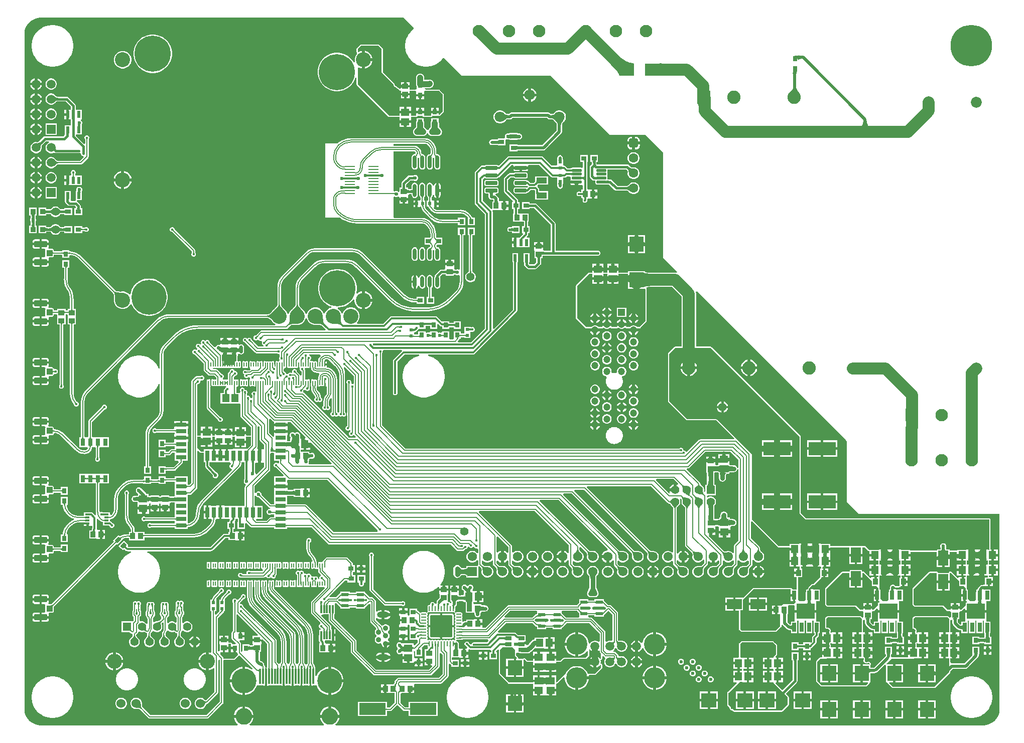
<source format=gtl>
G04*
G04 #@! TF.GenerationSoftware,Altium Limited,Altium Designer,24.4.1 (13)*
G04*
G04 Layer_Physical_Order=1*
G04 Layer_Color=255*
%FSLAX44Y44*%
%MOMM*%
G71*
G04*
G04 #@! TF.SameCoordinates,DEE5000B-EDBE-4967-835A-DE593A8545BB*
G04*
G04*
G04 #@! TF.FilePolarity,Positive*
G04*
G01*
G75*
%ADD10C,0.3000*%
%ADD11C,0.2000*%
%ADD16C,0.4000*%
%ADD17C,0.1500*%
%ADD31R,0.8000X0.9000*%
%ADD32R,1.0000X0.9000*%
%ADD33R,1.4000X1.3000*%
%ADD34R,0.2000X0.7000*%
%ADD35R,0.6000X1.1500*%
%ADD36R,0.9000X1.0000*%
%ADD37R,1.3000X1.4000*%
%ADD38R,0.6000X0.5000*%
%ADD39R,0.5000X0.6000*%
%ADD40O,0.6000X2.2000*%
%ADD41R,2.4500X2.5500*%
%ADD42R,5.5000X1.4300*%
%ADD43R,3.1000X2.6000*%
%ADD44R,0.6500X1.5250*%
%ADD45R,1.7000X2.5000*%
%ADD46R,1.1500X0.6000*%
%ADD47R,0.2000X0.4300*%
G04:AMPARAMS|DCode=48|XSize=2.2mm|YSize=1.05mm|CornerRadius=0.105mm|HoleSize=0mm|Usage=FLASHONLY|Rotation=180.000|XOffset=0mm|YOffset=0mm|HoleType=Round|Shape=RoundedRectangle|*
%AMROUNDEDRECTD48*
21,1,2.2000,0.8400,0,0,180.0*
21,1,1.9900,1.0500,0,0,180.0*
1,1,0.2100,-0.9950,0.4200*
1,1,0.2100,0.9950,0.4200*
1,1,0.2100,0.9950,-0.4200*
1,1,0.2100,-0.9950,-0.4200*
%
%ADD48ROUNDEDRECTD48*%
G04:AMPARAMS|DCode=49|XSize=1.05mm|YSize=1.05mm|CornerRadius=0.105mm|HoleSize=0mm|Usage=FLASHONLY|Rotation=90.000|XOffset=0mm|YOffset=0mm|HoleType=Round|Shape=RoundedRectangle|*
%AMROUNDEDRECTD49*
21,1,1.0500,0.8400,0,0,90.0*
21,1,0.8400,1.0500,0,0,90.0*
1,1,0.2100,0.4200,0.4200*
1,1,0.2100,0.4200,-0.4200*
1,1,0.2100,-0.4200,-0.4200*
1,1,0.2100,-0.4200,0.4200*
%
%ADD49ROUNDEDRECTD49*%
G04:AMPARAMS|DCode=50|XSize=0.625mm|YSize=0.85mm|CornerRadius=0mm|HoleSize=0mm|Usage=FLASHONLY|Rotation=135.000|XOffset=0mm|YOffset=0mm|HoleType=Round|Shape=Rectangle|*
%AMROTATEDRECTD50*
4,1,4,0.5215,0.0795,-0.0795,-0.5215,-0.5215,-0.0795,0.0795,0.5215,0.5215,0.0795,0.0*
%
%ADD50ROTATEDRECTD50*%

%ADD51R,0.8000X0.3000*%
%ADD52R,0.9000X0.9000*%
%ADD53R,0.3000X2.6000*%
%ADD54R,0.9000X0.8000*%
%ADD55O,0.6000X1.9000*%
%ADD56R,0.7600X1.2500*%
%ADD57R,1.8000X1.0000*%
G04:AMPARAMS|DCode=58|XSize=1.625mm|YSize=0.5mm|CornerRadius=0.0625mm|HoleSize=0mm|Usage=FLASHONLY|Rotation=0.000|XOffset=0mm|YOffset=0mm|HoleType=Round|Shape=RoundedRectangle|*
%AMROUNDEDRECTD58*
21,1,1.6250,0.3750,0,0,0.0*
21,1,1.5000,0.5000,0,0,0.0*
1,1,0.1250,0.7500,-0.1875*
1,1,0.1250,-0.7500,-0.1875*
1,1,0.1250,-0.7500,0.1875*
1,1,0.1250,0.7500,0.1875*
%
%ADD58ROUNDEDRECTD58*%
%ADD59R,1.8000X0.2500*%
%ADD60R,1.8000X0.8000*%
%ADD61R,0.3000X1.4000*%
%ADD62R,4.5000X2.0000*%
G04:AMPARAMS|DCode=63|XSize=0.825mm|YSize=0.25mm|CornerRadius=0.0313mm|HoleSize=0mm|Usage=FLASHONLY|Rotation=180.000|XOffset=0mm|YOffset=0mm|HoleType=Round|Shape=RoundedRectangle|*
%AMROUNDEDRECTD63*
21,1,0.8250,0.1875,0,0,180.0*
21,1,0.7625,0.2500,0,0,180.0*
1,1,0.0625,-0.3813,0.0938*
1,1,0.0625,0.3813,0.0938*
1,1,0.0625,0.3813,-0.0938*
1,1,0.0625,-0.3813,-0.0938*
%
%ADD63ROUNDEDRECTD63*%
G04:AMPARAMS|DCode=64|XSize=0.25mm|YSize=0.825mm|CornerRadius=0.0313mm|HoleSize=0mm|Usage=FLASHONLY|Rotation=180.000|XOffset=0mm|YOffset=0mm|HoleType=Round|Shape=RoundedRectangle|*
%AMROUNDEDRECTD64*
21,1,0.2500,0.7625,0,0,180.0*
21,1,0.1875,0.8250,0,0,180.0*
1,1,0.0625,-0.0938,0.3813*
1,1,0.0625,0.0938,0.3813*
1,1,0.0625,0.0938,-0.3813*
1,1,0.0625,-0.0938,-0.3813*
%
%ADD64ROUNDEDRECTD64*%
%ADD65R,1.0600X0.6500*%
%ADD66R,2.4500X2.1500*%
%ADD67R,4.5500X2.3000*%
G04:AMPARAMS|DCode=68|XSize=1.95mm|YSize=0.6mm|CornerRadius=0.075mm|HoleSize=0mm|Usage=FLASHONLY|Rotation=180.000|XOffset=0mm|YOffset=0mm|HoleType=Round|Shape=RoundedRectangle|*
%AMROUNDEDRECTD68*
21,1,1.9500,0.4500,0,0,180.0*
21,1,1.8000,0.6000,0,0,180.0*
1,1,0.1500,-0.9000,0.2250*
1,1,0.1500,0.9000,0.2250*
1,1,0.1500,0.9000,-0.2250*
1,1,0.1500,-0.9000,-0.2250*
%
%ADD68ROUNDEDRECTD68*%
%ADD69R,2.5000X1.7000*%
%ADD70R,2.5500X2.4500*%
%ADD76R,0.8000X1.8000*%
%ADD77R,0.7000X1.8000*%
%ADD94C,1.5000*%
G04:AMPARAMS|DCode=100|XSize=3.7mm|YSize=3.7mm|CornerRadius=0.1295mm|HoleSize=0mm|Usage=FLASHONLY|Rotation=180.000|XOffset=0mm|YOffset=0mm|HoleType=Round|Shape=RoundedRectangle|*
%AMROUNDEDRECTD100*
21,1,3.7000,3.4410,0,0,180.0*
21,1,3.4410,3.7000,0,0,180.0*
1,1,0.2590,-1.7205,1.7205*
1,1,0.2590,1.7205,1.7205*
1,1,0.2590,1.7205,-1.7205*
1,1,0.2590,-1.7205,-1.7205*
%
%ADD100ROUNDEDRECTD100*%
%ADD107R,1.5000X1.5000*%
%ADD121C,1.6000*%
%ADD133C,0.1945*%
%ADD134C,0.6000*%
%ADD135C,0.2064*%
%ADD136C,0.1842*%
%ADD137C,0.5000*%
%ADD138C,0.1842*%
%ADD139C,0.1800*%
%ADD140C,1.4000*%
%ADD141C,0.8000*%
%ADD142C,2.0000*%
%ADD143C,1.0000*%
%ADD144C,0.2300*%
%ADD145C,0.9000*%
%ADD146O,2.0000X1.0000*%
%ADD147R,1.4000X1.4000*%
%ADD148C,1.5300*%
%ADD149C,2.5500*%
%ADD150C,7.0000*%
%ADD151C,1.5500*%
%ADD152C,1.5750*%
%ADD153R,1.5750X1.5750*%
%ADD154C,1.8000*%
%ADD155C,1.8500*%
%ADD156C,2.2500*%
%ADD157R,2.2500X2.2500*%
%ADD158C,2.1000*%
%ADD159R,2.1000X2.1000*%
%ADD160C,3.5700*%
%ADD161C,1.2000*%
%ADD162R,1.2000X1.2000*%
%ADD163C,4.2000*%
%ADD164C,2.8000*%
G04:AMPARAMS|DCode=165|XSize=1.6mm|YSize=1.6mm|CornerRadius=0.4mm|HoleSize=0mm|Usage=FLASHONLY|Rotation=90.000|XOffset=0mm|YOffset=0mm|HoleType=Round|Shape=RoundedRectangle|*
%AMROUNDEDRECTD165*
21,1,1.6000,0.8000,0,0,90.0*
21,1,0.8000,1.6000,0,0,90.0*
1,1,0.8000,0.4000,0.4000*
1,1,0.8000,0.4000,-0.4000*
1,1,0.8000,-0.4000,-0.4000*
1,1,0.8000,-0.4000,0.4000*
%
%ADD165ROUNDEDRECTD165*%
%ADD166C,2.5400*%
%ADD167C,6.0960*%
%ADD168C,5.9000*%
%ADD169C,0.6000*%
%ADD170C,0.4000*%
%ADD171C,0.4200*%
%ADD172C,0.4500*%
G36*
X1478519Y1184595D02*
X1478669Y1184260D01*
X1478920Y1183965D01*
X1479270Y1183709D01*
X1479720Y1183492D01*
X1480269Y1183315D01*
X1480919Y1183177D01*
X1481669Y1183079D01*
X1482520Y1183020D01*
X1483470Y1183000D01*
Y1178000D01*
X1482520Y1177980D01*
X1480919Y1177823D01*
X1480269Y1177685D01*
X1479720Y1177508D01*
X1479270Y1177291D01*
X1478920Y1177035D01*
X1478669Y1176740D01*
X1478519Y1176405D01*
X1478470Y1176031D01*
Y1177657D01*
X1478255Y1177600D01*
X1477702Y1177375D01*
X1477249Y1177100D01*
X1476896Y1176775D01*
X1476644Y1176400D01*
X1476491Y1175975D01*
X1476439Y1175500D01*
X1476470Y1182970D01*
X1476519Y1182975D01*
X1476669Y1182980D01*
X1478470Y1182988D01*
Y1184969D01*
X1478519Y1184595D01*
D02*
G37*
G36*
X1476067Y1156981D02*
X1475706Y1156831D01*
X1475389Y1156581D01*
X1475113Y1156230D01*
X1474880Y1155780D01*
X1474689Y1155230D01*
X1474650Y1155061D01*
X1476850D01*
X1476375Y1155011D01*
X1475950Y1154860D01*
X1475575Y1154608D01*
X1475250Y1154256D01*
X1474975Y1153803D01*
X1474750Y1153250D01*
X1474575Y1152596D01*
X1474450Y1151842D01*
X1474375Y1150986D01*
X1474350Y1150031D01*
X1469350D01*
X1469325Y1150986D01*
X1469250Y1151842D01*
X1469125Y1152596D01*
X1468950Y1153250D01*
X1468725Y1153803D01*
X1468450Y1154256D01*
X1468125Y1154608D01*
X1467750Y1154860D01*
X1467325Y1155011D01*
X1466850Y1155061D01*
X1469196D01*
X1469145Y1155780D01*
X1469055Y1156230D01*
X1468948Y1156581D01*
X1468826Y1156831D01*
X1468686Y1156981D01*
X1468530Y1157030D01*
X1476470D01*
X1476067Y1156981D01*
D02*
G37*
G36*
X1243920Y1170583D02*
X1244520Y1170461D01*
X1245519Y1170352D01*
X1248719Y1170180D01*
X1263719Y1170000D01*
Y1150000D01*
X1243719Y1149280D01*
Y1170720D01*
X1243920Y1170583D01*
D02*
G37*
G36*
X1176299Y1182175D02*
X1181872Y1177649D01*
X1184627Y1175811D01*
X1187361Y1174255D01*
X1190075Y1172982D01*
X1192767Y1171992D01*
X1195439Y1171285D01*
X1198090Y1170861D01*
X1200720Y1170720D01*
X1176281Y1149280D01*
X1176139Y1150276D01*
X1175715Y1151465D01*
X1175008Y1152847D01*
X1174018Y1154421D01*
X1172745Y1156189D01*
X1169351Y1160302D01*
X1164825Y1165188D01*
X1162138Y1167919D01*
X1173481Y1184862D01*
X1176299Y1182175D01*
D02*
G37*
G36*
X1474350Y1131150D02*
X1474402Y1130278D01*
X1474557Y1129379D01*
X1474816Y1128450D01*
X1475178Y1127494D01*
X1475644Y1126510D01*
X1476213Y1125497D01*
X1476886Y1124457D01*
X1477663Y1123388D01*
X1479526Y1121166D01*
X1463802Y1122076D01*
X1464856Y1123041D01*
X1466632Y1124953D01*
X1467353Y1125899D01*
X1467963Y1126840D01*
X1468462Y1127774D01*
X1468851Y1128701D01*
X1469128Y1129623D01*
X1469294Y1130538D01*
X1469350Y1131447D01*
X1474350Y1131150D01*
D02*
G37*
G36*
X1330050Y1089950D02*
X1310050D01*
X1310026Y1092312D01*
X1309661Y1097906D01*
X1309442Y1099273D01*
X1309175Y1100392D01*
X1308859Y1101262D01*
X1308495Y1101883D01*
X1308081Y1102256D01*
X1307619Y1102381D01*
X1330020D01*
X1330050Y1089950D01*
D02*
G37*
G36*
X1593054Y1074418D02*
X1593215Y1072858D01*
X1593484Y1071319D01*
X1593860Y1069803D01*
X1594344Y1068308D01*
X1594936Y1066835D01*
X1595635Y1065384D01*
X1596441Y1063954D01*
X1597355Y1062547D01*
X1598377Y1061161D01*
X1582623D01*
X1583645Y1062547D01*
X1584559Y1063954D01*
X1585365Y1065384D01*
X1586064Y1066835D01*
X1586656Y1068308D01*
X1587140Y1069803D01*
X1587516Y1071319D01*
X1587785Y1072858D01*
X1587946Y1074418D01*
X1588000Y1076000D01*
X1593000D01*
X1593054Y1074418D01*
D02*
G37*
G36*
X1078505Y1010139D02*
X1078730Y1006877D01*
X1078801Y1006651D01*
X1078880Y1006515D01*
X1078969Y1006469D01*
X1073030D01*
X1073120Y1006515D01*
X1073199Y1006651D01*
X1073270Y1006877D01*
X1073331Y1007194D01*
X1073383Y1007602D01*
X1073458Y1008689D01*
X1073500Y1011000D01*
X1078500D01*
X1078505Y1010139D01*
D02*
G37*
G36*
X1120734Y1006001D02*
X1120524Y1005910D01*
X1120338Y1005760D01*
X1120177Y1005551D01*
X1120041Y1005281D01*
X1119929Y1004950D01*
X1119842Y1004560D01*
X1119780Y1004110D01*
X1119743Y1003600D01*
X1119731Y1003030D01*
X1116731D01*
X1116716Y1003600D01*
X1116671Y1004110D01*
X1116596Y1004560D01*
X1116491Y1004950D01*
X1116356Y1005281D01*
X1116191Y1005551D01*
X1115996Y1005760D01*
X1115771Y1005910D01*
X1115516Y1006001D01*
X1115231Y1006031D01*
X1120969D01*
X1120734Y1006001D01*
D02*
G37*
G36*
X1078999Y996326D02*
X1079090Y996198D01*
X1079240Y996084D01*
X1079449Y995986D01*
X1079719Y995903D01*
X1080050Y995835D01*
X1080440Y995782D01*
X1081400Y995722D01*
X1081970Y995714D01*
Y992714D01*
X1081400Y992702D01*
X1080440Y992607D01*
X1080050Y992525D01*
X1079719Y992418D01*
X1079449Y992288D01*
X1079240Y992134D01*
X1079090Y991957D01*
X1078999Y991755D01*
X1078969Y991531D01*
Y996469D01*
X1078999Y996326D01*
D02*
G37*
G36*
X1073030Y991531D02*
X1073000Y991755D01*
X1072911Y991957D01*
X1072760Y992134D01*
X1072551Y992288D01*
X1072281Y992418D01*
X1071951Y992525D01*
X1071561Y992607D01*
X1071111Y992667D01*
X1070601Y992702D01*
X1070031Y992714D01*
Y995714D01*
X1070601Y995722D01*
X1071951Y995835D01*
X1072281Y995903D01*
X1072551Y995986D01*
X1072760Y996084D01*
X1072911Y996198D01*
X1073000Y996326D01*
X1073030Y996469D01*
Y991531D01*
D02*
G37*
G36*
X969954Y996578D02*
X970169Y996362D01*
X970414Y996172D01*
X970690Y996007D01*
X970996Y995867D01*
X971333Y995753D01*
X971700Y995664D01*
X972097Y995601D01*
X972525Y995563D01*
X972984Y995550D01*
Y992550D01*
X972525Y992537D01*
X972097Y992499D01*
X971700Y992436D01*
X971333Y992347D01*
X970996Y992233D01*
X970690Y992093D01*
X970414Y991928D01*
X970169Y991738D01*
X969954Y991522D01*
X969769Y991281D01*
Y996819D01*
X969954Y996578D01*
D02*
G37*
G36*
X950731Y991281D02*
X950547Y991522D01*
X950331Y991738D01*
X950086Y991928D01*
X949810Y992093D01*
X949504Y992233D01*
X949167Y992347D01*
X948800Y992436D01*
X948402Y992499D01*
X947975Y992537D01*
X947516Y992550D01*
Y995550D01*
X947975Y995563D01*
X948402Y995601D01*
X948800Y995664D01*
X949167Y995753D01*
X949504Y995867D01*
X949810Y996007D01*
X950086Y996172D01*
X950331Y996362D01*
X950547Y996578D01*
X950731Y996819D01*
Y991281D01*
D02*
G37*
G36*
X1095920Y987420D02*
X1095826Y987578D01*
X1095682Y987719D01*
X1095489Y987843D01*
X1095245Y987951D01*
X1094951Y988043D01*
X1094607Y988117D01*
X1094213Y988175D01*
X1093769Y988217D01*
X1092731Y988250D01*
Y991250D01*
X1093275Y991258D01*
X1094213Y991325D01*
X1094607Y991383D01*
X1094951Y991458D01*
X1095245Y991549D01*
X1095489Y991657D01*
X1095682Y991781D01*
X1095826Y991922D01*
X1095920Y992080D01*
Y987420D01*
D02*
G37*
G36*
Y980920D02*
X1095826Y981078D01*
X1095682Y981219D01*
X1095489Y981343D01*
X1095245Y981451D01*
X1094951Y981543D01*
X1094607Y981617D01*
X1094213Y981675D01*
X1093769Y981717D01*
X1092731Y981750D01*
Y984750D01*
X1093275Y984758D01*
X1094213Y984825D01*
X1094607Y984883D01*
X1094951Y984958D01*
X1095245Y985049D01*
X1095489Y985157D01*
X1095682Y985281D01*
X1095826Y985422D01*
X1095920Y985580D01*
Y980920D01*
D02*
G37*
G36*
X950731Y978581D02*
X950547Y978822D01*
X950331Y979038D01*
X950086Y979228D01*
X949810Y979393D01*
X949504Y979533D01*
X949167Y979647D01*
X948800Y979736D01*
X948402Y979799D01*
X947975Y979837D01*
X947516Y979850D01*
Y982850D01*
X947975Y982863D01*
X948402Y982901D01*
X948800Y982964D01*
X949167Y983053D01*
X949504Y983167D01*
X949810Y983307D01*
X950086Y983472D01*
X950331Y983662D01*
X950547Y983878D01*
X950731Y984119D01*
Y978581D01*
D02*
G37*
G36*
X1078999Y983285D02*
X1079090Y983120D01*
X1079240Y982975D01*
X1079449Y982849D01*
X1079719Y982742D01*
X1080050Y982655D01*
X1080440Y982587D01*
X1080890Y982539D01*
X1081970Y982500D01*
Y979500D01*
X1081400Y979490D01*
X1080440Y979413D01*
X1080050Y979345D01*
X1079719Y979258D01*
X1079449Y979151D01*
X1079240Y979025D01*
X1079090Y978879D01*
X1078999Y978715D01*
X1078969Y978531D01*
Y983469D01*
X1078999Y983285D01*
D02*
G37*
G36*
X1073030Y978531D02*
X1073000Y978715D01*
X1072911Y978879D01*
X1072760Y979025D01*
X1072551Y979151D01*
X1072281Y979258D01*
X1071951Y979345D01*
X1071561Y979413D01*
X1071111Y979461D01*
X1070031Y979500D01*
Y982500D01*
X1070601Y982510D01*
X1071561Y982587D01*
X1071951Y982655D01*
X1072281Y982742D01*
X1072551Y982849D01*
X1072760Y982975D01*
X1072911Y983120D01*
X1073000Y983285D01*
X1073030Y983469D01*
Y978531D01*
D02*
G37*
G36*
X1119731Y976750D02*
X1116731Y972250D01*
X1116701Y972820D01*
X1116611Y973330D01*
X1116461Y973780D01*
X1116251Y974170D01*
X1115981Y974500D01*
X1115651Y974770D01*
X1115261Y974980D01*
X1114811Y975130D01*
X1114301Y975220D01*
X1114225Y975224D01*
X1113537Y975175D01*
X1113143Y975117D01*
X1112799Y975042D01*
X1112505Y974951D01*
X1112261Y974843D01*
X1112068Y974719D01*
X1111924Y974578D01*
X1111830Y974420D01*
Y979080D01*
X1111924Y978922D01*
X1112068Y978781D01*
X1112261Y978657D01*
X1112505Y978549D01*
X1112799Y978457D01*
X1113143Y978383D01*
X1113537Y978325D01*
X1113981Y978283D01*
X1114218Y978276D01*
X1114301Y978280D01*
X1114811Y978370D01*
X1115261Y978520D01*
X1115651Y978730D01*
X1115981Y979000D01*
X1116251Y979330D01*
X1116461Y979720D01*
X1116611Y980170D01*
X1116701Y980680D01*
X1116731Y981250D01*
X1119731Y976750D01*
D02*
G37*
G36*
X1078880Y968481D02*
X1078801Y968331D01*
X1078730Y968081D01*
X1078669Y967730D01*
X1078617Y967281D01*
X1078519Y965331D01*
X1078500Y963531D01*
X1073500D01*
X1073495Y964481D01*
X1073270Y968081D01*
X1073199Y968331D01*
X1073120Y968481D01*
X1073030Y968531D01*
X1078969D01*
X1078880Y968481D01*
D02*
G37*
G36*
X1119746Y957394D02*
X1119791Y956879D01*
X1119866Y956424D01*
X1119971Y956030D01*
X1120106Y955697D01*
X1120271Y955424D01*
X1120466Y955212D01*
X1120691Y955060D01*
X1120946Y954969D01*
X1121231Y954939D01*
X1115231D01*
X1115516Y954969D01*
X1115771Y955060D01*
X1115996Y955212D01*
X1116191Y955424D01*
X1116356Y955697D01*
X1116491Y956030D01*
X1116596Y956424D01*
X1116671Y956879D01*
X1116716Y957394D01*
X1116731Y957970D01*
X1119731D01*
X1119746Y957394D01*
D02*
G37*
G36*
X812549Y1247451D02*
X829269Y1230731D01*
X829096Y1228076D01*
X826873Y1226371D01*
X823629Y1223127D01*
X820836Y1219487D01*
X818542Y1215513D01*
X816786Y1211274D01*
X815599Y1206843D01*
X815000Y1202294D01*
Y1197706D01*
X815599Y1193157D01*
X816786Y1188726D01*
X818542Y1184487D01*
X820836Y1180513D01*
X823629Y1176873D01*
X826873Y1173629D01*
X830513Y1170836D01*
X834487Y1168542D01*
X838726Y1166786D01*
X843157Y1165599D01*
X847706Y1165000D01*
X852294D01*
X856843Y1165599D01*
X861274Y1166786D01*
X865513Y1168542D01*
X869487Y1170836D01*
X873127Y1173629D01*
X876371Y1176873D01*
X878076Y1179096D01*
X880731Y1179269D01*
X910000Y1150000D01*
X1060000D01*
X1160000Y1050000D01*
X1220000D01*
X1250000Y1020000D01*
Y842500D01*
X1273552Y818948D01*
X1273116Y816863D01*
X1272957Y816714D01*
X1270000Y817104D01*
X1223956D01*
X1222407Y817231D01*
X1220723Y817485D01*
X1219485Y817769D01*
X1219250Y817856D01*
Y819500D01*
X1190750D01*
Y817449D01*
X1190250Y817039D01*
X1174500D01*
Y820291D01*
X1174404Y820275D01*
X1173750Y820100D01*
X1173197Y819875D01*
X1172744Y819600D01*
X1172392Y819275D01*
X1172140Y818900D01*
X1171989Y818475D01*
X1171939Y818000D01*
Y821000D01*
X1155500D01*
Y817039D01*
X1149500D01*
Y819982D01*
X1149404Y819966D01*
X1148750Y819791D01*
X1148197Y819566D01*
X1147744Y819291D01*
X1147392Y818966D01*
X1147140Y818591D01*
X1146989Y818166D01*
X1146939Y817691D01*
Y821000D01*
X1133061D01*
Y818000D01*
X1133011Y818475D01*
X1132860Y818900D01*
X1132608Y819275D01*
X1132256Y819600D01*
X1131803Y819875D01*
X1131250Y820100D01*
X1130596Y820275D01*
X1130500Y820291D01*
Y817039D01*
X1125000D01*
X1124220Y816884D01*
X1123558Y816442D01*
X1103558Y796442D01*
X1103116Y795780D01*
X1102961Y795000D01*
Y740000D01*
X1103116Y739220D01*
X1103558Y738558D01*
X1103558Y738558D01*
X1118558Y723558D01*
X1119220Y723116D01*
X1120000Y722961D01*
X1125351D01*
X1125704Y722500D01*
X1135000D01*
X1144296D01*
X1144649Y722961D01*
X1146802D01*
X1147063Y723013D01*
X1147330Y723030D01*
X1147450Y723090D01*
X1147582Y723116D01*
X1147804Y723264D01*
X1148043Y723382D01*
X1149835Y723572D01*
X1150514Y723352D01*
X1151912Y722545D01*
X1153947Y722000D01*
X1156053D01*
X1158088Y722545D01*
X1159912Y723598D01*
X1161957Y723382D01*
X1162196Y723264D01*
X1162418Y723116D01*
X1162550Y723090D01*
X1162670Y723030D01*
X1162937Y723013D01*
X1163198Y722961D01*
X1171802D01*
X1172063Y723013D01*
X1172330Y723030D01*
X1172450Y723090D01*
X1172582Y723116D01*
X1172804Y723264D01*
X1173043Y723382D01*
X1174835Y723572D01*
X1175514Y723352D01*
X1176912Y722545D01*
X1178947Y722000D01*
X1181053D01*
X1183088Y722545D01*
X1184912Y723598D01*
X1186957Y723382D01*
X1187196Y723264D01*
X1187418Y723116D01*
X1187550Y723090D01*
X1187670Y723030D01*
X1187937Y723013D01*
X1188198Y722961D01*
X1190351D01*
X1190704Y722500D01*
X1200000D01*
X1209296D01*
X1209533Y722810D01*
X1210073Y722975D01*
X1210780Y723116D01*
X1211442Y723558D01*
X1211442Y723558D01*
X1221442Y733558D01*
X1221884Y734220D01*
X1222039Y735000D01*
Y788334D01*
X1221997Y788545D01*
X1221994Y788761D01*
X1221744Y789927D01*
X1221670Y790098D01*
X1221634Y790280D01*
X1221514Y790460D01*
X1221583Y791310D01*
X1221660Y791635D01*
X1221694Y791715D01*
X1222282Y792619D01*
X1222417Y792643D01*
X1226395Y792896D01*
X1264986D01*
X1281296Y776587D01*
Y692039D01*
X1270000D01*
X1269220Y691884D01*
X1268558Y691442D01*
X1268558Y691442D01*
X1258558Y681442D01*
X1258116Y680780D01*
X1257961Y680000D01*
Y600000D01*
X1258116Y599220D01*
X1258558Y598558D01*
X1258558Y598558D01*
X1288558Y568558D01*
X1289220Y568116D01*
X1290000Y567961D01*
X1339155D01*
X1369710Y537407D01*
X1368944Y535559D01*
X1312500D01*
X1311329Y535326D01*
X1310337Y534663D01*
X1310337Y534663D01*
X1290100Y514426D01*
X1288391Y514766D01*
X1287266Y515891D01*
X1285796Y516500D01*
X1284184Y516684D01*
X1284000Y518296D01*
X1283391Y519766D01*
X1282266Y520891D01*
X1280796Y521500D01*
X1279204D01*
X1277734Y520891D01*
X1276902Y520059D01*
X815267D01*
X776059Y559267D01*
Y681402D01*
X776391Y681734D01*
X777000Y683204D01*
Y684796D01*
X778487Y686431D01*
X808732D01*
X809359Y684825D01*
X809385Y684431D01*
X795477Y670523D01*
X794703Y669366D01*
X794431Y668000D01*
Y615837D01*
X794000Y614796D01*
Y613204D01*
X794609Y611734D01*
X795734Y610609D01*
X797204Y610000D01*
X798796D01*
X800266Y610609D01*
X801391Y611734D01*
X802000Y613204D01*
Y614796D01*
X801569Y615837D01*
Y666522D01*
X813478Y678431D01*
X838380D01*
X838644Y676431D01*
X834611Y675351D01*
X830329Y673577D01*
X826315Y671260D01*
X822638Y668439D01*
X819361Y665161D01*
X816540Y661485D01*
X814223Y657471D01*
X812449Y653189D01*
X811250Y648712D01*
X810645Y644117D01*
Y639483D01*
X811250Y634888D01*
X812449Y630411D01*
X814223Y626129D01*
X816540Y622116D01*
X819361Y618439D01*
X822638Y615161D01*
X826315Y612340D01*
X830329Y610023D01*
X834611Y608249D01*
X839088Y607050D01*
X843683Y606445D01*
X848317D01*
X852912Y607050D01*
X857389Y608249D01*
X861671Y610023D01*
X865685Y612340D01*
X869361Y615161D01*
X872639Y618439D01*
X875460Y622116D01*
X877777Y626129D01*
X879551Y630411D01*
X880750Y634888D01*
X881355Y639483D01*
Y644117D01*
X880750Y648712D01*
X879551Y653189D01*
X877777Y657471D01*
X875460Y661485D01*
X872639Y665161D01*
X869361Y668439D01*
X865685Y671260D01*
X861671Y673577D01*
X857389Y675351D01*
X853356Y676431D01*
X853620Y678431D01*
X929500Y678431D01*
X930866Y678703D01*
X932023Y679477D01*
X1003023Y750477D01*
X1003797Y751634D01*
X1004069Y753000D01*
Y834250D01*
X1005500D01*
Y849750D01*
X995500D01*
Y834250D01*
X996931D01*
Y754478D01*
X964416Y721963D01*
X962569Y722729D01*
Y920000D01*
X962370Y921000D01*
X963075Y922334D01*
X963610Y923000D01*
X972957D01*
X974750Y922500D01*
X976543Y922500D01*
X979667D01*
X979570Y923086D01*
X979430Y923610D01*
X979250Y924053D01*
X979030Y924416D01*
X978770Y924698D01*
X978470Y924900D01*
X978130Y925021D01*
X977750Y925061D01*
X979750D01*
Y930000D01*
Y937500D01*
X976543D01*
X974750Y937500D01*
X972838Y937713D01*
Y941750D01*
X972489Y943506D01*
X971494Y944994D01*
X968244Y948244D01*
X967269Y948896D01*
X967876Y950896D01*
X969250D01*
X970323Y951110D01*
X971233Y951717D01*
X971840Y952627D01*
X972054Y953700D01*
Y958200D01*
X971840Y959273D01*
X971233Y960183D01*
X970323Y960790D01*
X969250Y961004D01*
X951250D01*
X950177Y960790D01*
X949267Y960183D01*
X948660Y959273D01*
X948446Y958200D01*
Y953700D01*
X948660Y952627D01*
X949267Y951717D01*
X950177Y951110D01*
X951250Y950896D01*
X955612D01*
Y946005D01*
X955412Y945000D01*
X955761Y943244D01*
X956756Y941756D01*
X958244Y940761D01*
X960000Y940412D01*
X963100D01*
X963662Y939849D01*
Y937000D01*
X961750D01*
Y925125D01*
X959750Y924297D01*
X945569Y938478D01*
Y974522D01*
X948263Y977216D01*
X949267Y977117D01*
X950177Y976510D01*
X951250Y976296D01*
X969250D01*
X970323Y976510D01*
X971233Y977117D01*
X971726Y977856D01*
X972716Y978053D01*
X973873Y978827D01*
X993978Y998931D01*
X996194D01*
X996592Y998568D01*
X997562Y996931D01*
X997436Y996300D01*
Y996132D01*
X998200Y996198D01*
X998662Y996282D01*
X999090Y996384D01*
X999485Y996505D01*
X999847Y996644D01*
X1000175Y996802D01*
X1000469Y996978D01*
Y996050D01*
X1009750D01*
X1019031D01*
Y996978D01*
X1019325Y996802D01*
X1019653Y996644D01*
X1020015Y996505D01*
X1020410Y996384D01*
X1020838Y996282D01*
X1021300Y996198D01*
X1022064Y996115D01*
Y996300D01*
X1021938Y996931D01*
X1022907Y998568D01*
X1023306Y998931D01*
X1041022D01*
X1061477Y978477D01*
X1062634Y977703D01*
X1064000Y977431D01*
X1070834D01*
X1071000Y975500D01*
X1071000Y974500D01*
Y966500D01*
X1071412D01*
Y963000D01*
X1071761Y961244D01*
X1072756Y959756D01*
X1074244Y958761D01*
X1076000Y958412D01*
X1077756Y958761D01*
X1079244Y959756D01*
X1080239Y961244D01*
X1080588Y963000D01*
Y966500D01*
X1081000D01*
Y974500D01*
X1081000Y975500D01*
X1081166Y977431D01*
X1084000D01*
X1085366Y977703D01*
X1086523Y978477D01*
X1087728Y979681D01*
X1091870D01*
X1093699Y978625D01*
Y974875D01*
X1093872Y974004D01*
X1093431Y973344D01*
X1093214Y972250D01*
X1096114D01*
X1096375Y972198D01*
X1103875D01*
Y970250D01*
X1105875D01*
Y967762D01*
X1108875D01*
X1108400Y967712D01*
X1107975Y967561D01*
X1107600Y967309D01*
X1107275Y966957D01*
X1107000Y966504D01*
X1106775Y965951D01*
X1106600Y965297D01*
X1106582Y965189D01*
X1111375D01*
X1112594Y965431D01*
X1112662Y965477D01*
X1114662Y964408D01*
Y957000D01*
X1111750D01*
Y953569D01*
X1109837D01*
X1108796Y954000D01*
X1107204D01*
X1105734Y953391D01*
X1104609Y952266D01*
X1104000Y950796D01*
Y949204D01*
X1104609Y947734D01*
X1105734Y946609D01*
X1107204Y946000D01*
X1108796D01*
X1109837Y946431D01*
X1111750D01*
Y943000D01*
X1113730D01*
X1114499Y941000D01*
X1114000Y939796D01*
Y938204D01*
X1114609Y936734D01*
X1115734Y935609D01*
X1117204Y935000D01*
X1118796D01*
X1120266Y935609D01*
X1121391Y936734D01*
X1122000Y938204D01*
Y939796D01*
X1121819Y940234D01*
Y941545D01*
X1123819Y942760D01*
X1124750Y942500D01*
X1126543Y942500D01*
X1129750D01*
Y950000D01*
Y957500D01*
X1126543D01*
X1124750Y957500D01*
X1123800Y957235D01*
X1121799Y958440D01*
Y976750D01*
Y1004000D01*
X1123000D01*
Y1016000D01*
X1110000D01*
Y1004000D01*
X1114662D01*
Y994808D01*
X1114560Y994713D01*
X1112662Y993922D01*
X1112399Y994098D01*
X1111375Y994301D01*
X1096375D01*
X1095351Y994098D01*
X1094482Y993518D01*
X1094350Y993319D01*
X1088728D01*
X1085309Y996737D01*
X1084152Y997511D01*
X1082786Y997783D01*
X1081682D01*
X1081000Y999500D01*
X1081000Y1000500D01*
Y1008500D01*
X1080588D01*
Y1011000D01*
X1080239Y1012756D01*
X1079244Y1014244D01*
X1077756Y1015239D01*
X1076000Y1015588D01*
X1074244Y1015239D01*
X1072756Y1014244D01*
X1071761Y1012756D01*
X1071412Y1011000D01*
Y1008500D01*
X1071000D01*
Y1000500D01*
X1071000Y999500D01*
X1070318Y997783D01*
X1062264D01*
X1047523Y1012523D01*
X1046366Y1013297D01*
X1045000Y1013569D01*
X990000D01*
X988634Y1013297D01*
X987477Y1012523D01*
X973396Y998443D01*
X971233Y998283D01*
X970323Y998890D01*
X969250Y999104D01*
X951250D01*
X950177Y998890D01*
X949267Y998283D01*
X948824Y997619D01*
X944050D01*
X942684Y997347D01*
X941527Y996573D01*
X933227Y988273D01*
X932453Y987116D01*
X932181Y985750D01*
Y934250D01*
X932453Y932884D01*
X933227Y931727D01*
X949432Y915522D01*
Y722963D01*
X926037Y699569D01*
X904508D01*
X903742Y701416D01*
X905163Y702837D01*
X905163Y702837D01*
X905826Y703829D01*
X906059Y705000D01*
X909000D01*
Y707941D01*
X915000D01*
Y706500D01*
X925000D01*
Y714500D01*
X925000Y715500D01*
X925088Y716526D01*
X927000Y717085D01*
X927204Y717000D01*
X928796D01*
X930266Y717609D01*
X931391Y718734D01*
X932000Y720204D01*
Y721796D01*
X931391Y723266D01*
X930266Y724391D01*
X928796Y725000D01*
X927204D01*
X927000Y724915D01*
X925000Y725500D01*
Y725500D01*
X915000D01*
Y717500D01*
X915000Y716500D01*
Y715473D01*
X913586Y714059D01*
X909000D01*
Y718000D01*
X897000D01*
Y705000D01*
X895390Y704059D01*
X890610D01*
X889000Y705000D01*
X889000Y706059D01*
Y718000D01*
X877000D01*
Y716684D01*
X875000Y715583D01*
X873995Y716000D01*
X872005D01*
X871000Y715583D01*
X869000Y716684D01*
Y718000D01*
X857000D01*
Y717334D01*
X855000Y715998D01*
X854995Y716000D01*
X853005D01*
X851168Y715239D01*
X851000Y715071D01*
X849000Y715900D01*
Y718000D01*
X837000D01*
Y712559D01*
X830000D01*
Y714500D01*
X830000Y714500D01*
X830166Y716431D01*
X831000D01*
X832366Y716703D01*
X833523Y717477D01*
X836078Y720031D01*
X836266Y720109D01*
X837391Y721234D01*
X837708Y722000D01*
X849000D01*
Y726931D01*
X857000D01*
Y722000D01*
X869000D01*
Y729340D01*
X870848Y730106D01*
X873734Y727219D01*
X874892Y726446D01*
X876257Y726174D01*
X877000D01*
Y722000D01*
X889000D01*
Y724931D01*
X897000D01*
Y722000D01*
X909000D01*
Y735000D01*
X897000D01*
Y732069D01*
X889000D01*
Y735000D01*
X877000D01*
Y735000D01*
X876326Y734721D01*
X868523Y742523D01*
X867366Y743297D01*
X866000Y743569D01*
X792000D01*
X790634Y743297D01*
X789477Y742523D01*
X777522Y730569D01*
X734011D01*
X733183Y732569D01*
X735088Y734474D01*
X737023Y737826D01*
X738025Y741565D01*
Y745435D01*
X737023Y749174D01*
X735088Y752526D01*
X732351Y755263D01*
X728999Y757198D01*
X725260Y758200D01*
X721390D01*
X717651Y757198D01*
X714299Y755263D01*
X711562Y752526D01*
X709627Y749174D01*
X709360Y748179D01*
X707290D01*
X707023Y749174D01*
X705088Y752526D01*
X702351Y755263D01*
X700912Y756094D01*
X701448Y758094D01*
X703106D01*
X708156Y758894D01*
X713018Y760473D01*
X717573Y762794D01*
X721709Y765799D01*
X725324Y769415D01*
X727125Y771893D01*
X729125Y771244D01*
Y769003D01*
X729709Y766066D01*
X730855Y763300D01*
X732519Y760811D01*
X734636Y758693D01*
X737125Y757030D01*
X739892Y755884D01*
X741825Y755499D01*
Y770500D01*
Y785500D01*
X739892Y785116D01*
X737125Y783970D01*
X734636Y782307D01*
X733869Y781540D01*
X732115Y782615D01*
X732230Y782968D01*
X733030Y788018D01*
Y793130D01*
X732230Y798180D01*
X730650Y803042D01*
X728329Y807597D01*
X725324Y811733D01*
X721709Y815348D01*
X717573Y818353D01*
X713018Y820674D01*
X708156Y822254D01*
X703106Y823054D01*
X697994D01*
X692944Y822254D01*
X688082Y820674D01*
X683527Y818353D01*
X679391Y815348D01*
X675776Y811733D01*
X672770Y807597D01*
X670450Y803042D01*
X668870Y798180D01*
X668070Y793130D01*
Y788018D01*
X668870Y782968D01*
X670450Y778106D01*
X672770Y773551D01*
X675776Y769415D01*
X679391Y765799D01*
X683527Y762794D01*
X688082Y760473D01*
X689919Y759876D01*
X689865Y757791D01*
X687651Y757198D01*
X684299Y755263D01*
X681562Y752526D01*
X679627Y749174D01*
X679360Y748179D01*
X677290D01*
X677023Y749174D01*
X675088Y752526D01*
X672351Y755263D01*
X668999Y757198D01*
X665260Y758200D01*
X661390D01*
X657651Y757198D01*
X654299Y755263D01*
X651562Y752526D01*
X649627Y749174D01*
X649120Y747284D01*
X647050D01*
X646543Y749174D01*
X644608Y752526D01*
X641871Y755263D01*
X640760Y755905D01*
X640107Y756576D01*
X637976Y759073D01*
X637173Y760153D01*
X636526Y761141D01*
X636044Y762013D01*
X635937Y762261D01*
Y790727D01*
X635913Y790845D01*
X636312Y794896D01*
X637528Y798905D01*
X639503Y802600D01*
X642085Y805747D01*
X642186Y805814D01*
X662746Y826375D01*
X662823Y826489D01*
X666105Y829182D01*
X669968Y831247D01*
X674161Y832519D01*
X678386Y832935D01*
X678521Y832909D01*
X715479D01*
X715614Y832935D01*
X719839Y832519D01*
X724031Y831247D01*
X727895Y829182D01*
X731177Y826489D01*
X731254Y826375D01*
X788374Y769254D01*
X788375Y769254D01*
X788327Y769206D01*
X794157Y764092D01*
X800605Y759784D01*
X807561Y756354D01*
X814904Y753861D01*
X822511Y752348D01*
X828275Y751971D01*
X830249Y751841D01*
X830249Y751841D01*
X832249Y751909D01*
X851372Y751909D01*
Y751844D01*
X853345Y751974D01*
X858915Y752339D01*
X866328Y753813D01*
X873485Y756243D01*
X880264Y759586D01*
X886549Y763785D01*
X892231Y768769D01*
X892186Y768814D01*
X904746Y781375D01*
X904767Y781355D01*
X907673Y784758D01*
X910011Y788573D01*
X911724Y792708D01*
X912769Y797060D01*
X913120Y801521D01*
X913091D01*
Y880000D01*
X916000D01*
Y893000D01*
X904000D01*
Y880000D01*
X906909D01*
Y822991D01*
X906317Y822521D01*
X904909Y821914D01*
X903495Y822500D01*
X901505D01*
X901091Y822328D01*
X898855D01*
X897382Y824328D01*
X897500Y824750D01*
X897500Y826543D01*
Y829667D01*
X896914Y829570D01*
X896390Y829430D01*
X895947Y829250D01*
X895584Y829030D01*
X895302Y828770D01*
X895100Y828470D01*
X894979Y828130D01*
X894939Y827750D01*
Y829750D01*
X890000D01*
X882500D01*
Y826543D01*
X882500Y824750D01*
X882618Y824328D01*
X881145Y822328D01*
X875750D01*
X874189Y822018D01*
X872866Y821134D01*
X872866Y821134D01*
X866166Y814434D01*
X865282Y813111D01*
X864972Y811550D01*
X864972Y811550D01*
Y810896D01*
X864340Y809951D01*
X863952Y808000D01*
Y795000D01*
X864340Y793049D01*
X865445Y791395D01*
X867099Y790290D01*
X869050Y789902D01*
X871001Y790290D01*
X872655Y791395D01*
X873760Y793049D01*
X874148Y795000D01*
Y808000D01*
X873760Y809951D01*
X873543Y810275D01*
X877439Y814172D01*
X883000D01*
Y811750D01*
X897000D01*
Y813586D01*
X899000Y813929D01*
X899668Y813261D01*
X901505Y812500D01*
X903495D01*
X904909Y813086D01*
X906317Y812479D01*
X906909Y812009D01*
Y801521D01*
X906935Y801386D01*
X906519Y797161D01*
X905247Y792969D01*
X903182Y789105D01*
X900489Y785823D01*
X900375Y785746D01*
X887814Y773186D01*
X887722Y773048D01*
X882772Y768707D01*
X877162Y764959D01*
X871111Y761975D01*
X864722Y759806D01*
X858105Y758490D01*
X851542Y758060D01*
X851383Y758091D01*
X851378Y758090D01*
X851373Y758091D01*
X830249Y758091D01*
X830075Y758057D01*
X823320Y758499D01*
X816510Y759854D01*
X809935Y762086D01*
X803708Y765157D01*
X797934Y769015D01*
X792845Y773478D01*
X792746Y773625D01*
X735625Y830746D01*
X735646Y830767D01*
X732243Y833673D01*
X728427Y836011D01*
X724292Y837724D01*
X719940Y838769D01*
X715479Y839120D01*
Y839091D01*
X678521D01*
Y839120D01*
X674060Y838769D01*
X669708Y837724D01*
X665573Y836011D01*
X661758Y833673D01*
X658354Y830767D01*
X658375Y830746D01*
X637814Y810186D01*
X637796Y810204D01*
X634989Y806917D01*
X632730Y803232D01*
X631077Y799239D01*
X630067Y795036D01*
X629728Y790727D01*
X629754D01*
Y762261D01*
X629647Y762013D01*
X629165Y761141D01*
X628517Y760153D01*
X627723Y759084D01*
X624880Y755876D01*
X623819Y755263D01*
X621082Y752526D01*
X619147Y749174D01*
X618640Y747284D01*
X616570D01*
X616063Y749174D01*
X614128Y752526D01*
X611391Y755263D01*
X610280Y755905D01*
X609627Y756576D01*
X607496Y759073D01*
X606693Y760153D01*
X606046Y761141D01*
X605564Y762013D01*
X605457Y762261D01*
Y791844D01*
X605430Y791979D01*
X605846Y796204D01*
X607118Y800397D01*
X609183Y804260D01*
X611876Y807542D01*
X611991Y807619D01*
X652186Y847814D01*
X652276Y847949D01*
X655055Y850081D01*
X658439Y851483D01*
X661912Y851940D01*
X662071Y851909D01*
X724479D01*
X724614Y851935D01*
X728839Y851519D01*
X733031Y850247D01*
X736895Y848182D01*
X740177Y845489D01*
X740254Y845375D01*
X810375Y775254D01*
X810355Y775234D01*
X813757Y772327D01*
X817573Y769989D01*
X821708Y768276D01*
X826059Y767231D01*
X830521Y766880D01*
Y766909D01*
X834000D01*
Y764000D01*
X847000D01*
Y776000D01*
X834000D01*
Y773091D01*
X830521D01*
X830386Y773065D01*
X826161Y773481D01*
X821969Y774753D01*
X818105Y776818D01*
X814823Y779511D01*
X814746Y779625D01*
X744625Y849746D01*
X744645Y849767D01*
X741243Y852673D01*
X737427Y855011D01*
X733292Y856724D01*
X728941Y857769D01*
X724479Y858120D01*
Y858091D01*
X662071D01*
Y858129D01*
X658130Y857741D01*
X654341Y856592D01*
X650848Y854725D01*
X647787Y852213D01*
X647814Y852186D01*
X607619Y811991D01*
X607599Y812011D01*
X604692Y808608D01*
X602354Y804792D01*
X600641Y800657D01*
X599596Y796306D01*
X599245Y791844D01*
X599274D01*
Y762261D01*
X599167Y762013D01*
X598685Y761141D01*
X598037Y760153D01*
X597243Y759084D01*
X594400Y755876D01*
X593339Y755263D01*
X590602Y752526D01*
X589961Y751415D01*
X589289Y750762D01*
X586792Y748631D01*
X585712Y747828D01*
X584724Y747181D01*
X583853Y746699D01*
X583604Y746591D01*
X416021D01*
Y746620D01*
X411560Y746269D01*
X407208Y745224D01*
X403073Y743511D01*
X399258Y741173D01*
X395854Y738267D01*
X395875Y738246D01*
X276204Y618575D01*
X276183Y618596D01*
X273277Y615192D01*
X270939Y611377D01*
X269226Y607242D01*
X268181Y602890D01*
X267830Y598429D01*
X267859D01*
Y539000D01*
X265150D01*
Y522500D01*
X275850D01*
X276750Y522500D01*
X278481D01*
X279817Y520500D01*
X279686Y520185D01*
X278639Y518820D01*
X277274Y517772D01*
X275863Y517188D01*
X273986Y516890D01*
X273986D01*
X272057Y517058D01*
X270919Y517171D01*
X267984Y518061D01*
X265279Y519507D01*
X262937Y521429D01*
X262925Y521446D01*
X262917Y521455D01*
X262915Y521456D01*
X262914Y521458D01*
X239686Y544686D01*
X239686Y544686D01*
X239684Y544703D01*
X239691Y544710D01*
X236325Y547585D01*
X232446Y549962D01*
X228244Y551702D01*
X223820Y552764D01*
X222310Y552883D01*
Y554200D01*
X222073Y555390D01*
X221399Y556399D01*
X220390Y557073D01*
X219200Y557310D01*
X213843D01*
X212957Y559310D01*
X213294Y559815D01*
X213570Y561200D01*
Y563400D01*
X202000D01*
Y557580D01*
X207043D01*
X208054Y555580D01*
X207927Y555390D01*
X207690Y554200D01*
Y545800D01*
X207885Y544820D01*
X207800Y544422D01*
X206718Y542820D01*
X202000D01*
Y537000D01*
X213570D01*
Y539200D01*
X213294Y540585D01*
X213224Y540690D01*
X214293Y542690D01*
X219200D01*
X220390Y542927D01*
X221399Y543601D01*
X222073Y544610D01*
X222223Y545365D01*
X223613Y546151D01*
X224310Y546339D01*
X228018Y545214D01*
X231963Y543105D01*
X235253Y540405D01*
X235314Y540314D01*
X258539Y517089D01*
X258547Y517081D01*
X258520Y517045D01*
X261823Y514334D01*
X265603Y512314D01*
X269705Y511069D01*
X272052Y510838D01*
X273994Y510647D01*
Y510647D01*
X277300Y511082D01*
X280396Y512364D01*
X283054Y514404D01*
X285094Y517062D01*
X286376Y520158D01*
X286685Y522500D01*
X290000Y522500D01*
X291494Y522500D01*
X292909Y521086D01*
Y504566D01*
X292609Y504266D01*
X292000Y502796D01*
Y501204D01*
X292609Y499734D01*
X293734Y498609D01*
X295204Y498000D01*
X296796D01*
X298266Y498609D01*
X299391Y499734D01*
X300000Y501204D01*
Y502796D01*
X299391Y504266D01*
X299091Y504566D01*
Y521086D01*
X300506Y522500D01*
X302700Y522500D01*
X304150Y522500D01*
X314850D01*
Y539000D01*
X304150D01*
X302700Y539000D01*
X301250Y539000D01*
X291450D01*
X290000Y539000D01*
X288156Y539000D01*
X286741Y540414D01*
Y564869D01*
X307872Y586000D01*
X308296D01*
X309766Y586609D01*
X310891Y587734D01*
X311500Y589204D01*
Y590796D01*
X310891Y592266D01*
X309766Y593391D01*
X308296Y594000D01*
X306704D01*
X305234Y593391D01*
X304109Y592266D01*
X303500Y590796D01*
Y590372D01*
X281464Y568336D01*
X280794Y567333D01*
X280559Y566150D01*
Y540414D01*
X279144Y539000D01*
X277300Y539000D01*
X275456Y539000D01*
X274041Y540414D01*
Y598429D01*
X274015Y598563D01*
X274431Y602789D01*
X275702Y606981D01*
X277768Y610845D01*
X280461Y614127D01*
X280575Y614204D01*
X400246Y733875D01*
X400323Y733989D01*
X403605Y736682D01*
X407469Y738747D01*
X411661Y740019D01*
X415886Y740435D01*
X416021Y740409D01*
X583604D01*
X583852Y740302D01*
X584724Y739819D01*
X585712Y739172D01*
X586781Y738378D01*
X589990Y735535D01*
X590602Y734474D01*
X593339Y731737D01*
X596190Y730091D01*
X595654Y728091D01*
X465249D01*
Y728159D01*
X457510Y727652D01*
X449904Y726139D01*
X442561Y723646D01*
X435606Y720216D01*
X429157Y715908D01*
X423327Y710794D01*
X423375Y710746D01*
X407814Y695186D01*
X407776Y695224D01*
X404837Y691643D01*
X402653Y687558D01*
X401308Y683125D01*
X400854Y678515D01*
X400909D01*
Y655137D01*
X398909Y654739D01*
X397777Y657471D01*
X395460Y661485D01*
X392639Y665161D01*
X389361Y668439D01*
X385685Y671260D01*
X381671Y673577D01*
X377389Y675351D01*
X372912Y676550D01*
X368317Y677155D01*
X363683D01*
X359088Y676550D01*
X354611Y675351D01*
X350329Y673577D01*
X346315Y671260D01*
X342639Y668439D01*
X339361Y665161D01*
X336540Y661485D01*
X334223Y657471D01*
X332449Y653189D01*
X331250Y648712D01*
X330645Y644117D01*
Y639483D01*
X331250Y634888D01*
X332449Y630411D01*
X334223Y626129D01*
X336540Y622116D01*
X339361Y618439D01*
X342639Y615161D01*
X346315Y612340D01*
X350329Y610023D01*
X354611Y608249D01*
X359088Y607050D01*
X363683Y606445D01*
X368317D01*
X372912Y607050D01*
X377389Y608249D01*
X381671Y610023D01*
X385685Y612340D01*
X389361Y615161D01*
X392639Y618439D01*
X395460Y622116D01*
X397777Y626129D01*
X398909Y628861D01*
X400909Y628463D01*
Y584521D01*
X400920Y584465D01*
X400589Y581108D01*
X399594Y577825D01*
X397977Y574800D01*
X395840Y572197D01*
X395795Y572167D01*
X395793Y572163D01*
X395789Y572161D01*
X385067Y561439D01*
X383631Y560076D01*
X383631Y560076D01*
X382406Y558584D01*
X380755Y556571D01*
X378617Y552573D01*
X377301Y548234D01*
X376857Y543722D01*
X376909D01*
X376909Y543722D01*
X376909Y490000D01*
X374000D01*
Y477000D01*
X386000D01*
Y490000D01*
X383091D01*
X383091Y543722D01*
X383082Y543768D01*
X383402Y547020D01*
X384365Y550192D01*
X385927Y553115D01*
X387996Y555637D01*
X388033Y555661D01*
X388034Y555662D01*
X388036Y555665D01*
X388040Y555668D01*
X400161Y567789D01*
X400199Y567750D01*
X403149Y571344D01*
X405341Y575445D01*
X406690Y579894D01*
X407146Y584521D01*
X407091D01*
Y678515D01*
X407080Y678569D01*
X407410Y681911D01*
X408400Y685177D01*
X410009Y688187D01*
X412140Y690783D01*
X412186Y690814D01*
X427746Y706375D01*
X427845Y706522D01*
X432934Y710985D01*
X438708Y714843D01*
X444935Y717914D01*
X451510Y720146D01*
X458320Y721501D01*
X465075Y721943D01*
X465249Y721909D01*
X614345D01*
X615528Y722144D01*
X616531Y722814D01*
X621765Y728048D01*
X622016Y728148D01*
X622974Y728423D01*
X624130Y728664D01*
X625447Y728858D01*
X629726Y729117D01*
X630910Y728800D01*
X634780D01*
X638519Y729802D01*
X641871Y731737D01*
X644608Y734474D01*
X646543Y737826D01*
X647050Y739716D01*
X649120D01*
X649627Y737826D01*
X651562Y734474D01*
X654299Y731737D01*
X657651Y729802D01*
X661390Y728800D01*
X665260D01*
X666432Y729114D01*
X668841Y728986D01*
X670286Y728816D01*
X671579Y728594D01*
X672701Y728326D01*
X673646Y728018D01*
X673849Y727929D01*
X680872Y720907D01*
X680107Y719059D01*
X572000D01*
X570829Y718826D01*
X569837Y718163D01*
X569837Y718163D01*
X562924Y711250D01*
X562155D01*
X560593Y710603D01*
X559397Y709407D01*
X558750Y707845D01*
Y706155D01*
X559397Y704593D01*
X560593Y703397D01*
X562155Y702750D01*
X563845D01*
X565327Y703364D01*
X565455Y703402D01*
X567397Y703593D01*
X568593Y702397D01*
X570155Y701750D01*
X571845D01*
X572561Y702047D01*
X573694Y700351D01*
X573609Y700266D01*
X573000Y698796D01*
Y697204D01*
X573609Y695734D01*
X574734Y694609D01*
X576204Y694000D01*
X576063Y692059D01*
X567267D01*
X556000Y703326D01*
Y703796D01*
X555391Y705266D01*
X554266Y706391D01*
X552796Y707000D01*
X551204D01*
X549734Y706391D01*
X548500Y705357D01*
X547266Y706391D01*
X545796Y707000D01*
X544204D01*
X542734Y706391D01*
X541609Y705266D01*
X541000Y703796D01*
Y702204D01*
X541609Y700734D01*
X542734Y699609D01*
X544204Y699000D01*
X544674D01*
X561837Y681837D01*
X561837Y681837D01*
X562830Y681174D01*
X564000Y680941D01*
X564000Y680941D01*
X598402D01*
X598734Y680609D01*
X600204Y680000D01*
X601796D01*
X602941Y679234D01*
Y674598D01*
X602609Y674266D01*
X602000Y672796D01*
Y671204D01*
X602609Y669734D01*
X603043Y669300D01*
X602215Y667300D01*
X598500D01*
Y667800D01*
X597000D01*
Y667300D01*
X596337D01*
X596324Y667286D01*
X596256Y667186D01*
X596196Y667072D01*
X596144Y666943D01*
X596100Y666800D01*
X596064Y666642D01*
X596036Y666470D01*
X596016Y666284D01*
X596000Y665868D01*
X595999D01*
Y662095D01*
X595941Y661800D01*
X594059D01*
X594000Y662095D01*
Y665868D01*
X594000D01*
X593996Y666083D01*
X593964Y666470D01*
X593936Y666642D01*
X593900Y666800D01*
X593856Y666943D01*
X593804Y667072D01*
X593744Y667186D01*
X593676Y667286D01*
X593663Y667300D01*
X593000D01*
Y667800D01*
X591500D01*
Y667300D01*
X578500D01*
Y667800D01*
X577000D01*
Y667300D01*
X575999D01*
Y662096D01*
X575941Y661800D01*
X574059D01*
X574001Y662095D01*
Y667300D01*
X573000D01*
Y667800D01*
X571500D01*
Y667300D01*
X566500D01*
Y667800D01*
X565000D01*
Y667300D01*
X564337D01*
X564324Y667286D01*
X564256Y667186D01*
X564196Y667072D01*
X564144Y666943D01*
X564100Y666800D01*
X564064Y666642D01*
X564036Y666470D01*
X564016Y666284D01*
X564000Y665868D01*
X563999D01*
Y661800D01*
X562001D01*
Y665868D01*
X562000D01*
X561996Y666083D01*
X561964Y666470D01*
X561936Y666642D01*
X561900Y666800D01*
X561856Y666943D01*
X561804Y667072D01*
X561744Y667186D01*
X561676Y667286D01*
X561663Y667300D01*
X561000D01*
Y667800D01*
X559500D01*
Y667300D01*
X554500D01*
Y667800D01*
X553000D01*
Y667300D01*
X551999D01*
Y661800D01*
Y657732D01*
X552000D01*
X552004Y657517D01*
X552036Y657130D01*
X552064Y656958D01*
X552100Y656800D01*
X552144Y656657D01*
X552196Y656528D01*
X552256Y656414D01*
X552324Y656314D01*
X552337Y656300D01*
X553000D01*
Y655800D01*
X553052D01*
X553454Y655217D01*
X553817Y653800D01*
X552076Y652059D01*
X547598D01*
X547266Y652391D01*
X545796Y653000D01*
X544204D01*
X542734Y652391D01*
X541609Y651266D01*
X541000Y649796D01*
Y648204D01*
X541609Y646734D01*
X542734Y645609D01*
X543602Y645249D01*
X543000Y643796D01*
Y642204D01*
X543609Y640734D01*
X544734Y639609D01*
X546204Y639000D01*
X547796D01*
X549266Y639609D01*
X550391Y640734D01*
X550526Y641060D01*
X551124Y641094D01*
X553000Y639261D01*
Y639204D01*
X553085Y639000D01*
X553000Y638873D01*
Y636501D01*
X552337D01*
X552324Y636486D01*
X552256Y636386D01*
X552196Y636272D01*
X552144Y636143D01*
X552100Y636000D01*
X552064Y635842D01*
X552036Y635670D01*
X552016Y635484D01*
X552000Y635068D01*
X551999D01*
Y631000D01*
Y626932D01*
X552000D01*
X552004Y626717D01*
X552036Y626330D01*
X552064Y626158D01*
X552100Y626000D01*
X552144Y625857D01*
X552196Y625728D01*
X552256Y625614D01*
X552324Y625514D01*
X552337Y625499D01*
X553000D01*
Y625000D01*
X554500D01*
Y625500D01*
X559500D01*
Y625000D01*
X563941D01*
Y622897D01*
X564076Y622875D01*
X563941Y620943D01*
Y617044D01*
X563190Y616527D01*
X561941Y616026D01*
X560796Y616500D01*
X559204D01*
X557734Y615891D01*
X556609Y614766D01*
X556000Y613296D01*
Y611704D01*
X556609Y610234D01*
X556941Y609902D01*
Y605655D01*
X555809Y604772D01*
X554047Y605387D01*
X554000Y605796D01*
X553391Y607266D01*
X552266Y608391D01*
X550796Y609000D01*
X549204D01*
X548059Y609766D01*
Y612402D01*
X548391Y612734D01*
X549000Y614204D01*
Y615796D01*
X548391Y617266D01*
X547266Y618391D01*
X545796Y619000D01*
X544204D01*
X544000Y619590D01*
Y619796D01*
X543391Y621266D01*
X542266Y622391D01*
X540796Y623000D01*
X539204D01*
X537734Y622391D01*
X536609Y621266D01*
X536000Y619796D01*
Y618204D01*
X536609Y616734D01*
X536941Y616402D01*
Y615817D01*
X536500Y614000D01*
X530059D01*
Y623651D01*
X531500Y625000D01*
X533000D01*
Y625499D01*
X533663D01*
X533676Y625514D01*
X533744Y625614D01*
X533804Y625728D01*
X533856Y625857D01*
X533900Y626000D01*
X533936Y626158D01*
X533964Y626330D01*
X533984Y626516D01*
X534000Y626932D01*
X534001D01*
Y631000D01*
Y635068D01*
X534000D01*
X533996Y635283D01*
X533964Y635670D01*
X533936Y635842D01*
X533900Y636000D01*
X533856Y636143D01*
X533804Y636272D01*
X533744Y636386D01*
X533676Y636486D01*
X533663Y636501D01*
X533000D01*
Y637000D01*
X531500D01*
Y636500D01*
X526059D01*
Y640733D01*
X528326Y643000D01*
X528796D01*
X530266Y643609D01*
X531391Y644734D01*
X532000Y646204D01*
Y647796D01*
X531391Y649266D01*
X530266Y650391D01*
X528796Y651000D01*
X527204D01*
X526958Y650898D01*
X526391Y652266D01*
X525266Y653391D01*
X523796Y654000D01*
X522204D01*
X520734Y653391D01*
X519609Y652266D01*
X519000Y650796D01*
Y650326D01*
X516837Y648163D01*
X516174Y647170D01*
X515941Y646000D01*
X515941Y646000D01*
Y636500D01*
X507401D01*
X507003Y638500D01*
X507266Y638609D01*
X508391Y639734D01*
X509000Y641204D01*
Y642796D01*
X508391Y644266D01*
X507266Y645391D01*
X505796Y646000D01*
X505326D01*
X498163Y653163D01*
X497171Y653826D01*
X496000Y654059D01*
X496000Y654059D01*
X490091D01*
X489929Y654300D01*
X490998Y656300D01*
X535500D01*
Y655800D01*
X537000D01*
Y656300D01*
X537663D01*
X537676Y656314D01*
X537744Y656414D01*
X537804Y656528D01*
X537856Y656657D01*
X537900Y656800D01*
X537936Y656958D01*
X537964Y657130D01*
X537984Y657316D01*
X538000Y657732D01*
X538000D01*
Y661800D01*
Y667300D01*
X537000D01*
Y667800D01*
X535500D01*
Y667300D01*
X533585D01*
X533412Y667394D01*
X532039Y669000D01*
Y676666D01*
X532461Y677296D01*
X532616Y678077D01*
X533000Y679750D01*
X535000Y679991D01*
X536049Y679290D01*
X538000Y678902D01*
X539951Y679290D01*
X541605Y680395D01*
X542710Y682049D01*
X543098Y684000D01*
Y691000D01*
X542710Y692951D01*
X541605Y694605D01*
X539951Y695710D01*
X538000Y696098D01*
X536049Y695710D01*
X535500Y695343D01*
X533500Y696412D01*
Y697081D01*
X533419Y697073D01*
X532770Y696935D01*
X532220Y696758D01*
X531769Y696541D01*
X531419Y696285D01*
X531170Y695990D01*
X531020Y695655D01*
X530970Y695281D01*
Y697750D01*
X526000D01*
Y699750D01*
X524000D01*
Y704189D01*
X521219D01*
X521653Y704237D01*
X522040Y704381D01*
X522383Y704622D01*
X522679Y704959D01*
X522930Y705392D01*
X523135Y705921D01*
X523295Y706546D01*
X523327Y706750D01*
X520500D01*
X518500Y706750D01*
Y706750D01*
X518500D01*
Y706750D01*
X513673D01*
X513705Y706546D01*
X513865Y705921D01*
X514070Y705392D01*
X514321Y704959D01*
X514617Y704622D01*
X514959Y704381D01*
X515347Y704237D01*
X515780Y704189D01*
X513000D01*
Y699750D01*
X511000D01*
Y697750D01*
X506031D01*
Y695281D01*
X505980Y695655D01*
X505830Y695990D01*
X505580Y696285D01*
X505230Y696541D01*
X504781Y696758D01*
X504230Y696935D01*
X503581Y697073D01*
X503500Y697083D01*
Y695897D01*
X501500Y694800D01*
X500000Y695098D01*
X498049Y694710D01*
X496395Y693605D01*
X495290Y691951D01*
X495276Y691879D01*
X493106Y691220D01*
X485000Y699326D01*
Y699796D01*
X484391Y701266D01*
X483266Y702391D01*
X481796Y703000D01*
X480204D01*
X478734Y702391D01*
X477500Y701357D01*
X476266Y702391D01*
X474796Y703000D01*
X473204D01*
X471734Y702391D01*
X470609Y701266D01*
X470000Y699796D01*
Y698204D01*
X470609Y696734D01*
X469094Y695563D01*
X468266Y696391D01*
X466796Y697000D01*
X465204D01*
X463734Y696391D01*
X462609Y695266D01*
X462000Y693796D01*
Y692204D01*
X462609Y690734D01*
X463565Y689779D01*
X463740Y689285D01*
X463771Y687499D01*
X462195Y686420D01*
X460796Y687000D01*
X459204D01*
X457734Y686391D01*
X456609Y685266D01*
X456000Y683796D01*
Y682204D01*
X456609Y680734D01*
X457734Y679609D01*
X459204Y679000D01*
X459674D01*
X474941Y663733D01*
Y653000D01*
X474941Y653000D01*
X475174Y651830D01*
X475837Y650837D01*
X482837Y643837D01*
X483829Y643174D01*
X485000Y642941D01*
X492733D01*
X495941Y639733D01*
Y637000D01*
X495941Y637000D01*
Y636500D01*
X490500D01*
Y637000D01*
X489000D01*
Y636501D01*
X488337D01*
X488324Y636486D01*
X488256Y636386D01*
X488196Y636272D01*
X488144Y636143D01*
X488100Y636000D01*
X488064Y635842D01*
X488036Y635670D01*
X488016Y635484D01*
X488000Y635068D01*
X487999D01*
Y631000D01*
X486059D01*
X486000Y631296D01*
Y635068D01*
X486000D01*
X485996Y635283D01*
X485964Y635670D01*
X485936Y635842D01*
X485900Y636000D01*
X485856Y636143D01*
X485804Y636272D01*
X485744Y636386D01*
X485676Y636486D01*
X485663Y636501D01*
X485000D01*
Y637000D01*
X483500D01*
Y636500D01*
X480000D01*
Y631296D01*
X479941Y631000D01*
Y589000D01*
X479941Y589000D01*
X480174Y587830D01*
X480837Y586837D01*
X499000Y568674D01*
Y568204D01*
X499609Y566734D01*
X500734Y565609D01*
X502204Y565000D01*
X503796D01*
X505266Y565609D01*
X506391Y566734D01*
X507000Y568204D01*
Y569796D01*
X506391Y571266D01*
X505266Y572391D01*
X503796Y573000D01*
X503326D01*
X486059Y590267D01*
Y625000D01*
X487736D01*
X489161Y625849D01*
X489317Y625696D01*
X489743Y625323D01*
X489870Y625227D01*
X490104Y625077D01*
X490210Y625024D01*
X490270Y625000D01*
X490500D01*
Y625500D01*
X512599D01*
X512997Y623500D01*
X512734Y623391D01*
X511609Y622266D01*
X511178Y621224D01*
X509977Y620023D01*
X509203Y618866D01*
X508931Y617500D01*
Y614000D01*
X503500D01*
Y596000D01*
X536500D01*
X536941Y594183D01*
Y575000D01*
X536941Y575000D01*
X537174Y573829D01*
X537837Y572837D01*
X554441Y556233D01*
Y542039D01*
X547770D01*
X546500Y543413D01*
Y544917D01*
X545914Y544820D01*
X545390Y544680D01*
X544947Y544500D01*
X544584Y544280D01*
X544302Y544020D01*
X544100Y543720D01*
X543979Y543380D01*
X543939Y543000D01*
Y545000D01*
X530061D01*
Y542000D01*
X530021Y542380D01*
X529900Y542720D01*
X529698Y543020D01*
X529416Y543280D01*
X529053Y543500D01*
X528610Y543680D01*
X528086Y543820D01*
X527500Y543917D01*
Y543413D01*
X526230Y542039D01*
X523500D01*
Y544325D01*
X523298Y544309D01*
X522745Y544226D01*
X522613Y544194D01*
X522612Y544184D01*
X522603Y544192D01*
X522266Y544110D01*
X521861Y543961D01*
X521529Y543779D01*
X521271Y543564D01*
X521087Y543316D01*
X520976Y543034D01*
X520939Y542719D01*
Y544372D01*
X520678Y544375D01*
X520743Y544750D01*
X516000D01*
Y546750D01*
X514000D01*
Y551189D01*
X512000D01*
X512380Y551229D01*
X512720Y551350D01*
X513020Y551552D01*
X513280Y551834D01*
X513500Y552197D01*
X513680Y552640D01*
X513820Y553164D01*
X513917Y553750D01*
X510500D01*
X508500Y553750D01*
Y553750D01*
X508500D01*
Y553750D01*
X503083D01*
X503180Y553164D01*
X503320Y552640D01*
X503500Y552197D01*
X503720Y551834D01*
X503980Y551552D01*
X504280Y551350D01*
X504620Y551229D01*
X505000Y551189D01*
X503000D01*
Y546750D01*
X501000D01*
Y544750D01*
X496061D01*
Y542875D01*
X496021Y543255D01*
X495900Y543595D01*
X495698Y543895D01*
X495416Y544155D01*
X495053Y544375D01*
X494610Y544555D01*
X494086Y544695D01*
X493753Y544750D01*
X493500D01*
Y542039D01*
X489500D01*
Y546000D01*
X489459D01*
X488980Y545995D01*
X488358Y545955D01*
X488280Y545734D01*
X488239Y545785D01*
X488164Y545830D01*
X488056Y545870D01*
X487915Y545904D01*
X487828Y545919D01*
X487569Y545878D01*
X487342Y545824D01*
X487166Y545760D01*
X487040Y545687D01*
X486964Y545604D01*
X486939Y545511D01*
Y545989D01*
X486712Y545997D01*
X486372Y546000D01*
X470500D01*
Y542039D01*
X464059D01*
Y627733D01*
X465326Y629000D01*
X465796D01*
X467266Y629609D01*
X468391Y630734D01*
X469000Y632204D01*
Y633796D01*
X470554Y635269D01*
X471204Y635000D01*
X472796D01*
X474266Y635609D01*
X475391Y636734D01*
X476000Y638204D01*
Y639796D01*
X475391Y641266D01*
X474266Y642391D01*
X472796Y643000D01*
X471204D01*
X469734Y642391D01*
X469402Y642059D01*
X463000D01*
X463000Y642059D01*
X461829Y641826D01*
X460837Y641163D01*
X460837Y641163D01*
X454837Y635163D01*
X454174Y634170D01*
X453941Y633000D01*
X453941Y633000D01*
Y462267D01*
X450733Y459059D01*
X448000D01*
Y473000D01*
X426000D01*
Y469978D01*
X412122D01*
X412118Y469990D01*
X412034Y470024D01*
X411991Y470104D01*
X411471Y470258D01*
X411000Y470453D01*
Y473000D01*
X399000D01*
Y468440D01*
X398561Y468258D01*
X398041Y468106D01*
X397998Y468025D01*
X397913Y467990D01*
X397908Y467978D01*
X387092D01*
X387087Y467990D01*
X387002Y468025D01*
X386958Y468106D01*
X386439Y468258D01*
X386000Y468440D01*
Y473000D01*
X374000D01*
Y468111D01*
X373529Y467916D01*
X373009Y467762D01*
X372966Y467683D01*
X372882Y467648D01*
X372845Y467559D01*
X368500Y467559D01*
X357021D01*
Y467588D01*
X352565Y467237D01*
X348218Y466194D01*
X344088Y464483D01*
X340276Y462147D01*
X336877Y459244D01*
X336898Y459223D01*
X332277Y454602D01*
X332256Y454623D01*
X329353Y451224D01*
X327017Y447412D01*
X325307Y443282D01*
X324263Y438936D01*
X323912Y434479D01*
X323941D01*
Y418071D01*
X323973Y417914D01*
X323514Y414431D01*
X322109Y411039D01*
X319971Y408252D01*
X319837Y408163D01*
X319783Y408082D01*
X319000Y407559D01*
X317000Y408628D01*
Y412000D01*
X311345D01*
X311000Y412069D01*
X304584D01*
X303181Y412650D01*
X301590D01*
X301136Y412462D01*
X300374Y412627D01*
X299091Y413626D01*
Y461000D01*
X302150D01*
Y461000D01*
X303250D01*
Y461000D01*
X314850D01*
Y477500D01*
X303250D01*
Y477500D01*
X302150D01*
Y477500D01*
X290550D01*
Y477500D01*
X289450D01*
Y477500D01*
X277850D01*
Y477500D01*
X276750D01*
Y477500D01*
X265150D01*
Y461000D01*
X276750D01*
Y461000D01*
X277850D01*
Y461000D01*
X289450D01*
Y461000D01*
X290550D01*
Y461000D01*
X292909D01*
Y413071D01*
X292871D01*
X293259Y409130D01*
X293483Y408392D01*
X291714Y407332D01*
X288023Y411023D01*
X286866Y411797D01*
X285500Y412069D01*
X279000D01*
X278655Y412000D01*
X273000D01*
Y406559D01*
X263278D01*
X263194Y406542D01*
X259500Y406906D01*
X255867Y408008D01*
X252519Y409797D01*
X249650Y412152D01*
X249602Y412223D01*
X249490Y412299D01*
X246791Y415587D01*
X244723Y419456D01*
X243648Y423000D01*
X244736Y425000D01*
X246000D01*
Y438000D01*
X234000D01*
Y425000D01*
X237150D01*
X237263Y423565D01*
X238307Y419218D01*
X240017Y415088D01*
X242353Y411276D01*
X245256Y407877D01*
X245231Y407852D01*
X249099Y404678D01*
X253511Y402320D01*
X255886Y401600D01*
X255990Y399478D01*
X253588Y398483D01*
X249776Y396147D01*
X246683Y393506D01*
X246377Y393244D01*
X246377Y393244D01*
X245256Y392123D01*
X245256Y392123D01*
X242353Y388724D01*
X240017Y384912D01*
X238307Y380782D01*
X237263Y376435D01*
X237150Y375000D01*
X234000D01*
Y362000D01*
X246000D01*
Y375000D01*
X244736D01*
X243648Y377000D01*
X244723Y380544D01*
X246791Y384413D01*
X249490Y387701D01*
X249602Y387777D01*
X250723Y388898D01*
X252200Y390161D01*
X254087Y391709D01*
X257956Y393777D01*
X262155Y395051D01*
X266388Y395468D01*
X266521Y395441D01*
X272500D01*
Y389500D01*
X277000D01*
Y393500D01*
X281000D01*
Y389500D01*
X285500D01*
Y389500D01*
X287431Y389334D01*
Y387098D01*
X286900Y385816D01*
Y385539D01*
X286294Y384632D01*
X286023Y383266D01*
Y382000D01*
X281750D01*
Y368000D01*
X292957D01*
X294750Y367500D01*
X296543Y367500D01*
X299750D01*
Y375000D01*
Y382500D01*
X296567D01*
X295100Y384184D01*
X295100Y384500D01*
Y385816D01*
X294569Y387098D01*
Y400859D01*
X295212Y401232D01*
X296569Y401491D01*
X298787Y398787D01*
X298785Y398786D01*
X301202Y396931D01*
X304016Y395766D01*
X305000Y395636D01*
Y390000D01*
X310655D01*
X311000Y389931D01*
X315022D01*
X315993Y388960D01*
X316524Y387677D01*
X317678Y386524D01*
X319184Y385900D01*
X320816D01*
X322323Y386524D01*
X323476Y387677D01*
X324100Y389184D01*
Y390816D01*
X323476Y392322D01*
X322323Y393476D01*
X321040Y394007D01*
X319023Y396023D01*
X317866Y396797D01*
X317000Y396969D01*
Y400537D01*
X318976Y400797D01*
X321782Y401959D01*
X324192Y403808D01*
X324190Y403810D01*
X326698Y406866D01*
X328562Y410353D01*
X329710Y414137D01*
X330097Y418071D01*
X330059D01*
Y434479D01*
X330032Y434612D01*
X330449Y438845D01*
X331723Y443044D01*
X333791Y446913D01*
X336490Y450201D01*
X336602Y450277D01*
X341223Y454898D01*
X341299Y455010D01*
X344587Y457709D01*
X348456Y459777D01*
X352655Y461051D01*
X356888Y461468D01*
X357021Y461441D01*
X368500D01*
X372229Y461441D01*
X374000Y460000D01*
Y460000D01*
X386000D01*
Y461560D01*
X386439Y461742D01*
X386959Y461894D01*
X387002Y461975D01*
X387087Y462010D01*
X387092Y462022D01*
X397908D01*
X397913Y462010D01*
X397998Y461975D01*
X398042Y461894D01*
X398561Y461742D01*
X399000Y461560D01*
Y460000D01*
X411000D01*
Y463547D01*
X411471Y463742D01*
X411991Y463896D01*
X412034Y463976D01*
X412118Y464010D01*
X412122Y464022D01*
X426000D01*
Y450000D01*
Y439098D01*
X417000D01*
Y440750D01*
X403000D01*
Y439098D01*
X399500D01*
Y440750D01*
X385500D01*
Y439723D01*
X382442D01*
X382179Y439830D01*
X382000Y439939D01*
Y443500D01*
X377800D01*
X377710Y443951D01*
X376605Y445605D01*
X369105Y453105D01*
X368687Y453384D01*
X368332Y453739D01*
X367868Y453931D01*
X367451Y454210D01*
X366958Y454308D01*
X366495Y454500D01*
X365993D01*
X365500Y454598D01*
X365008Y454500D01*
X364505D01*
X364042Y454308D01*
X363549Y454210D01*
X363132Y453931D01*
X362668Y453739D01*
X362313Y453384D01*
X361895Y453105D01*
X361616Y452687D01*
X361261Y452332D01*
X361069Y451868D01*
X360790Y451451D01*
X360692Y450958D01*
X360500Y450495D01*
Y449992D01*
X360402Y449500D01*
X360500Y449007D01*
Y448506D01*
X360692Y448042D01*
X360790Y447549D01*
X361069Y447132D01*
X361261Y446668D01*
X361616Y446313D01*
X361895Y445895D01*
X362843Y444947D01*
X364000Y443500D01*
X364000D01*
X364000Y443500D01*
Y440314D01*
X363821Y440205D01*
X363558Y440098D01*
X358500D01*
X358008Y440000D01*
X357505D01*
X357042Y439808D01*
X356549Y439710D01*
X356132Y439431D01*
X355668Y439239D01*
X355313Y438884D01*
X354895Y438605D01*
X354616Y438187D01*
X354261Y437832D01*
X354069Y437368D01*
X353790Y436951D01*
X353692Y436458D01*
X353500Y435995D01*
Y435493D01*
X353402Y435000D01*
X353500Y434507D01*
Y434005D01*
X353692Y433542D01*
X353790Y433049D01*
X354069Y432632D01*
X354261Y432168D01*
X354616Y431813D01*
X354895Y431395D01*
X355313Y431116D01*
X355668Y430761D01*
X356132Y430569D01*
X356549Y430290D01*
X357042Y430192D01*
X357505Y430000D01*
X358008D01*
X358500Y429902D01*
X363264D01*
X363500Y428000D01*
X363500Y428000D01*
X363500Y428000D01*
Y421583D01*
X364086Y421680D01*
X364610Y421820D01*
X365053Y422000D01*
X365416Y422220D01*
X365698Y422480D01*
X365900Y422780D01*
X366021Y423120D01*
X366061Y423500D01*
Y421000D01*
X373000D01*
X379939D01*
Y424750D01*
X379979Y424370D01*
X380100Y424030D01*
X380302Y423730D01*
X380584Y423470D01*
X380947Y423250D01*
X381390Y423070D01*
X381914Y422930D01*
X382500Y422833D01*
Y426330D01*
X384496Y428009D01*
X384945Y427931D01*
X385000Y427750D01*
X385000Y425957D01*
Y422833D01*
X385586Y422930D01*
X386110Y423070D01*
X386553Y423250D01*
X386916Y423470D01*
X387198Y423730D01*
X387400Y424030D01*
X387521Y424370D01*
X387561Y424750D01*
Y422750D01*
X392500D01*
X400000D01*
Y426534D01*
X401250Y427270D01*
X402500Y426534D01*
Y422750D01*
X410000D01*
X417500D01*
Y425957D01*
X417500Y427750D01*
X419023Y428902D01*
X426000D01*
Y417000D01*
Y404091D01*
X376566D01*
X376266Y404391D01*
X374796Y405000D01*
X373204D01*
X371734Y404391D01*
X370609Y403266D01*
X370000Y401796D01*
Y400204D01*
X370609Y398734D01*
X371734Y397609D01*
X373204Y397000D01*
X374796D01*
X376266Y397609D01*
X376566Y397909D01*
X426000D01*
Y393091D01*
X386566D01*
X386266Y393391D01*
X384796Y394000D01*
X383204D01*
X381734Y393391D01*
X380609Y392266D01*
X380000Y390796D01*
Y389204D01*
X380609Y387734D01*
X381734Y386609D01*
X383204Y386000D01*
X384796D01*
X386266Y386609D01*
X386565Y386909D01*
X426000D01*
Y384000D01*
X448000D01*
Y387152D01*
X449515Y387301D01*
X453857Y388618D01*
X457858Y390757D01*
X461365Y393635D01*
X464243Y397142D01*
X466382Y401143D01*
X467699Y405485D01*
X468143Y410000D01*
X468144D01*
X468228Y411965D01*
X468532Y415060D01*
X470008Y419925D01*
X472405Y424410D01*
X475508Y428190D01*
X475671Y428300D01*
X535358Y487986D01*
X535393Y487950D01*
X537427Y490601D01*
X538705Y493688D01*
X539076Y496500D01*
X543681D01*
Y468252D01*
X543261Y467832D01*
X542500Y465995D01*
Y464005D01*
X543261Y462168D01*
X544668Y460761D01*
X545686Y460340D01*
X546326Y458152D01*
X544837Y456663D01*
X544174Y455671D01*
X543941Y454500D01*
X543941Y454500D01*
Y423500D01*
X509500D01*
Y424000D01*
X505000D01*
Y412500D01*
Y401000D01*
X509500D01*
Y401500D01*
X518625D01*
X519453Y399500D01*
X518977Y399023D01*
X518203Y397866D01*
X517931Y396500D01*
Y396000D01*
X515000D01*
Y384000D01*
X517931D01*
Y379500D01*
X516750D01*
Y376069D01*
X510000D01*
X508634Y375797D01*
X507477Y375023D01*
X486043Y353590D01*
X485992Y353569D01*
X349356Y353569D01*
X347449Y353633D01*
X347438Y353638D01*
X347258Y353813D01*
X347136Y356519D01*
X347728Y357111D01*
X340480Y364359D01*
X335676Y359554D01*
X335383Y359359D01*
X333455Y357431D01*
X333260Y357139D01*
X331641Y355520D01*
X332449Y354712D01*
X332682Y353542D01*
X333455Y352384D01*
X334613Y351611D01*
X335783Y351378D01*
X338889Y348272D01*
X339785Y349168D01*
X341785Y349168D01*
X342491Y348462D01*
X342606Y348385D01*
X343936Y347365D01*
X345612Y346670D01*
X346205Y346592D01*
X346801Y346480D01*
X346818Y346477D01*
X346902Y346493D01*
X347296Y346437D01*
X347338Y346431D01*
X348141Y346431D01*
X351993D01*
X352391Y344431D01*
X350329Y343577D01*
X346315Y341260D01*
X342639Y338439D01*
X339361Y335161D01*
X336540Y331484D01*
X334223Y327471D01*
X332449Y323189D01*
X331250Y318712D01*
X330645Y314117D01*
Y309483D01*
X331250Y304888D01*
X332449Y300411D01*
X334223Y296129D01*
X336540Y292115D01*
X339361Y288439D01*
X342639Y285161D01*
X346315Y282340D01*
X350329Y280023D01*
X354611Y278249D01*
X359088Y277050D01*
X363683Y276445D01*
X368317D01*
X372912Y277050D01*
X377389Y278249D01*
X381671Y280023D01*
X385685Y282340D01*
X389361Y285161D01*
X392639Y288439D01*
X395460Y292115D01*
X397777Y296129D01*
X399551Y300411D01*
X400750Y304888D01*
X401355Y309483D01*
Y314117D01*
X400750Y318712D01*
X399551Y323189D01*
X397777Y327471D01*
X395460Y331484D01*
X392639Y335161D01*
X389361Y338439D01*
X385685Y341260D01*
X381671Y343577D01*
X379609Y344431D01*
X380007Y346431D01*
X486257Y346431D01*
X486443Y346468D01*
X487954Y346667D01*
X489535Y347322D01*
X490745Y348250D01*
X490902Y348355D01*
X511478Y368931D01*
X516750D01*
Y365500D01*
X527957D01*
X529750Y365000D01*
X531543Y365000D01*
X534750D01*
Y372500D01*
Y380000D01*
X531543D01*
X529750Y380000D01*
X527957Y379500D01*
X525069D01*
Y384000D01*
X528000D01*
Y396000D01*
X528000Y396000D01*
X527873Y398000D01*
X528297Y398634D01*
X528569Y400000D01*
Y401500D01*
X532431D01*
Y396000D01*
X532000D01*
Y384000D01*
X545000D01*
Y393846D01*
X547000Y394674D01*
X553837Y387837D01*
X553837Y387837D01*
X554829Y387174D01*
X556000Y386941D01*
X556000Y386941D01*
X594000D01*
Y384000D01*
X616000D01*
Y386941D01*
X656733D01*
X684837Y358837D01*
X685829Y358174D01*
X687000Y357941D01*
X687000Y357941D01*
X891733D01*
X901837Y347837D01*
X901837Y347837D01*
X902829Y347174D01*
X904000Y346941D01*
X912000D01*
X912000Y346941D01*
X913170Y347174D01*
X914163Y347837D01*
X916326Y350000D01*
X916796D01*
X918266Y350609D01*
X919391Y351734D01*
X920000Y353204D01*
X922000Y354302D01*
X922444Y354133D01*
X922609Y353734D01*
X923734Y352609D01*
X925204Y352000D01*
X926796D01*
X928266Y352609D01*
X929152Y353495D01*
X930473Y353497D01*
X931375Y353298D01*
X931609Y352734D01*
X932734Y351609D01*
X934204Y351000D01*
X935796D01*
X935941Y351060D01*
X937941Y349724D01*
Y343931D01*
X935941Y343395D01*
X935902Y343463D01*
X934063Y345302D01*
X931812Y346602D01*
X929300Y347275D01*
X926700D01*
X924188Y346602D01*
X921937Y345302D01*
X920098Y343463D01*
X918798Y341212D01*
X918125Y338700D01*
Y336100D01*
X918798Y333588D01*
X920098Y331337D01*
X921937Y329498D01*
X924188Y328198D01*
X926700Y327525D01*
X929300D01*
X931812Y328198D01*
X934063Y329498D01*
X935902Y331337D01*
X935941Y331405D01*
X937941Y330869D01*
Y324400D01*
X937941Y324400D01*
X938061Y323798D01*
X937095Y322255D01*
X936674Y321875D01*
X918125D01*
Y318890D01*
X917914Y318703D01*
X917443Y318426D01*
X916773Y318162D01*
X916600Y318118D01*
X910534D01*
X906826Y321826D01*
X904841Y323152D01*
X902500Y323618D01*
X900159Y323152D01*
X898174Y321826D01*
X896848Y319841D01*
X896383Y317500D01*
Y307500D01*
X896848Y305159D01*
X898174Y303174D01*
X900159Y301848D01*
X902500Y301383D01*
X904841Y301848D01*
X906826Y303174D01*
X909534Y305882D01*
X916600D01*
X916773Y305838D01*
X917443Y305574D01*
X917914Y305298D01*
X918125Y305110D01*
Y302125D01*
X937875D01*
Y320371D01*
X939875Y321199D01*
X943323Y317752D01*
X943384Y317567D01*
X943543Y316921D01*
X943671Y316201D01*
X943811Y314366D01*
X943525Y313300D01*
Y310700D01*
X944198Y308188D01*
X945498Y305937D01*
X947337Y304098D01*
X949588Y302798D01*
X952100Y302125D01*
X954700D01*
X957212Y302798D01*
X959463Y304098D01*
X961302Y305937D01*
X962602Y308188D01*
X963275Y310700D01*
Y313300D01*
X962602Y315812D01*
X961302Y318063D01*
X959463Y319902D01*
X957212Y321202D01*
X954700Y321875D01*
X952100D01*
X950962Y321570D01*
X950084Y321619D01*
X949236Y321722D01*
X948479Y321856D01*
X947833Y322016D01*
X947648Y322077D01*
X944059Y325667D01*
Y329983D01*
X946059Y330776D01*
X947337Y329498D01*
X949588Y328198D01*
X952100Y327525D01*
X954700D01*
X957212Y328198D01*
X959463Y329498D01*
X960941Y330976D01*
X962438Y330594D01*
X962941Y330265D01*
Y324800D01*
X962941Y324800D01*
X963174Y323629D01*
X963837Y322637D01*
X968723Y317752D01*
X968784Y317567D01*
X968943Y316921D01*
X969071Y316201D01*
X969211Y314366D01*
X968925Y313300D01*
Y310700D01*
X969598Y308188D01*
X970898Y305937D01*
X972737Y304098D01*
X974988Y302798D01*
X977500Y302125D01*
X980100D01*
X982612Y302798D01*
X984863Y304098D01*
X986702Y305937D01*
X988002Y308188D01*
X988675Y310700D01*
Y313300D01*
X988002Y315812D01*
X986702Y318063D01*
X984863Y319902D01*
X982612Y321202D01*
X980100Y321875D01*
X977500D01*
X976362Y321570D01*
X975484Y321619D01*
X974636Y321722D01*
X973879Y321856D01*
X973233Y322016D01*
X973048Y322077D01*
X969059Y326067D01*
Y329676D01*
X971059Y330469D01*
X972430Y329098D01*
X974795Y327732D01*
X976300Y327329D01*
Y337400D01*
Y347471D01*
X974795Y347068D01*
X972430Y345702D01*
X971059Y344331D01*
X969059Y345124D01*
Y370787D01*
X971059Y371615D01*
X976837Y365837D01*
X976837Y365837D01*
X976838Y365837D01*
X988941Y353733D01*
Y344585D01*
X987646Y344011D01*
X986941Y343931D01*
X985170Y345702D01*
X982805Y347068D01*
X981300Y347471D01*
Y337400D01*
Y327329D01*
X982805Y327732D01*
X985170Y329098D01*
X986941Y330869D01*
X987646Y330789D01*
X988941Y330215D01*
Y324200D01*
X988941Y324200D01*
X989174Y323030D01*
X989837Y322037D01*
X994122Y317752D01*
X994184Y317567D01*
X994343Y316921D01*
X994471Y316201D01*
X994611Y314366D01*
X994325Y313300D01*
Y310700D01*
X994998Y308188D01*
X996298Y305937D01*
X998137Y304098D01*
X1000388Y302798D01*
X1002900Y302125D01*
X1005500D01*
X1008012Y302798D01*
X1010263Y304098D01*
X1012102Y305937D01*
X1013402Y308188D01*
X1014075Y310700D01*
Y313300D01*
X1013402Y315812D01*
X1012102Y318063D01*
X1010263Y319902D01*
X1008012Y321202D01*
X1005500Y321875D01*
X1002900D01*
X1001762Y321570D01*
X1000884Y321619D01*
X1000036Y321722D01*
X999279Y321856D01*
X998633Y322016D01*
X998448Y322077D01*
X995059Y325467D01*
Y329747D01*
X997059Y330576D01*
X998137Y329498D01*
X1000388Y328198D01*
X1002900Y327525D01*
X1005500D01*
X1008012Y328198D01*
X1010263Y329498D01*
X1012102Y331337D01*
X1013402Y333588D01*
X1014075Y336100D01*
Y338700D01*
X1013402Y341212D01*
X1012102Y343463D01*
X1010263Y345302D01*
X1008012Y346602D01*
X1005500Y347275D01*
X1002900D01*
X1000388Y346602D01*
X998137Y345302D01*
X997059Y344224D01*
X995059Y345053D01*
Y355000D01*
X995059Y355000D01*
X994826Y356171D01*
X994163Y357163D01*
X994163Y357163D01*
X981163Y370163D01*
X981162Y370163D01*
X938885Y412441D01*
X939713Y414441D01*
X1033233D01*
X1090941Y356733D01*
Y343892D01*
X1088941Y343356D01*
X1088702Y343770D01*
X1086770Y345702D01*
X1084405Y347068D01*
X1082900Y347471D01*
Y337400D01*
Y327329D01*
X1084405Y327732D01*
X1086770Y329098D01*
X1088702Y331030D01*
X1088941Y331444D01*
X1090941Y330908D01*
Y323800D01*
X1090941Y323800D01*
X1091174Y322630D01*
X1091837Y321637D01*
X1095723Y317752D01*
X1095784Y317567D01*
X1095944Y316921D01*
X1096071Y316201D01*
X1096210Y314366D01*
X1095925Y313300D01*
Y310700D01*
X1096598Y308188D01*
X1097898Y305937D01*
X1099737Y304098D01*
X1101988Y302798D01*
X1104500Y302125D01*
X1107100D01*
X1109612Y302798D01*
X1111863Y304098D01*
X1113702Y305937D01*
X1115002Y308188D01*
X1115675Y310700D01*
Y313300D01*
X1115002Y315812D01*
X1113702Y318063D01*
X1111863Y319902D01*
X1109612Y321202D01*
X1107100Y321875D01*
X1104500D01*
X1103362Y321570D01*
X1102484Y321619D01*
X1101636Y321722D01*
X1100879Y321856D01*
X1100233Y322016D01*
X1100048Y322077D01*
X1097059Y325067D01*
Y329347D01*
X1099059Y330176D01*
X1099737Y329498D01*
X1101988Y328198D01*
X1104500Y327525D01*
X1107100D01*
X1109612Y328198D01*
X1111863Y329498D01*
X1113702Y331337D01*
X1115002Y333588D01*
X1115675Y336100D01*
Y338700D01*
X1115002Y341212D01*
X1113702Y343463D01*
X1111863Y345302D01*
X1110843Y345891D01*
X1110257Y346546D01*
X1109730Y347219D01*
X1109290Y347849D01*
X1108945Y348419D01*
X1108859Y348593D01*
Y352587D01*
X1110859Y353415D01*
X1121123Y343152D01*
X1121184Y342967D01*
X1121344Y342321D01*
X1121471Y341600D01*
X1121610Y339766D01*
X1121325Y338700D01*
Y336100D01*
X1121998Y333588D01*
X1123298Y331337D01*
X1125137Y329498D01*
X1127388Y328198D01*
X1129900Y327525D01*
X1132500D01*
X1135012Y328198D01*
X1137263Y329498D01*
X1139102Y331337D01*
X1140402Y333588D01*
X1141075Y336100D01*
Y338700D01*
X1140402Y341212D01*
X1139102Y343463D01*
X1137263Y345302D01*
X1135012Y346602D01*
X1132500Y347275D01*
X1129900D01*
X1128762Y346970D01*
X1127884Y347019D01*
X1127036Y347122D01*
X1126279Y347257D01*
X1125633Y347416D01*
X1125448Y347477D01*
X1087763Y385163D01*
X1087763Y385163D01*
X1041984Y430941D01*
X1042813Y432941D01*
X1073733D01*
X1156899Y349775D01*
X1156071Y347775D01*
X1155234D01*
X1152595Y347068D01*
X1150230Y345702D01*
X1148298Y343770D01*
X1146932Y341405D01*
X1146529Y339900D01*
X1156600D01*
Y337400D01*
X1159100D01*
Y327329D01*
X1160605Y327732D01*
X1162970Y329098D01*
X1164902Y331030D01*
X1164941Y331097D01*
X1166941Y330561D01*
Y324000D01*
X1166941Y324000D01*
X1167174Y322830D01*
X1167837Y321837D01*
X1172062Y317612D01*
X1172116Y317454D01*
X1172273Y316821D01*
X1172399Y316116D01*
X1172534Y314345D01*
X1172250Y313284D01*
Y310716D01*
X1172915Y308237D01*
X1174198Y306013D01*
X1176013Y304198D01*
X1178237Y302915D01*
X1180716Y302250D01*
X1183284D01*
X1185763Y302915D01*
X1187987Y304198D01*
X1189802Y306013D01*
X1191086Y308237D01*
X1191750Y310716D01*
Y313284D01*
X1191086Y315763D01*
X1189802Y317987D01*
X1187987Y319802D01*
X1185763Y321086D01*
X1183284Y321750D01*
X1180716D01*
X1179582Y321446D01*
X1178751Y321493D01*
X1177920Y321595D01*
X1177179Y321727D01*
X1176546Y321884D01*
X1176388Y321938D01*
X1173059Y325267D01*
Y329724D01*
X1175059Y330553D01*
X1176013Y329598D01*
X1178237Y328315D01*
X1180716Y327650D01*
X1183284D01*
X1185763Y328315D01*
X1187987Y329598D01*
X1189802Y331413D01*
X1191086Y333637D01*
X1191750Y336116D01*
Y338684D01*
X1191086Y341163D01*
X1189802Y343387D01*
X1187987Y345202D01*
X1185763Y346485D01*
X1183284Y347150D01*
X1180716D01*
X1179582Y346846D01*
X1178751Y346893D01*
X1177920Y346995D01*
X1177179Y347127D01*
X1176546Y347284D01*
X1176388Y347338D01*
X1081632Y442094D01*
X1082398Y443941D01*
X1095733D01*
X1197141Y342533D01*
X1197195Y342384D01*
X1197382Y341728D01*
X1197547Y340989D01*
X1197790Y339205D01*
X1197650Y338684D01*
Y336116D01*
X1198315Y333637D01*
X1199598Y331413D01*
X1201413Y329598D01*
X1203637Y328315D01*
X1206116Y327650D01*
X1208684D01*
X1211163Y328315D01*
X1213387Y329598D01*
X1215202Y331413D01*
X1216486Y333637D01*
X1217150Y336116D01*
Y338684D01*
X1216486Y341163D01*
X1215202Y343387D01*
X1213387Y345202D01*
X1211163Y346485D01*
X1208684Y347150D01*
X1206116D01*
X1204240Y346647D01*
X1203619Y346658D01*
X1202809Y346716D01*
X1202098Y346811D01*
X1201492Y346941D01*
X1201337Y346989D01*
X1099885Y448441D01*
X1100713Y450441D01*
X1116233D01*
X1223211Y343463D01*
X1223259Y343308D01*
X1223389Y342702D01*
X1223484Y341992D01*
X1223541Y341200D01*
X1223537Y340499D01*
X1223050Y338684D01*
Y336116D01*
X1223715Y333637D01*
X1224998Y331413D01*
X1226813Y329598D01*
X1229037Y328315D01*
X1231516Y327650D01*
X1234084D01*
X1236563Y328315D01*
X1238787Y329598D01*
X1240602Y331413D01*
X1241886Y333637D01*
X1242550Y336116D01*
Y338684D01*
X1241886Y341163D01*
X1240602Y343387D01*
X1238787Y345202D01*
X1236563Y346485D01*
X1234084Y347150D01*
X1231516D01*
X1230913Y346988D01*
X1229226Y347250D01*
X1228472Y347418D01*
X1227816Y347605D01*
X1227667Y347659D01*
X1120885Y454441D01*
X1121713Y456441D01*
X1229233D01*
X1257837Y427837D01*
X1258829Y427174D01*
X1260000Y426941D01*
X1260000Y426941D01*
X1261445D01*
X1261516Y426890D01*
X1261613Y426526D01*
X1262798Y424474D01*
X1264474Y422798D01*
X1265469Y422224D01*
X1265837Y421809D01*
X1266281Y421232D01*
X1266653Y420688D01*
X1266941Y420196D01*
Y345276D01*
X1264941Y344447D01*
X1264187Y345202D01*
X1261963Y346485D01*
X1259484Y347150D01*
X1256916D01*
X1254437Y346485D01*
X1252213Y345202D01*
X1250398Y343387D01*
X1249115Y341163D01*
X1248450Y338684D01*
Y336116D01*
X1249115Y333637D01*
X1250398Y331413D01*
X1252213Y329598D01*
X1254437Y328315D01*
X1256916Y327650D01*
X1259484D01*
X1261963Y328315D01*
X1264187Y329598D01*
X1264941Y330353D01*
X1266941Y329524D01*
Y325600D01*
X1266941Y325600D01*
X1267174Y324430D01*
X1267837Y323437D01*
X1273662Y317612D01*
X1273716Y317454D01*
X1273873Y316821D01*
X1273999Y316116D01*
X1274134Y314345D01*
X1273850Y313284D01*
Y310716D01*
X1274514Y308237D01*
X1275798Y306013D01*
X1277613Y304198D01*
X1279837Y302915D01*
X1282316Y302250D01*
X1284884D01*
X1287363Y302915D01*
X1289587Y304198D01*
X1291402Y306013D01*
X1292686Y308237D01*
X1293350Y310716D01*
Y313284D01*
X1292686Y315763D01*
X1291402Y317987D01*
X1289587Y319802D01*
X1287363Y321086D01*
X1284884Y321750D01*
X1282316D01*
X1281182Y321446D01*
X1280351Y321493D01*
X1279520Y321595D01*
X1278779Y321727D01*
X1278146Y321884D01*
X1277988Y321938D01*
X1273059Y326867D01*
Y331158D01*
X1275059Y331694D01*
X1275398Y331106D01*
X1277306Y329198D01*
X1279644Y327849D01*
X1281100Y327458D01*
Y337400D01*
Y347342D01*
X1279644Y346951D01*
X1277306Y345602D01*
X1275398Y343694D01*
X1275059Y343106D01*
X1273059Y343642D01*
Y420196D01*
X1273347Y420688D01*
X1273719Y421231D01*
X1274163Y421809D01*
X1274531Y422224D01*
X1275526Y422798D01*
X1277202Y424474D01*
X1278387Y426526D01*
X1279000Y428815D01*
Y431185D01*
X1278430Y433311D01*
X1278424Y433545D01*
X1279495Y435554D01*
X1279808Y435615D01*
X1281065Y434132D01*
X1281170Y433571D01*
X1281264Y432849D01*
X1281297Y432295D01*
X1281000Y431185D01*
Y428815D01*
X1281613Y426526D01*
X1282798Y424474D01*
X1284474Y422798D01*
X1285469Y422224D01*
X1285837Y421809D01*
X1286281Y421232D01*
X1286653Y420688D01*
X1286941Y420196D01*
Y356400D01*
X1286941Y356400D01*
X1287174Y355229D01*
X1287837Y354237D01*
X1299062Y343012D01*
X1299116Y342854D01*
X1299273Y342221D01*
X1299399Y341516D01*
X1299534Y339745D01*
X1299250Y338684D01*
Y336116D01*
X1299915Y333637D01*
X1301198Y331413D01*
X1303013Y329598D01*
X1305237Y328315D01*
X1307716Y327650D01*
X1310284D01*
X1312763Y328315D01*
X1314987Y329598D01*
X1316802Y331413D01*
X1317441Y332521D01*
X1319441Y331985D01*
Y326767D01*
X1314612Y321938D01*
X1314454Y321884D01*
X1313821Y321727D01*
X1313116Y321601D01*
X1311345Y321466D01*
X1310284Y321750D01*
X1307716D01*
X1305237Y321086D01*
X1303013Y319802D01*
X1301198Y317987D01*
X1299915Y315763D01*
X1299250Y313284D01*
Y310716D01*
X1299915Y308237D01*
X1301198Y306013D01*
X1303013Y304198D01*
X1305237Y302915D01*
X1307716Y302250D01*
X1310284D01*
X1312763Y302915D01*
X1314987Y304198D01*
X1316802Y306013D01*
X1318085Y308237D01*
X1318750Y310716D01*
Y313284D01*
X1318446Y314418D01*
X1318493Y315249D01*
X1318595Y316080D01*
X1318727Y316821D01*
X1318884Y317454D01*
X1318938Y317612D01*
X1324663Y323337D01*
X1325326Y324329D01*
X1325559Y325500D01*
X1325559Y325500D01*
Y328917D01*
X1327559Y329746D01*
X1328106Y329198D01*
X1330444Y327849D01*
X1331900Y327458D01*
Y337400D01*
X1336900D01*
Y327458D01*
X1338356Y327849D01*
X1340694Y329198D01*
X1342441Y330946D01*
X1343146Y330865D01*
X1344441Y330292D01*
Y326367D01*
X1340012Y321938D01*
X1339854Y321884D01*
X1339221Y321727D01*
X1338516Y321601D01*
X1336745Y321466D01*
X1335684Y321750D01*
X1333116D01*
X1330637Y321086D01*
X1328413Y319802D01*
X1326598Y317987D01*
X1325314Y315763D01*
X1324650Y313284D01*
Y310716D01*
X1325314Y308237D01*
X1326598Y306013D01*
X1328413Y304198D01*
X1330637Y302915D01*
X1333116Y302250D01*
X1335684D01*
X1338163Y302915D01*
X1340387Y304198D01*
X1342202Y306013D01*
X1343486Y308237D01*
X1344150Y310716D01*
Y313284D01*
X1343846Y314418D01*
X1343893Y315249D01*
X1343995Y316080D01*
X1344127Y316821D01*
X1344284Y317454D01*
X1344338Y317612D01*
X1349663Y322937D01*
X1349663Y322937D01*
X1350326Y323929D01*
X1350559Y325100D01*
X1350559Y325100D01*
Y330060D01*
X1352559Y330853D01*
X1353813Y329598D01*
X1356037Y328315D01*
X1358516Y327650D01*
X1361084D01*
X1363563Y328315D01*
X1365787Y329598D01*
X1367441Y331253D01*
X1368146Y331173D01*
X1369441Y330599D01*
Y325967D01*
X1365412Y321938D01*
X1365254Y321884D01*
X1364621Y321727D01*
X1363916Y321601D01*
X1362145Y321466D01*
X1361084Y321750D01*
X1358516D01*
X1356037Y321086D01*
X1353813Y319802D01*
X1351998Y317987D01*
X1350715Y315763D01*
X1350050Y313284D01*
Y310716D01*
X1350715Y308237D01*
X1351998Y306013D01*
X1353813Y304198D01*
X1356037Y302915D01*
X1358516Y302250D01*
X1361084D01*
X1363563Y302915D01*
X1365787Y304198D01*
X1367602Y306013D01*
X1368885Y308237D01*
X1369550Y310716D01*
Y313284D01*
X1369246Y314418D01*
X1369293Y315249D01*
X1369395Y316080D01*
X1369527Y316821D01*
X1369684Y317454D01*
X1369738Y317612D01*
X1374663Y322537D01*
X1374663Y322537D01*
X1375326Y323530D01*
X1375559Y324700D01*
X1375559Y324700D01*
Y330599D01*
X1376854Y331173D01*
X1377559Y331253D01*
X1379213Y329598D01*
X1381437Y328315D01*
X1383916Y327650D01*
X1386484D01*
X1388963Y328315D01*
X1391187Y329598D01*
X1392441Y330853D01*
X1394441Y330060D01*
Y325567D01*
X1390812Y321938D01*
X1390654Y321884D01*
X1390021Y321727D01*
X1389316Y321601D01*
X1387545Y321466D01*
X1386484Y321750D01*
X1383916D01*
X1381437Y321086D01*
X1379213Y319802D01*
X1377398Y317987D01*
X1376115Y315763D01*
X1375450Y313284D01*
Y310716D01*
X1376115Y308237D01*
X1377398Y306013D01*
X1379213Y304198D01*
X1381437Y302915D01*
X1383916Y302250D01*
X1386484D01*
X1388963Y302915D01*
X1391187Y304198D01*
X1393002Y306013D01*
X1394285Y308237D01*
X1394950Y310716D01*
Y313284D01*
X1394646Y314418D01*
X1394693Y315249D01*
X1394795Y316080D01*
X1394927Y316821D01*
X1395084Y317454D01*
X1395138Y317612D01*
X1399663Y322137D01*
X1399663Y322137D01*
X1400326Y323130D01*
X1400559Y324300D01*
X1400559Y324300D01*
Y331292D01*
X1402559Y331828D01*
X1402798Y331413D01*
X1404613Y329598D01*
X1406837Y328315D01*
X1409316Y327650D01*
X1411884D01*
X1414363Y328315D01*
X1416587Y329598D01*
X1418402Y331413D01*
X1419686Y333637D01*
X1420350Y336116D01*
Y338684D01*
X1419686Y341163D01*
X1418402Y343387D01*
X1416587Y345202D01*
X1415569Y345789D01*
X1415015Y346410D01*
X1414500Y347069D01*
X1414069Y347687D01*
X1413733Y348246D01*
X1413659Y348395D01*
Y351900D01*
X1413659Y351900D01*
X1413426Y353070D01*
X1412763Y354063D01*
X1412763Y354063D01*
X1398059Y368767D01*
Y396229D01*
X1400059Y397057D01*
X1443558Y353558D01*
X1444220Y353116D01*
X1445000Y352961D01*
X1463000D01*
Y352000D01*
X1472000D01*
Y348000D01*
X1463000D01*
Y340500D01*
X1463000D01*
Y339500D01*
X1463000D01*
Y332000D01*
X1472000D01*
Y330000D01*
X1474000D01*
Y320500D01*
X1480461D01*
Y317500D01*
X1480250Y317500D01*
Y310000D01*
X1478250D01*
Y308000D01*
X1471250D01*
Y302500D01*
X1475461D01*
Y281745D01*
X1468924D01*
X1467207Y282604D01*
X1467127Y282809D01*
X1467084Y283025D01*
X1466983Y283176D01*
X1466917Y283345D01*
X1466764Y283504D01*
X1466642Y283687D01*
X1466491Y283788D01*
X1466365Y283918D01*
X1466163Y284007D01*
X1465980Y284129D01*
X1465802Y284164D01*
X1465636Y284237D01*
X1464472Y284492D01*
X1464252Y284496D01*
X1464036Y284539D01*
X1402500D01*
X1401720Y284384D01*
X1401058Y283942D01*
X1401058Y283942D01*
X1386580Y269464D01*
X1385000Y268500D01*
Y268500D01*
X1385000Y268500D01*
X1372000D01*
Y257500D01*
Y246500D01*
X1377961D01*
Y215000D01*
X1377961Y215000D01*
X1378116Y214220D01*
X1378558Y213558D01*
X1381058Y211058D01*
X1381720Y210616D01*
X1382500Y210461D01*
X1440000D01*
X1440000Y210461D01*
X1440780Y210616D01*
X1441442Y211058D01*
X1448942Y218558D01*
X1449384Y219220D01*
X1449539Y220000D01*
Y221473D01*
X1451539Y222080D01*
X1451756Y221756D01*
X1458876Y214636D01*
X1460364Y213641D01*
X1462120Y213292D01*
X1465700D01*
Y208255D01*
X1476200D01*
Y227505D01*
X1476200D01*
X1476212Y229500D01*
X1478388D01*
X1478400Y227500D01*
Y208255D01*
X1488900D01*
Y227500D01*
X1488912Y229500D01*
X1491088D01*
X1491100Y227500D01*
Y208255D01*
X1501600D01*
Y227500D01*
X1501612Y229500D01*
X1503788D01*
X1503800Y227500D01*
Y208255D01*
X1505482D01*
Y205940D01*
X1502477Y202935D01*
X1501703Y201777D01*
X1501431Y200412D01*
Y193978D01*
X1499528Y192074D01*
X1498500Y192500D01*
Y192500D01*
X1486500D01*
Y189569D01*
X1478500D01*
Y192500D01*
X1466500D01*
Y179500D01*
X1478500D01*
Y182431D01*
X1486500D01*
Y179500D01*
X1498500D01*
Y182431D01*
X1499866Y182703D01*
X1501023Y183477D01*
X1502523Y184977D01*
X1502523Y184977D01*
X1507523Y189977D01*
X1508297Y191134D01*
X1508569Y192500D01*
Y198934D01*
X1511573Y201938D01*
X1512347Y203096D01*
X1512619Y204462D01*
Y208255D01*
X1514300D01*
Y227505D01*
X1508012D01*
X1508000Y229505D01*
Y243000D01*
X1490000D01*
X1472000D01*
Y229500D01*
X1472000D01*
X1471988Y227505D01*
X1465700D01*
Y223242D01*
X1463700Y222789D01*
X1459588Y226901D01*
Y240500D01*
X1460750D01*
Y254500D01*
X1462352Y255461D01*
X1470570D01*
X1470570Y255461D01*
X1472000Y253828D01*
Y247000D01*
X1490000D01*
X1508000D01*
Y260495D01*
X1508012Y262495D01*
X1514300D01*
Y281745D01*
X1504100D01*
X1503893Y281745D01*
X1502100Y282245D01*
X1502007Y282245D01*
X1499003D01*
X1499006Y281971D01*
X1499091Y280717D01*
X1499142Y280411D01*
X1499205Y280160D01*
X1499279Y279965D01*
X1499364Y279826D01*
X1499461Y279742D01*
X1499570Y279715D01*
X1494715Y279684D01*
X1494959Y279714D01*
X1495177Y279799D01*
X1495370Y279941D01*
X1495537Y280138D01*
X1495679Y280392D01*
X1495794Y280702D01*
X1495884Y281067D01*
X1495949Y281489D01*
X1495987Y281966D01*
X1496000Y282500D01*
X1497734D01*
X1497721Y282513D01*
X1497082Y284245D01*
X1501277Y288440D01*
X1501930Y288876D01*
X1502701Y289029D01*
X1503569D01*
X1503569Y289029D01*
X1504349Y289185D01*
X1505011Y289627D01*
X1516442Y301058D01*
X1516884Y301720D01*
X1517039Y302500D01*
X1519750D01*
Y310000D01*
Y317500D01*
X1518580D01*
X1518524Y319086D01*
X1520084Y320500D01*
X1521000D01*
Y330000D01*
X1523000D01*
Y332000D01*
X1532000D01*
Y339500D01*
X1532000D01*
Y340500D01*
X1532000D01*
Y348000D01*
X1523000D01*
Y352000D01*
X1532000D01*
Y352961D01*
X1564000D01*
Y342000D01*
X1586000D01*
Y352961D01*
X1590155D01*
X1595997Y347119D01*
X1596659Y346677D01*
X1597439Y346521D01*
X1598000Y344754D01*
Y342000D01*
X1607000D01*
Y340000D01*
X1609000D01*
Y330500D01*
X1612961D01*
Y324500D01*
X1609000D01*
Y315000D01*
Y305500D01*
X1612961D01*
Y302500D01*
X1610250D01*
Y295000D01*
X1606250D01*
Y302500D01*
X1601250D01*
Y301747D01*
X1599402Y300982D01*
X1588942Y311442D01*
X1588280Y311884D01*
X1587500Y312039D01*
X1586000D01*
X1585500Y312449D01*
Y314500D01*
X1564500D01*
Y312449D01*
X1564000Y312039D01*
X1552500D01*
X1551720Y311884D01*
X1551058Y311442D01*
X1523558Y283942D01*
X1523116Y283280D01*
X1522961Y282500D01*
Y257500D01*
X1522961Y257500D01*
X1523116Y256720D01*
X1523558Y256058D01*
X1526058Y253558D01*
X1526720Y253116D01*
X1527500Y252961D01*
X1574155D01*
X1581058Y246058D01*
X1581720Y245616D01*
X1582500Y245461D01*
X1586295D01*
X1587645Y244898D01*
X1588000Y243521D01*
Y235123D01*
X1587743Y234928D01*
X1586000Y234384D01*
X1583942Y236442D01*
X1583280Y236884D01*
X1582500Y237039D01*
X1527500D01*
X1527500Y237039D01*
X1526720Y236884D01*
X1526058Y236442D01*
X1523558Y233942D01*
X1523116Y233280D01*
X1522961Y232500D01*
Y218075D01*
X1523000Y217878D01*
Y217678D01*
X1523077Y217492D01*
X1523116Y217295D01*
X1523228Y217128D01*
X1523304Y216943D01*
X1523447Y216800D01*
X1523558Y216633D01*
X1523725Y216522D01*
X1523867Y216380D01*
X1524500Y215957D01*
Y215650D01*
X1525658Y215370D01*
X1525859Y215370D01*
X1526044Y215333D01*
X1526056Y215331D01*
X1526253Y215370D01*
X1526454Y215370D01*
X1526639Y215447D01*
X1526836Y215486D01*
X1527007Y215556D01*
X1528185D01*
X1529273Y215106D01*
X1530106Y214273D01*
X1530556Y213185D01*
Y212007D01*
X1530160Y211050D01*
X1530091Y210703D01*
X1530007Y210358D01*
X1529988Y210348D01*
X1530004Y210159D01*
X1530129Y209404D01*
X1530304Y208750D01*
X1530529Y208197D01*
X1530804Y207744D01*
X1531129Y207392D01*
X1531504Y207140D01*
X1531929Y206989D01*
X1532404Y206939D01*
X1529000D01*
Y200000D01*
Y193061D01*
X1532404D01*
X1531929Y193011D01*
X1531504Y192860D01*
X1531129Y192608D01*
X1530804Y192256D01*
X1530529Y191803D01*
X1530304Y191250D01*
X1530129Y190596D01*
X1530004Y189841D01*
X1529953Y189260D01*
Y189046D01*
X1530109Y188266D01*
X1530556Y187185D01*
Y185601D01*
X1529951Y185194D01*
X1529982Y184797D01*
X1530078Y184127D01*
X1530214Y183547D01*
X1530388Y183055D01*
X1530601Y182654D01*
X1530852Y182341D01*
X1531143Y182118D01*
X1531472Y181984D01*
X1531839Y181939D01*
X1529000D01*
Y175000D01*
X1527000D01*
Y173000D01*
X1520561D01*
Y170000D01*
X1520511Y170475D01*
X1520360Y170900D01*
X1520108Y171275D01*
X1519756Y171600D01*
X1519303Y171875D01*
X1518750Y172100D01*
X1518096Y172275D01*
X1518000Y172291D01*
Y167039D01*
X1515000D01*
X1515000Y167039D01*
X1514220Y166884D01*
X1513558Y166442D01*
X1508558Y161442D01*
X1508116Y160780D01*
X1507961Y160000D01*
Y127116D01*
X1508116Y126336D01*
X1508558Y125674D01*
X1508558Y125674D01*
X1515674Y118558D01*
X1516336Y118116D01*
X1517116Y117961D01*
X1591782D01*
X1591782Y117961D01*
X1592563Y118116D01*
X1593224Y118558D01*
X1593224Y118558D01*
X1597051Y122385D01*
X1597493Y123046D01*
X1597648Y123827D01*
X1597648Y123827D01*
X1598352Y124788D01*
X1599014Y125403D01*
X1599199Y125500D01*
X1599250D01*
Y140662D01*
X1605679D01*
X1605771Y140680D01*
X1608159Y140995D01*
X1610470Y141952D01*
X1612350Y143394D01*
X1612450Y143461D01*
X1623315Y154327D01*
X1623718Y154408D01*
X1625586Y154081D01*
X1625750Y153933D01*
Y125500D01*
X1627664D01*
X1629134Y123827D01*
X1629289Y123046D01*
X1629731Y122385D01*
X1629731Y122385D01*
X1636058Y116058D01*
X1636720Y115616D01*
X1637500Y115461D01*
X1707500D01*
X1708280Y115616D01*
X1708942Y116058D01*
X1733942Y141058D01*
X1734384Y141720D01*
X1734539Y142500D01*
Y143801D01*
X1738650Y147912D01*
X1760000D01*
X1761756Y148261D01*
X1763244Y149256D01*
X1780744Y166756D01*
X1781739Y168244D01*
X1782088Y170000D01*
Y172500D01*
X1783500D01*
Y185500D01*
X1771500D01*
Y172500D01*
X1771500D01*
X1771511Y170500D01*
X1758100Y157088D01*
X1736750D01*
X1736539Y157046D01*
X1734539Y158657D01*
Y165500D01*
X1737791D01*
X1737775Y165596D01*
X1737600Y166250D01*
X1737375Y166803D01*
X1737100Y167256D01*
X1736775Y167608D01*
X1736400Y167860D01*
X1735975Y168011D01*
X1735500Y168061D01*
X1738500D01*
Y175000D01*
Y181939D01*
X1735500D01*
X1735975Y181989D01*
X1736400Y182140D01*
X1736775Y182392D01*
X1737100Y182744D01*
X1737375Y183197D01*
X1737600Y183750D01*
X1737775Y184404D01*
X1737791Y184500D01*
X1734539D01*
Y190500D01*
X1737791D01*
X1737775Y190596D01*
X1737600Y191250D01*
X1737375Y191803D01*
X1737100Y192256D01*
X1736775Y192608D01*
X1736400Y192860D01*
X1735975Y193011D01*
X1735500Y193061D01*
X1738500D01*
Y200000D01*
Y206939D01*
X1735500D01*
X1735975Y206989D01*
X1736400Y207140D01*
X1736775Y207392D01*
X1737100Y207744D01*
X1737375Y208197D01*
X1737600Y208750D01*
X1737775Y209404D01*
X1737791Y209500D01*
X1734539D01*
Y230148D01*
X1734634Y230306D01*
X1737228Y230808D01*
X1737912Y230319D01*
Y225000D01*
X1738261Y223244D01*
X1739256Y221756D01*
X1746376Y214636D01*
X1747864Y213641D01*
X1749620Y213292D01*
X1753200D01*
Y208255D01*
X1763700D01*
Y227500D01*
X1763712Y229500D01*
X1765888D01*
X1765900Y227500D01*
Y208255D01*
X1776400D01*
Y227500D01*
X1776412Y229500D01*
X1778588D01*
X1778600Y227500D01*
Y208255D01*
X1789100D01*
Y227500D01*
X1789112Y229500D01*
X1791288D01*
X1791300Y227500D01*
Y208255D01*
X1791962D01*
Y202500D01*
X1791500D01*
Y200588D01*
X1783500D01*
Y202500D01*
X1771500D01*
Y189500D01*
X1783500D01*
Y191412D01*
X1791500D01*
Y189500D01*
X1803500D01*
Y202500D01*
X1801138D01*
Y208255D01*
X1801800D01*
Y227505D01*
X1795512D01*
X1795500Y229505D01*
Y243000D01*
X1777500D01*
X1759500D01*
Y229505D01*
X1759488Y227505D01*
X1753200D01*
Y223242D01*
X1751200Y222789D01*
X1747088Y226901D01*
Y231750D01*
X1749500D01*
Y243521D01*
X1749855Y244898D01*
X1751206Y245461D01*
X1752500D01*
X1753280Y245616D01*
X1753942Y246058D01*
X1753942Y246058D01*
X1757652Y249768D01*
X1759500Y249003D01*
Y247000D01*
X1777500D01*
X1795500D01*
Y260495D01*
X1795512Y262495D01*
X1801800D01*
Y281745D01*
X1791600D01*
X1791393Y281745D01*
X1789600Y282245D01*
X1789507Y282245D01*
X1784399D01*
X1784318Y282324D01*
X1783524Y284245D01*
X1785939Y286660D01*
X1786924Y287318D01*
X1788085Y287549D01*
X1789588D01*
X1790250Y287681D01*
X1790569Y287682D01*
X1792250Y287500D01*
Y287500D01*
X1797250D01*
Y295000D01*
X1799250D01*
Y297000D01*
X1806250D01*
Y302500D01*
X1799539D01*
Y305500D01*
X1803500D01*
Y315000D01*
Y324500D01*
X1799539D01*
Y330500D01*
X1803500D01*
Y340000D01*
Y349500D01*
X1802039D01*
Y400000D01*
X1801884Y400780D01*
X1801442Y401442D01*
X1800780Y401884D01*
X1800000Y402039D01*
X1490845D01*
X1482039Y410845D01*
Y540000D01*
X1481884Y540780D01*
X1481442Y541442D01*
X1331442Y691442D01*
X1330780Y691884D01*
X1330000Y692039D01*
X1305504D01*
Y781600D01*
X1305114Y784557D01*
X1305263Y784716D01*
X1307348Y785152D01*
X1560000Y532500D01*
X1560000Y430000D01*
X1580000Y410000D01*
X1817451D01*
Y80000D01*
Y78201D01*
X1816981Y74633D01*
X1816050Y71157D01*
X1814673Y67833D01*
X1812874Y64716D01*
X1810683Y61861D01*
X1808138Y59317D01*
X1805284Y57126D01*
X1802168Y55327D01*
X1798843Y53950D01*
X1795367Y53019D01*
X1791799Y52549D01*
X1790000Y52549D01*
X697824Y52549D01*
X697218Y54549D01*
X698018Y55084D01*
X700316Y57382D01*
X702122Y60084D01*
X703366Y63087D01*
X703826Y65400D01*
X671174D01*
X671634Y63087D01*
X672878Y60084D01*
X674684Y57382D01*
X676982Y55084D01*
X677782Y54549D01*
X677176Y52549D01*
X552824Y52549D01*
X552218Y54549D01*
X553018Y55084D01*
X555316Y57382D01*
X557122Y60084D01*
X558366Y63087D01*
X558826Y65400D01*
X526174D01*
X526634Y63087D01*
X527878Y60084D01*
X529684Y57382D01*
X531982Y55084D01*
X532782Y54549D01*
X532176Y52549D01*
X200000Y52549D01*
X198201D01*
X194633Y53018D01*
X191157Y53950D01*
X187833Y55327D01*
X184716Y57126D01*
X181861Y59317D01*
X179317Y61861D01*
X177126Y64716D01*
X175327Y67832D01*
X173950Y71157D01*
X173018Y74633D01*
X172549Y78201D01*
X172549Y80000D01*
X172549Y1220000D01*
Y1221799D01*
X173018Y1225367D01*
X173950Y1228843D01*
X175327Y1232168D01*
X177126Y1235284D01*
X179317Y1238139D01*
X181861Y1240683D01*
X184716Y1242874D01*
X187833Y1244673D01*
X191157Y1246050D01*
X194633Y1246981D01*
X198201Y1247451D01*
X200000Y1247451D01*
X812549D01*
D02*
G37*
G36*
X964725Y952947D02*
X964300Y952796D01*
X963925Y952544D01*
X963600Y952192D01*
X963325Y951739D01*
X963100Y951186D01*
X962925Y950532D01*
X962800Y949777D01*
X962725Y948922D01*
X962700Y947966D01*
X957700D01*
X957675Y948922D01*
X957600Y949777D01*
X957475Y950532D01*
X957300Y951186D01*
X957075Y951739D01*
X956800Y952192D01*
X956475Y952544D01*
X956100Y952796D01*
X955675Y952947D01*
X955200Y952997D01*
X965200D01*
X964725Y952947D01*
D02*
G37*
G36*
X1113781Y947000D02*
X1113751Y947285D01*
X1113661Y947540D01*
X1113511Y947765D01*
X1113300Y947960D01*
X1113030Y948125D01*
X1112701Y948260D01*
X1112310Y948365D01*
X1111861Y948440D01*
X1111350Y948485D01*
X1110780Y948500D01*
Y951500D01*
X1111350Y951515D01*
X1111861Y951560D01*
X1112310Y951635D01*
X1112701Y951740D01*
X1113030Y951875D01*
X1113300Y952040D01*
X1113511Y952235D01*
X1113661Y952460D01*
X1113751Y952715D01*
X1113781Y953000D01*
Y947000D01*
D02*
G37*
G36*
X1120965Y945031D02*
X1120710Y944940D01*
X1120485Y944788D01*
X1120290Y944576D01*
X1120125Y944303D01*
X1119990Y943970D01*
X1119885Y943576D01*
X1119810Y943121D01*
X1119765Y942606D01*
X1119750Y942030D01*
X1116750D01*
X1116735Y942606D01*
X1116690Y943121D01*
X1116615Y943576D01*
X1116510Y943970D01*
X1116375Y944303D01*
X1116210Y944576D01*
X1116015Y944788D01*
X1115790Y944940D01*
X1115535Y945031D01*
X1115250Y945061D01*
X1121250D01*
X1120965Y945031D01*
D02*
G37*
G36*
X970770Y939019D02*
X970927Y937420D01*
X971065Y936769D01*
X971242Y936219D01*
X971459Y935770D01*
X971715Y935419D01*
X972010Y935170D01*
X972345Y935020D01*
X972719Y934969D01*
X963781D01*
X964155Y935020D01*
X964490Y935170D01*
X964785Y935419D01*
X965041Y935770D01*
X965258Y936219D01*
X965435Y936769D01*
X965573Y937420D01*
X965671Y938169D01*
X965730Y939019D01*
X965750Y939969D01*
X970750D01*
X970770Y939019D01*
D02*
G37*
G36*
X911868Y882040D02*
X911692Y881977D01*
X911538Y881872D01*
X911403Y881726D01*
X911290Y881537D01*
X911197Y881307D01*
X911125Y881035D01*
X911073Y880721D01*
X911042Y880365D01*
X911032Y879967D01*
X908968D01*
X908958Y880365D01*
X908927Y880721D01*
X908875Y881035D01*
X908803Y881307D01*
X908710Y881537D01*
X908597Y881726D01*
X908462Y881872D01*
X908308Y881977D01*
X908132Y882040D01*
X907936Y882061D01*
X912064D01*
X911868Y882040D01*
D02*
G37*
G36*
X1003190Y836251D02*
X1002941Y836161D01*
X1002720Y836011D01*
X1002529Y835800D01*
X1002367Y835530D01*
X1002235Y835201D01*
X1002132Y834810D01*
X1002059Y834361D01*
X1002015Y833850D01*
X1002000Y833280D01*
X999000D01*
X998985Y833850D01*
X998941Y834361D01*
X998868Y834810D01*
X998765Y835201D01*
X998633Y835530D01*
X998471Y835800D01*
X998280Y836011D01*
X998059Y836161D01*
X997810Y836251D01*
X997531Y836281D01*
X1003469D01*
X1003190Y836251D01*
D02*
G37*
G36*
X894979Y821870D02*
X895100Y821530D01*
X895302Y821230D01*
X895584Y820970D01*
X895947Y820750D01*
X896390Y820570D01*
X896914Y820430D01*
X897518Y820330D01*
X898204Y820270D01*
X898969Y820250D01*
Y818859D01*
X899501Y820250D01*
X900951Y820069D01*
X899901Y816002D01*
X899856Y816049D01*
X899778Y816092D01*
X899667Y816129D01*
X899524Y816161D01*
X899347Y816188D01*
X898896Y816228D01*
X898557Y816239D01*
X898204Y816230D01*
X897518Y816170D01*
X896914Y816070D01*
X896390Y815930D01*
X895947Y815750D01*
X895584Y815530D01*
X895302Y815270D01*
X895100Y814970D01*
X894979Y814630D01*
X894939Y814250D01*
Y822250D01*
X894979Y821870D01*
D02*
G37*
G36*
X885061Y814250D02*
X885021Y814630D01*
X884900Y814970D01*
X884698Y815270D01*
X884416Y815530D01*
X884053Y815750D01*
X883610Y815930D01*
X883086Y816070D01*
X882482Y816170D01*
X881796Y816230D01*
X881031Y816250D01*
Y820250D01*
X881796Y820270D01*
X882482Y820330D01*
X883086Y820430D01*
X883610Y820570D01*
X884053Y820750D01*
X884416Y820970D01*
X884698Y821230D01*
X884900Y821530D01*
X885021Y821870D01*
X885061Y822250D01*
Y814250D01*
D02*
G37*
G36*
X1192811Y806750D02*
X1205000D01*
Y804750D01*
X1207000D01*
Y797683D01*
X1212076D01*
X1211491Y796908D01*
X1210968Y795814D01*
X1210507Y794401D01*
X1210107Y792670D01*
X1210007Y792061D01*
X1213000D01*
X1212240Y791981D01*
X1211560Y791740D01*
X1210960Y791338D01*
X1210440Y790776D01*
X1210000Y790053D01*
X1209774Y789500D01*
X1219750D01*
X1220000Y788334D01*
Y735000D01*
X1210000Y725000D01*
X1206314D01*
X1204912Y726402D01*
X1203088Y727455D01*
X1201053Y728000D01*
X1198947D01*
X1196912Y727455D01*
X1195088Y726402D01*
X1193686Y725000D01*
X1188198D01*
X1187563Y726100D01*
X1187921Y726719D01*
X1188130Y727500D01*
X1180000D01*
X1171870D01*
X1172079Y726719D01*
X1172437Y726100D01*
X1171802Y725000D01*
X1163198D01*
X1162563Y726100D01*
X1162921Y726719D01*
X1163130Y727500D01*
X1155000D01*
X1146870D01*
X1147079Y726719D01*
X1147437Y726100D01*
X1146802Y725000D01*
X1141314D01*
X1139912Y726402D01*
X1138088Y727455D01*
X1136053Y728000D01*
X1133947D01*
X1131912Y727455D01*
X1130088Y726402D01*
X1128686Y725000D01*
X1120000D01*
X1105000Y740000D01*
Y795000D01*
X1125000Y815000D01*
X1130500D01*
Y809000D01*
X1146939D01*
Y813000D01*
X1146999Y812430D01*
X1147180Y811920D01*
X1147482Y811470D01*
X1147904Y811080D01*
X1148447Y810750D01*
X1149110Y810480D01*
X1149500Y810376D01*
Y815000D01*
X1155500D01*
Y810376D01*
X1155890Y810480D01*
X1156553Y810750D01*
X1157096Y811080D01*
X1157518Y811470D01*
X1157820Y811920D01*
X1158001Y812430D01*
X1158061Y813000D01*
Y809000D01*
X1171970D01*
Y813469D01*
X1172049Y813000D01*
X1172290Y812580D01*
X1172690Y812210D01*
X1173250Y811889D01*
X1173969Y811617D01*
X1174500Y811483D01*
Y815000D01*
X1190250D01*
Y811775D01*
X1190803Y812000D01*
X1191526Y812440D01*
X1192088Y812960D01*
X1192490Y813560D01*
X1192731Y814240D01*
X1192811Y815000D01*
Y806750D01*
D02*
G37*
G36*
X1217420Y817000D02*
X1218019Y816581D01*
X1219019Y816210D01*
X1220419Y815889D01*
X1222219Y815617D01*
X1227020Y815222D01*
X1237219Y815000D01*
Y795000D01*
X1233419Y794970D01*
X1222219Y794258D01*
X1220419Y793931D01*
X1219019Y793545D01*
X1218019Y793100D01*
X1217420Y792595D01*
X1217219Y792030D01*
Y817469D01*
X1217420Y817000D01*
D02*
G37*
G36*
X836061Y767936D02*
X836040Y768132D01*
X835977Y768308D01*
X835872Y768462D01*
X835726Y768597D01*
X835537Y768710D01*
X835307Y768803D01*
X835035Y768875D01*
X834721Y768927D01*
X834364Y768958D01*
X833967Y768968D01*
Y771032D01*
X834364Y771042D01*
X834721Y771073D01*
X835035Y771125D01*
X835307Y771197D01*
X835537Y771290D01*
X835726Y771403D01*
X835872Y771538D01*
X835977Y771692D01*
X836040Y771868D01*
X836061Y772064D01*
Y767936D01*
D02*
G37*
G36*
X633956Y763035D02*
X634191Y762208D01*
X634584Y761297D01*
X635134Y760302D01*
X635842Y759223D01*
X636706Y758060D01*
X638906Y755483D01*
X641735Y752570D01*
X623955D01*
X625448Y754068D01*
X628984Y758060D01*
X629849Y759223D01*
X630556Y760302D01*
X631106Y761297D01*
X631499Y762208D01*
X631735Y763035D01*
X631813Y763778D01*
X633877D01*
X633956Y763035D01*
D02*
G37*
G36*
X603476D02*
X603711Y762208D01*
X604104Y761297D01*
X604654Y760302D01*
X605362Y759223D01*
X606226Y758060D01*
X608426Y755483D01*
X611255Y752570D01*
X593475D01*
X594968Y754068D01*
X598504Y758060D01*
X599369Y759223D01*
X600076Y760302D01*
X600626Y761297D01*
X601019Y762208D01*
X601255Y763035D01*
X601333Y763778D01*
X603397D01*
X603476Y763035D01*
D02*
G37*
G36*
X593296Y734610D02*
X591797Y736103D01*
X587805Y739639D01*
X586642Y740503D01*
X585563Y741211D01*
X584568Y741761D01*
X583657Y742154D01*
X582830Y742390D01*
X582087Y742468D01*
Y744532D01*
X582830Y744611D01*
X583657Y744846D01*
X584568Y745239D01*
X585563Y745789D01*
X586642Y746497D01*
X587805Y747361D01*
X590382Y749561D01*
X593296Y752390D01*
Y734610D01*
D02*
G37*
G36*
X632718Y730801D02*
X630603Y730797D01*
X625280Y730474D01*
X623846Y730263D01*
X622583Y730001D01*
X621491Y729686D01*
X620569Y729320D01*
X619817Y728902D01*
X619236Y728432D01*
X617777Y729891D01*
X618247Y730472D01*
X618665Y731224D01*
X619031Y732146D01*
X619346Y733238D01*
X619609Y734501D01*
X619820Y735934D01*
X620086Y739313D01*
X620146Y743373D01*
X632718Y730801D01*
D02*
G37*
G36*
X706033Y741379D02*
X706402Y736307D01*
X706639Y734920D01*
X706935Y733684D01*
X707288Y732599D01*
X707698Y731666D01*
X708166Y730885D01*
X708691Y730255D01*
X706570Y728134D01*
X705940Y728659D01*
X705159Y729127D01*
X704226Y729537D01*
X703141Y729890D01*
X701905Y730186D01*
X700518Y730424D01*
X698979Y730604D01*
X695446Y730793D01*
X693452Y730801D01*
X706024Y743373D01*
X706033Y741379D01*
D02*
G37*
G36*
X676033D02*
X676402Y736307D01*
X676639Y734920D01*
X676935Y733684D01*
X677288Y732599D01*
X677698Y731666D01*
X678166Y730885D01*
X678691Y730255D01*
X676570Y728134D01*
X675940Y728659D01*
X675159Y729127D01*
X674226Y729537D01*
X673141Y729890D01*
X671905Y730186D01*
X670518Y730424D01*
X668979Y730604D01*
X665446Y730793D01*
X663452Y730801D01*
X676024Y743373D01*
X676033Y741379D01*
D02*
G37*
G36*
X859061Y727500D02*
X859029Y727785D01*
X858937Y728040D01*
X858785Y728265D01*
X858572Y728460D01*
X858299Y728625D01*
X857966Y728760D01*
X857572Y728865D01*
X857119Y728940D01*
X856605Y728985D01*
X856031Y729000D01*
Y732000D01*
X856600Y732010D01*
X857561Y732087D01*
X857951Y732155D01*
X858280Y732242D01*
X858550Y732349D01*
X858761Y732475D01*
X858911Y732620D01*
X859000Y732785D01*
X859031Y732970D01*
X859061Y727500D01*
D02*
G37*
G36*
X847000Y732785D02*
X847089Y732620D01*
X847240Y732475D01*
X847449Y732349D01*
X847719Y732242D01*
X848049Y732155D01*
X848439Y732087D01*
X848889Y732039D01*
X849969Y732000D01*
Y729000D01*
X849399Y728985D01*
X848889Y728940D01*
X848439Y728865D01*
X848049Y728760D01*
X847719Y728625D01*
X847449Y728460D01*
X847240Y728265D01*
X847089Y728040D01*
X847000Y727785D01*
X846970Y727500D01*
Y732970D01*
X847000Y732785D01*
D02*
G37*
G36*
X839061Y727500D02*
X839029Y727785D01*
X838937Y728040D01*
X838785Y728265D01*
X838572Y728460D01*
X838299Y728625D01*
X837966Y728760D01*
X837572Y728865D01*
X837119Y728940D01*
X836605Y728985D01*
X836031Y729000D01*
Y732000D01*
X836600Y732010D01*
X837561Y732087D01*
X837951Y732155D01*
X838280Y732242D01*
X838550Y732349D01*
X838761Y732475D01*
X838911Y732620D01*
X839000Y732785D01*
X839031Y732970D01*
X839061Y727500D01*
D02*
G37*
G36*
X879061Y726970D02*
X879033Y727211D01*
X878949Y727428D01*
X878809Y727619D01*
X878612Y727784D01*
X878360Y727924D01*
X878052Y728039D01*
X877687Y728128D01*
X877267Y728192D01*
X876790Y728230D01*
X876257Y728243D01*
Y731243D01*
X876790Y731255D01*
X877267Y731294D01*
X877687Y731357D01*
X878052Y731446D01*
X878360Y731561D01*
X878612Y731701D01*
X878809Y731867D01*
X878949Y732057D01*
X879033Y732274D01*
X879061Y732516D01*
Y726970D01*
D02*
G37*
G36*
X899061Y725500D02*
X899031Y725785D01*
X898940Y726040D01*
X898788Y726265D01*
X898576Y726460D01*
X898303Y726625D01*
X897970Y726760D01*
X897576Y726865D01*
X897122Y726940D01*
X896606Y726985D01*
X896031Y727000D01*
Y730000D01*
X896606Y730015D01*
X897122Y730060D01*
X897576Y730135D01*
X897970Y730240D01*
X898303Y730375D01*
X898576Y730540D01*
X898788Y730735D01*
X898940Y730960D01*
X899031Y731215D01*
X899061Y731500D01*
Y725500D01*
D02*
G37*
G36*
X887000Y731215D02*
X887089Y730960D01*
X887240Y730735D01*
X887449Y730540D01*
X887719Y730375D01*
X888049Y730240D01*
X888439Y730135D01*
X888889Y730060D01*
X889399Y730015D01*
X889969Y730000D01*
Y727000D01*
X889399Y726985D01*
X888889Y726940D01*
X888439Y726865D01*
X888049Y726760D01*
X887719Y726625D01*
X887449Y726460D01*
X887240Y726265D01*
X887089Y726040D01*
X887000Y725785D01*
X886970Y725500D01*
Y731500D01*
X887000Y731215D01*
D02*
G37*
G36*
X806500Y723530D02*
X806401Y723619D01*
X806289Y723699D01*
X806162Y723770D01*
X806022Y723831D01*
X805868Y723883D01*
X805701Y723925D01*
X805519Y723958D01*
X805324Y723981D01*
X805116Y723995D01*
X804893Y724000D01*
Y726000D01*
X805116Y726005D01*
X805519Y726042D01*
X805701Y726075D01*
X805868Y726117D01*
X806022Y726169D01*
X806162Y726230D01*
X806289Y726301D01*
X806401Y726381D01*
X806500Y726470D01*
Y723530D01*
D02*
G37*
G36*
X922999Y723285D02*
X923090Y723120D01*
X923240Y722975D01*
X923449Y722849D01*
X923719Y722742D01*
X924050Y722655D01*
X924439Y722587D01*
X924890Y722539D01*
X925969Y722500D01*
Y719500D01*
X925399Y719490D01*
X924439Y719413D01*
X924050Y719345D01*
X923719Y719258D01*
X923449Y719151D01*
X923240Y719025D01*
X923090Y718879D01*
X922999Y718715D01*
X922970Y718531D01*
Y723469D01*
X922999Y723285D01*
D02*
G37*
G36*
X804572Y717600D02*
X804486Y717676D01*
X804386Y717744D01*
X804272Y717804D01*
X804143Y717856D01*
X804000Y717900D01*
X803842Y717936D01*
X803670Y717964D01*
X803484Y717984D01*
X803068Y718000D01*
Y720000D01*
X803283Y720004D01*
X803670Y720036D01*
X803842Y720064D01*
X804000Y720100D01*
X804143Y720144D01*
X804272Y720196D01*
X804386Y720256D01*
X804486Y720324D01*
X804572Y720400D01*
Y717600D01*
D02*
G37*
G36*
X827999Y722285D02*
X828090Y722121D01*
X828240Y721975D01*
X828449Y721849D01*
X828719Y721742D01*
X829050Y721655D01*
X829439Y721587D01*
X829890Y721539D01*
X830969Y721500D01*
Y718500D01*
X830399Y718490D01*
X829439Y718413D01*
X829050Y718345D01*
X828719Y718258D01*
X828449Y718151D01*
X828240Y718025D01*
X828090Y717879D01*
X827999Y717715D01*
X827970Y717531D01*
Y722469D01*
X827999Y722285D01*
D02*
G37*
G36*
X917061Y709000D02*
X917041Y709190D01*
X916980Y709360D01*
X916878Y709510D01*
X916736Y709640D01*
X916553Y709750D01*
X916330Y709840D01*
X916066Y709910D01*
X915761Y709960D01*
X915416Y709990D01*
X915031Y710000D01*
Y712000D01*
X915416Y712010D01*
X915761Y712040D01*
X916066Y712090D01*
X916330Y712160D01*
X916553Y712250D01*
X916736Y712360D01*
X916878Y712490D01*
X916980Y712640D01*
X917041Y712810D01*
X917061Y713000D01*
Y709000D01*
D02*
G37*
G36*
X906990Y712810D02*
X907049Y712640D01*
X907150Y712490D01*
X907290Y712360D01*
X907469Y712250D01*
X907690Y712160D01*
X907950Y712090D01*
X908250Y712040D01*
X908589Y712010D01*
X908969Y712000D01*
Y710000D01*
X908589Y709990D01*
X908250Y709960D01*
X907950Y709910D01*
X907690Y709840D01*
X907469Y709750D01*
X907290Y709640D01*
X907150Y709510D01*
X907049Y709360D01*
X906990Y709190D01*
X906970Y709000D01*
Y713000D01*
X906990Y712810D01*
D02*
G37*
G36*
X875361Y712891D02*
X875587Y712704D01*
X875819Y712539D01*
X876058Y712396D01*
X876303Y712275D01*
X876555Y712176D01*
X876813Y712099D01*
X877078Y712044D01*
X877350Y712011D01*
X877392Y712009D01*
X877416Y712010D01*
X877761Y712040D01*
X878066Y712090D01*
X878330Y712160D01*
X878553Y712250D01*
X878736Y712360D01*
X878878Y712490D01*
X878980Y712640D01*
X879041Y712810D01*
X879061Y713000D01*
Y709000D01*
X879041Y709190D01*
X878980Y709360D01*
X878878Y709510D01*
X878736Y709640D01*
X878553Y709750D01*
X878330Y709840D01*
X878066Y709910D01*
X877761Y709960D01*
X877416Y709990D01*
X877392Y709991D01*
X877350Y709989D01*
X877078Y709956D01*
X876813Y709901D01*
X876555Y709824D01*
X876303Y709725D01*
X876058Y709604D01*
X875819Y709461D01*
X875587Y709296D01*
X875361Y709109D01*
X875142Y708900D01*
Y713100D01*
X875361Y712891D01*
D02*
G37*
G36*
X856361D02*
X856587Y712704D01*
X856819Y712539D01*
X857058Y712396D01*
X857303Y712275D01*
X857555Y712176D01*
X857813Y712099D01*
X857949Y712071D01*
X858066Y712090D01*
X858330Y712160D01*
X858553Y712250D01*
X858736Y712360D01*
X858878Y712490D01*
X858980Y712640D01*
X859041Y712810D01*
X859061Y713000D01*
Y709000D01*
X859041Y709190D01*
X858980Y709360D01*
X858878Y709510D01*
X858736Y709640D01*
X858553Y709750D01*
X858330Y709840D01*
X858066Y709910D01*
X857949Y709929D01*
X857813Y709901D01*
X857555Y709824D01*
X857303Y709725D01*
X857058Y709604D01*
X856819Y709461D01*
X856587Y709296D01*
X856361Y709109D01*
X856142Y708900D01*
Y713100D01*
X856361Y712891D01*
D02*
G37*
G36*
X574127Y707541D02*
X573966Y707373D01*
X573693Y707039D01*
X573581Y706873D01*
X573485Y706709D01*
X573405Y706546D01*
X573342Y706383D01*
X573294Y706221D01*
X573263Y706061D01*
X573248Y705901D01*
X571144Y708245D01*
X571306Y708244D01*
X571468Y708261D01*
X571632Y708295D01*
X571796Y708348D01*
X571961Y708418D01*
X572127Y708507D01*
X572293Y708613D01*
X572461Y708738D01*
X572629Y708880D01*
X572798Y709041D01*
X574127Y707541D01*
D02*
G37*
G36*
X822061Y708000D02*
X822041Y708190D01*
X821980Y708360D01*
X821878Y708510D01*
X821736Y708640D01*
X821553Y708750D01*
X821330Y708840D01*
X821066Y708910D01*
X820761Y708960D01*
X820416Y708990D01*
X820031Y709000D01*
Y711000D01*
X820416Y711010D01*
X820761Y711040D01*
X821066Y711090D01*
X821330Y711160D01*
X821553Y711250D01*
X821736Y711360D01*
X821878Y711490D01*
X821980Y711640D01*
X822041Y711810D01*
X822061Y712000D01*
Y708000D01*
D02*
G37*
G36*
X827990Y711310D02*
X828049Y711140D01*
X828149Y710990D01*
X828289Y710860D01*
X828469Y710750D01*
X828689Y710660D01*
X828950Y710590D01*
X829249Y710540D01*
X829589Y710510D01*
X829969Y710500D01*
Y708500D01*
X829589Y708490D01*
X829249Y708461D01*
X828950Y708413D01*
X828689Y708345D01*
X828469Y708258D01*
X828289Y708151D01*
X828149Y708025D01*
X828049Y707879D01*
X827990Y707715D01*
X827970Y707531D01*
Y711500D01*
X827990Y711310D01*
D02*
G37*
G36*
X839061Y707500D02*
X839041Y707690D01*
X838980Y707860D01*
X838878Y708010D01*
X838736Y708140D01*
X838553Y708250D01*
X838330Y708340D01*
X838066Y708410D01*
X837761Y708460D01*
X837416Y708490D01*
X837030Y708500D01*
Y710500D01*
X837416Y710510D01*
X837761Y710540D01*
X838066Y710590D01*
X838330Y710660D01*
X838553Y710750D01*
X838736Y710860D01*
X838878Y710990D01*
X838980Y711140D01*
X839041Y711310D01*
X839061Y711500D01*
Y707500D01*
D02*
G37*
G36*
X566087Y708673D02*
X565926Y708504D01*
X565783Y708336D01*
X565657Y708169D01*
X565547Y708003D01*
X565455Y707838D01*
X565380Y707673D01*
X565322Y707509D01*
X565281Y707346D01*
X565257Y707184D01*
X565250Y707022D01*
X563022Y709250D01*
X563184Y709257D01*
X563346Y709281D01*
X563509Y709322D01*
X563673Y709380D01*
X563838Y709455D01*
X564003Y709547D01*
X564169Y709657D01*
X564336Y709783D01*
X564504Y709926D01*
X564673Y710087D01*
X566087Y708673D01*
D02*
G37*
G36*
X904810Y707041D02*
X904640Y706980D01*
X904490Y706878D01*
X904360Y706736D01*
X904250Y706553D01*
X904160Y706330D01*
X904090Y706066D01*
X904040Y705761D01*
X904010Y705416D01*
X904000Y705031D01*
X902000D01*
X901990Y705416D01*
X901960Y705761D01*
X901910Y706066D01*
X901840Y706330D01*
X901750Y706553D01*
X901640Y706736D01*
X901510Y706878D01*
X901360Y706980D01*
X901190Y707041D01*
X901000Y707061D01*
X905000D01*
X904810Y707041D01*
D02*
G37*
G36*
X606393Y702425D02*
X606274Y702534D01*
X606143Y702632D01*
X605998Y702718D01*
X605841Y702793D01*
X605672Y702856D01*
X605490Y702908D01*
X605295Y702948D01*
X605087Y702977D01*
X604867Y702994D01*
X604635Y703000D01*
Y705000D01*
X604867Y705006D01*
X605087Y705023D01*
X605295Y705052D01*
X605490Y705092D01*
X605672Y705144D01*
X605841Y705207D01*
X605998Y705282D01*
X606143Y705368D01*
X606274Y705466D01*
X606393Y705575D01*
Y702425D01*
D02*
G37*
G36*
X521031Y695281D02*
X520980Y695655D01*
X520830Y695990D01*
X520580Y696285D01*
X520230Y696541D01*
X519780Y696758D01*
X519230Y696935D01*
X518580Y697073D01*
X518512Y697082D01*
X518419Y697073D01*
X517770Y696935D01*
X517220Y696758D01*
X516769Y696541D01*
X516419Y696285D01*
X516170Y695990D01*
X516020Y695655D01*
X515970Y695281D01*
Y704220D01*
X516020Y703845D01*
X516170Y703511D01*
X516419Y703215D01*
X516769Y702959D01*
X517220Y702742D01*
X517770Y702565D01*
X518419Y702427D01*
X518489Y702418D01*
X518580Y702427D01*
X519230Y702565D01*
X519780Y702742D01*
X520230Y702959D01*
X520580Y703215D01*
X520830Y703511D01*
X520980Y703845D01*
X521031Y704220D01*
Y695281D01*
D02*
G37*
G36*
X554007Y702866D02*
X554029Y702747D01*
X554068Y702624D01*
X554122Y702496D01*
X554192Y702363D01*
X554278Y702226D01*
X554380Y702085D01*
X554498Y701939D01*
X554780Y701634D01*
X553366Y700220D01*
X553211Y700369D01*
X552915Y700620D01*
X552773Y700722D01*
X552637Y700808D01*
X552504Y700878D01*
X552376Y700932D01*
X552253Y700971D01*
X552134Y700993D01*
X552020Y701000D01*
X554000Y702980D01*
X554007Y702866D01*
D02*
G37*
G36*
X547007D02*
X547029Y702747D01*
X547068Y702624D01*
X547122Y702496D01*
X547192Y702363D01*
X547278Y702226D01*
X547380Y702085D01*
X547498Y701939D01*
X547780Y701634D01*
X546366Y700220D01*
X546211Y700369D01*
X545915Y700620D01*
X545774Y700722D01*
X545637Y700808D01*
X545504Y700878D01*
X545376Y700932D01*
X545253Y700971D01*
X545134Y700993D01*
X545020Y701000D01*
X547000Y702980D01*
X547007Y702866D01*
D02*
G37*
G36*
X614977Y699750D02*
X614816Y699743D01*
X614654Y699719D01*
X614491Y699678D01*
X614327Y699620D01*
X614162Y699545D01*
X613997Y699453D01*
X613831Y699343D01*
X613664Y699217D01*
X613496Y699074D01*
X613327Y698913D01*
X611913Y700327D01*
X612074Y700496D01*
X612217Y700664D01*
X612343Y700831D01*
X612453Y700997D01*
X612545Y701162D01*
X612620Y701327D01*
X612678Y701491D01*
X612719Y701654D01*
X612743Y701816D01*
X612750Y701977D01*
X614977Y699750D01*
D02*
G37*
G36*
X579780Y699366D02*
X579631Y699211D01*
X579380Y698915D01*
X579278Y698773D01*
X579192Y698637D01*
X579122Y698504D01*
X579068Y698376D01*
X579029Y698253D01*
X579007Y698134D01*
X579000Y698020D01*
X577020Y700000D01*
X577134Y700007D01*
X577253Y700029D01*
X577376Y700068D01*
X577504Y700122D01*
X577637Y700192D01*
X577773Y700278D01*
X577915Y700380D01*
X578061Y700498D01*
X578366Y700780D01*
X579780Y699366D01*
D02*
G37*
G36*
X483007Y698866D02*
X483029Y698747D01*
X483068Y698624D01*
X483122Y698496D01*
X483192Y698363D01*
X483278Y698226D01*
X483380Y698085D01*
X483498Y697939D01*
X483780Y697634D01*
X482366Y696220D01*
X482211Y696369D01*
X481915Y696620D01*
X481773Y696722D01*
X481637Y696808D01*
X481504Y696878D01*
X481376Y696932D01*
X481253Y696971D01*
X481134Y696993D01*
X481020Y697000D01*
X483000Y698980D01*
X483007Y698866D01*
D02*
G37*
G36*
X475973Y698606D02*
X475983Y698485D01*
X476011Y698360D01*
X476055Y698230D01*
X476117Y698096D01*
X476196Y697958D01*
X476293Y697816D01*
X476407Y697670D01*
X476538Y697519D01*
X476687Y697364D01*
X475059Y696163D01*
X474904Y696313D01*
X474472Y696679D01*
X474339Y696771D01*
X474213Y696849D01*
X474092Y696912D01*
X473976Y696961D01*
X473867Y696995D01*
X473763Y697014D01*
X475981Y698723D01*
X475973Y698606D01*
D02*
G37*
G36*
X583780Y695366D02*
X583631Y695211D01*
X583380Y694915D01*
X583278Y694773D01*
X583192Y694637D01*
X583122Y694504D01*
X583068Y694376D01*
X583029Y694253D01*
X583007Y694134D01*
X583000Y694020D01*
X581020Y696000D01*
X581134Y696007D01*
X581253Y696029D01*
X581376Y696068D01*
X581504Y696122D01*
X581637Y696192D01*
X581773Y696278D01*
X581915Y696380D01*
X582061Y696498D01*
X582366Y696780D01*
X583780Y695366D01*
D02*
G37*
G36*
X468007Y692866D02*
X468029Y692747D01*
X468068Y692624D01*
X468122Y692496D01*
X468192Y692363D01*
X468278Y692227D01*
X468380Y692085D01*
X468498Y691939D01*
X468780Y691634D01*
X467366Y690220D01*
X467211Y690369D01*
X466915Y690620D01*
X466773Y690722D01*
X466637Y690808D01*
X466504Y690878D01*
X466376Y690932D01*
X466253Y690971D01*
X466134Y690993D01*
X466020Y691000D01*
X468000Y692980D01*
X468007Y692866D01*
D02*
G37*
G36*
X476007Y691866D02*
X476029Y691747D01*
X476068Y691624D01*
X476122Y691496D01*
X476192Y691363D01*
X476278Y691227D01*
X476380Y691085D01*
X476498Y690939D01*
X476780Y690634D01*
X475366Y689220D01*
X475211Y689369D01*
X474915Y689620D01*
X474773Y689722D01*
X474637Y689808D01*
X474504Y689878D01*
X474376Y689932D01*
X474253Y689971D01*
X474134Y689993D01*
X474020Y690000D01*
X476000Y691980D01*
X476007Y691866D01*
D02*
G37*
G36*
X606493Y689065D02*
X606457Y689064D01*
X606408Y689047D01*
X606345Y689012D01*
X606269Y688960D01*
X606180Y688891D01*
X605962Y688703D01*
X605536Y688293D01*
X604188Y689773D01*
X604348Y689935D01*
X604990Y690657D01*
X605013Y690701D01*
X605018Y690731D01*
X606493Y689065D01*
D02*
G37*
G36*
X699733Y685616D02*
X700030Y685366D01*
X700172Y685265D01*
X700309Y685180D01*
X700442Y685112D01*
X700571Y685059D01*
X700695Y685023D01*
X700815Y685003D01*
X700930Y684999D01*
X699000Y682970D01*
X698991Y683083D01*
X698966Y683200D01*
X698925Y683323D01*
X698869Y683450D01*
X698797Y683581D01*
X698710Y683718D01*
X698607Y683858D01*
X698355Y684155D01*
X698205Y684309D01*
X699578Y685765D01*
X699733Y685616D01*
D02*
G37*
G36*
X599572Y682600D02*
X599486Y682676D01*
X599386Y682744D01*
X599272Y682804D01*
X599143Y682856D01*
X599000Y682900D01*
X598842Y682936D01*
X598670Y682964D01*
X598484Y682984D01*
X598068Y683000D01*
Y685000D01*
X598283Y685004D01*
X598670Y685036D01*
X598842Y685064D01*
X599000Y685100D01*
X599143Y685144D01*
X599272Y685196D01*
X599386Y685256D01*
X599486Y685324D01*
X599572Y685400D01*
Y682600D01*
D02*
G37*
G36*
X530979Y690070D02*
X531101Y689898D01*
X531303Y689746D01*
X531586Y689615D01*
X531950Y689503D01*
X532394Y689412D01*
X532920Y689341D01*
X534214Y689260D01*
X534982Y689250D01*
Y683250D01*
X534214Y683240D01*
X532394Y683088D01*
X531950Y682997D01*
X531586Y682885D01*
X531303Y682754D01*
X531101Y682602D01*
X530979Y682430D01*
X530939Y682237D01*
Y690263D01*
X530979Y690070D01*
D02*
G37*
G36*
X468507Y684366D02*
X468529Y684247D01*
X468568Y684124D01*
X468622Y683996D01*
X468692Y683863D01*
X468778Y683727D01*
X468880Y683585D01*
X468998Y683439D01*
X469280Y683134D01*
X467866Y681720D01*
X467711Y681869D01*
X467415Y682120D01*
X467273Y682222D01*
X467137Y682308D01*
X467004Y682378D01*
X466876Y682432D01*
X466753Y682471D01*
X466634Y682493D01*
X466520Y682500D01*
X468500Y684480D01*
X468507Y684366D01*
D02*
G37*
G36*
X774324Y682486D02*
X774256Y682386D01*
X774196Y682272D01*
X774144Y682143D01*
X774100Y682000D01*
X774064Y681842D01*
X774036Y681670D01*
X774016Y681484D01*
X774000Y681068D01*
X772000D01*
X771996Y681283D01*
X771964Y681670D01*
X771936Y681842D01*
X771900Y682000D01*
X771856Y682143D01*
X771804Y682272D01*
X771744Y682386D01*
X771676Y682486D01*
X771600Y682572D01*
X774400D01*
X774324Y682486D01*
D02*
G37*
G36*
X462007Y682866D02*
X462029Y682747D01*
X462068Y682624D01*
X462122Y682496D01*
X462192Y682363D01*
X462278Y682227D01*
X462380Y682085D01*
X462498Y681939D01*
X462780Y681634D01*
X461366Y680220D01*
X461211Y680369D01*
X460915Y680620D01*
X460773Y680722D01*
X460637Y680808D01*
X460504Y680878D01*
X460376Y680932D01*
X460253Y680971D01*
X460134Y680993D01*
X460020Y681000D01*
X462000Y682980D01*
X462007Y682866D01*
D02*
G37*
G36*
X718945Y682482D02*
X718949Y682362D01*
X718971Y682237D01*
X719011Y682109D01*
X719069Y681975D01*
X719145Y681838D01*
X719239Y681695D01*
X719351Y681549D01*
X719482Y681398D01*
X719630Y681243D01*
X717893Y680152D01*
X717737Y680304D01*
X717309Y680675D01*
X717180Y680770D01*
X716943Y680918D01*
X716834Y680971D01*
X716732Y681009D01*
X716637Y681033D01*
X718959Y682598D01*
X718945Y682482D01*
D02*
G37*
G36*
X694789Y680631D02*
X695085Y680380D01*
X695227Y680278D01*
X695363Y680192D01*
X695496Y680122D01*
X695624Y680068D01*
X695747Y680029D01*
X695866Y680007D01*
X695980Y680000D01*
X694000Y678020D01*
X693993Y678134D01*
X693971Y678253D01*
X693932Y678376D01*
X693878Y678504D01*
X693808Y678637D01*
X693722Y678773D01*
X693620Y678915D01*
X693502Y679061D01*
X693220Y679366D01*
X694634Y680780D01*
X694789Y680631D01*
D02*
G37*
G36*
X616498Y677063D02*
X616404Y677027D01*
X616319Y676972D01*
X616244Y676896D01*
X616179Y676799D01*
X616124Y676683D01*
X616080Y676547D01*
X616045Y676390D01*
X616020Y676214D01*
X616005Y676017D01*
X616000Y675800D01*
X614000Y676068D01*
X614100Y678377D01*
X616498Y677063D01*
D02*
G37*
G36*
X739007Y677866D02*
X739029Y677747D01*
X739068Y677624D01*
X739122Y677496D01*
X739192Y677363D01*
X739278Y677226D01*
X739380Y677085D01*
X739498Y676939D01*
X739780Y676634D01*
X738366Y675220D01*
X738211Y675369D01*
X737915Y675620D01*
X737774Y675722D01*
X737637Y675808D01*
X737504Y675878D01*
X737376Y675932D01*
X737253Y675971D01*
X737134Y675993D01*
X737020Y676000D01*
X739000Y677980D01*
X739007Y677866D01*
D02*
G37*
G36*
X767324Y676486D02*
X767256Y676386D01*
X767196Y676272D01*
X767144Y676143D01*
X767100Y676000D01*
X767064Y675842D01*
X767036Y675670D01*
X767016Y675484D01*
X767000Y675068D01*
X765000D01*
X764996Y675283D01*
X764964Y675670D01*
X764936Y675842D01*
X764900Y676000D01*
X764856Y676143D01*
X764804Y676272D01*
X764744Y676386D01*
X764676Y676486D01*
X764600Y676572D01*
X767400D01*
X767324Y676486D01*
D02*
G37*
G36*
X648400Y675572D02*
X648324Y675486D01*
X648256Y675386D01*
X648196Y675272D01*
X648144Y675143D01*
X648100Y675000D01*
X648064Y674842D01*
X648036Y674670D01*
X648016Y674484D01*
X648000Y674068D01*
X646000Y674068D01*
X645996Y674283D01*
X645964Y674670D01*
X645936Y674842D01*
X645900Y675000D01*
X645856Y675143D01*
X645804Y675272D01*
X645744Y675386D01*
X645676Y675486D01*
X645600Y675572D01*
X648400Y675572D01*
D02*
G37*
G36*
X607004Y674717D02*
X607036Y674330D01*
X607064Y674158D01*
X607100Y674000D01*
X607144Y673857D01*
X607196Y673728D01*
X607256Y673614D01*
X607324Y673514D01*
X607400Y673428D01*
X604600D01*
X604676Y673514D01*
X604744Y673614D01*
X604804Y673728D01*
X604856Y673857D01*
X604900Y674000D01*
X604936Y674158D01*
X604964Y674330D01*
X604984Y674516D01*
X605000Y674932D01*
X607000D01*
X607004Y674717D01*
D02*
G37*
G36*
X684637Y670709D02*
X685998Y669799D01*
X686015Y669773D01*
X696069Y659720D01*
X697455Y658334D01*
X698717Y656856D01*
X700275Y654957D01*
X702351Y651074D01*
X703629Y646861D01*
X704048Y642608D01*
X704022Y642479D01*
Y581543D01*
X703655Y581391D01*
X703477Y581213D01*
X702171Y580470D01*
X700864Y581213D01*
X700687Y581391D01*
X700320Y581543D01*
Y634865D01*
X700379D01*
X699914Y639588D01*
X698537Y644129D01*
X696299Y648315D01*
X693289Y651983D01*
X693289D01*
X693229Y651995D01*
X690637Y654121D01*
X687681Y655702D01*
X684473Y656675D01*
X682500Y656869D01*
Y659800D01*
X679000D01*
Y663800D01*
X682500D01*
Y667800D01*
X680836D01*
X679886Y669800D01*
X680636Y670789D01*
X681818Y671024D01*
X681828Y671022D01*
X683000D01*
X683031Y671028D01*
X684637Y670709D01*
D02*
G37*
G36*
X734007Y672866D02*
X734029Y672747D01*
X734068Y672624D01*
X734122Y672496D01*
X734192Y672363D01*
X734278Y672226D01*
X734380Y672085D01*
X734498Y671939D01*
X734780Y671634D01*
X733366Y670220D01*
X733211Y670369D01*
X732915Y670620D01*
X732774Y670722D01*
X732637Y670808D01*
X732504Y670878D01*
X732376Y670932D01*
X732253Y670971D01*
X732134Y670993D01*
X732020Y671000D01*
X734000Y672980D01*
X734007Y672866D01*
D02*
G37*
G36*
X642363Y671033D02*
X642268Y671009D01*
X642166Y670971D01*
X642057Y670918D01*
X641942Y670852D01*
X641820Y670770D01*
X641555Y670566D01*
X641413Y670442D01*
X641107Y670152D01*
X639370Y671243D01*
X639518Y671398D01*
X639761Y671695D01*
X639855Y671838D01*
X639931Y671975D01*
X639989Y672109D01*
X640029Y672237D01*
X640051Y672362D01*
X640055Y672482D01*
X640041Y672598D01*
X642363Y671033D01*
D02*
G37*
G36*
X652498Y671063D02*
X652404Y671027D01*
X652319Y670972D01*
X652244Y670896D01*
X652179Y670799D01*
X652124Y670683D01*
X652080Y670547D01*
X652045Y670390D01*
X652020Y670214D01*
X652005Y670017D01*
X652000Y669800D01*
X650000Y670068D01*
X650099Y672377D01*
X652498Y671063D01*
D02*
G37*
G36*
X672506Y676996D02*
X672501Y676517D01*
X672047Y676037D01*
X670659Y674612D01*
X670659Y674612D01*
X669401Y672972D01*
X668610Y671063D01*
X668340Y669014D01*
X666843Y667800D01*
X663500D01*
Y667300D01*
X658500D01*
Y667800D01*
X655070D01*
X654577Y668908D01*
X654457Y669800D01*
X655391Y670734D01*
X656000Y672204D01*
Y673796D01*
X655391Y675266D01*
X654266Y676391D01*
X652796Y677000D01*
X652937Y678941D01*
X670697D01*
X672506Y676996D01*
D02*
G37*
G36*
X681327Y667027D02*
X681253Y667008D01*
X681169Y666973D01*
X681076Y666924D01*
X680973Y666859D01*
X680861Y666779D01*
X680609Y666574D01*
X680320Y666308D01*
X680161Y666152D01*
X678393Y667212D01*
X678544Y667369D01*
X678790Y667663D01*
X678885Y667800D01*
X678962Y667931D01*
X679020Y668055D01*
X679059Y668172D01*
X679081Y668283D01*
X679083Y668388D01*
X679067Y668486D01*
X681327Y667027D01*
D02*
G37*
G36*
X668000Y666068D02*
X666000Y665800D01*
X665995Y666017D01*
X665980Y666214D01*
X665955Y666390D01*
X665920Y666547D01*
X665875Y666683D01*
X665821Y666799D01*
X665756Y666896D01*
X665681Y666972D01*
X665596Y667027D01*
X665502Y667063D01*
X667900Y668377D01*
X668000Y666068D01*
D02*
G37*
G36*
X724007Y667866D02*
X724029Y667747D01*
X724068Y667624D01*
X724122Y667496D01*
X724192Y667363D01*
X724278Y667227D01*
X724380Y667085D01*
X724498Y666939D01*
X724780Y666634D01*
X723366Y665220D01*
X723211Y665369D01*
X722915Y665620D01*
X722774Y665722D01*
X722637Y665808D01*
X722504Y665878D01*
X722376Y665932D01*
X722253Y665971D01*
X722134Y665993D01*
X722020Y666000D01*
X724000Y667980D01*
X724007Y667866D01*
D02*
G37*
G36*
X502635Y691855D02*
X504418Y691070D01*
X504795Y690944D01*
X505467Y690776D01*
X505763Y690733D01*
X506031Y690720D01*
Y681780D01*
X509000D01*
Y686250D01*
X513000D01*
Y681780D01*
X515970D01*
Y682990D01*
X515031Y683000D01*
Y689000D01*
X515970Y689014D01*
Y690720D01*
X516030Y690393D01*
X516209Y690100D01*
X516510Y689843D01*
X516930Y689619D01*
X517469Y689430D01*
X518130Y689275D01*
X518500Y689218D01*
X518871Y689275D01*
X519530Y689430D01*
X520070Y689619D01*
X520490Y689843D01*
X520790Y690100D01*
X520970Y690393D01*
X521031Y690720D01*
Y689030D01*
X521969Y689000D01*
Y683000D01*
X521031Y682990D01*
Y681780D01*
X524000D01*
Y686250D01*
X528000D01*
Y681780D01*
X530970D01*
X530595Y681721D01*
X530261Y681541D01*
X529965Y681240D01*
X529709Y680820D01*
X529492Y680281D01*
X529315Y679621D01*
X529250Y679250D01*
X530091D01*
X530577Y678077D01*
X530000Y677500D01*
Y669000D01*
X529000Y668000D01*
Y667800D01*
X529000D01*
Y667300D01*
X527999D01*
Y661800D01*
X526061D01*
Y660000D01*
X526041Y660190D01*
X525980Y660360D01*
X525878Y660510D01*
X525736Y660640D01*
X525553Y660750D01*
X525330Y660840D01*
X525066Y660910D01*
X525000Y660921D01*
X524934Y660910D01*
X524670Y660840D01*
X524447Y660750D01*
X524264Y660640D01*
X524122Y660510D01*
X524020Y660360D01*
X523959Y660190D01*
X523939Y660000D01*
Y661800D01*
X522061D01*
Y660000D01*
X522041Y660190D01*
X521980Y660360D01*
X521878Y660510D01*
X521736Y660640D01*
X521553Y660750D01*
X521330Y660840D01*
X521066Y660910D01*
X521000Y660921D01*
X520934Y660910D01*
X520670Y660840D01*
X520447Y660750D01*
X520264Y660640D01*
X520122Y660510D01*
X520020Y660360D01*
X519959Y660190D01*
X519939Y660000D01*
Y661800D01*
X518061D01*
Y660000D01*
X518041Y660190D01*
X517980Y660360D01*
X517878Y660510D01*
X517736Y660640D01*
X517553Y660750D01*
X517330Y660840D01*
X517066Y660910D01*
X517000Y660921D01*
X516934Y660910D01*
X516670Y660840D01*
X516447Y660750D01*
X516264Y660640D01*
X516122Y660510D01*
X516020Y660360D01*
X515959Y660190D01*
X515939Y660000D01*
Y661800D01*
X514061D01*
Y660000D01*
X514041Y660190D01*
X513980Y660360D01*
X513878Y660510D01*
X513736Y660640D01*
X513553Y660750D01*
X513330Y660840D01*
X513066Y660910D01*
X513000Y660921D01*
X512934Y660910D01*
X512670Y660840D01*
X512447Y660750D01*
X512264Y660640D01*
X512122Y660510D01*
X512020Y660360D01*
X511959Y660190D01*
X511939Y660000D01*
Y661800D01*
X510061D01*
Y660000D01*
Y659800D01*
X510041Y659990D01*
X509980Y660160D01*
X509878Y660310D01*
X509736Y660440D01*
X509553Y660550D01*
X509330Y660640D01*
X509066Y660710D01*
X509000Y660721D01*
X508934Y660710D01*
X508670Y660640D01*
X508447Y660550D01*
X508264Y660440D01*
X508122Y660310D01*
X508020Y660160D01*
X507959Y659990D01*
X507939Y659800D01*
Y660000D01*
Y664000D01*
X507959Y663810D01*
X508020Y663640D01*
X508122Y663490D01*
X508264Y663360D01*
X508447Y663250D01*
X508670Y663160D01*
X508934Y663090D01*
X509000Y663079D01*
X509000Y663079D01*
Y667800D01*
X506059D01*
Y677000D01*
X505864Y677980D01*
X506112Y678554D01*
X506632Y679250D01*
X507750D01*
X507685Y679621D01*
X507508Y680281D01*
X507291Y680820D01*
X507035Y681240D01*
X506740Y681541D01*
X506405Y681721D01*
X506031Y681780D01*
X505975Y682003D01*
X505811Y682264D01*
X505536Y682563D01*
X505151Y682900D01*
X504656Y683275D01*
X503337Y684139D01*
X501577Y685156D01*
X500533Y685721D01*
X502121Y692121D01*
X502635Y691855D01*
D02*
G37*
G36*
X714007Y662866D02*
X714029Y662747D01*
X714068Y662624D01*
X714122Y662496D01*
X714192Y662363D01*
X714278Y662227D01*
X714380Y662085D01*
X714498Y661939D01*
X714780Y661634D01*
X713366Y660220D01*
X713211Y660369D01*
X712915Y660620D01*
X712774Y660722D01*
X712637Y660808D01*
X712504Y660878D01*
X712376Y660932D01*
X712253Y660971D01*
X712134Y660993D01*
X712020Y661000D01*
X714000Y662980D01*
X714007Y662866D01*
D02*
G37*
G36*
X636004Y657517D02*
X636036Y657130D01*
X636064Y656958D01*
X636100Y656800D01*
X636144Y656657D01*
X636196Y656528D01*
X636256Y656414D01*
X636324Y656314D01*
X636400Y656228D01*
X633600D01*
X633676Y656314D01*
X633744Y656414D01*
X633804Y656528D01*
X633856Y656657D01*
X633900Y656800D01*
X633936Y656958D01*
X633964Y657130D01*
X633984Y657316D01*
X634000Y657732D01*
X636000D01*
X636004Y657517D01*
D02*
G37*
G36*
X592789Y656631D02*
X593085Y656380D01*
X593227Y656278D01*
X593363Y656192D01*
X593496Y656122D01*
X593624Y656068D01*
X593747Y656029D01*
X593866Y656007D01*
X593980Y656000D01*
X592000Y654020D01*
X591993Y654134D01*
X591971Y654253D01*
X591932Y654376D01*
X591878Y654504D01*
X591808Y654637D01*
X591722Y654773D01*
X591620Y654915D01*
X591502Y655061D01*
X591220Y655366D01*
X592634Y656780D01*
X592789Y656631D01*
D02*
G37*
G36*
X590789Y650631D02*
X591085Y650380D01*
X591227Y650278D01*
X591363Y650192D01*
X591496Y650122D01*
X591624Y650068D01*
X591747Y650029D01*
X591866Y650007D01*
X591980Y650000D01*
X590000Y648020D01*
X589993Y648134D01*
X589971Y648253D01*
X589932Y648376D01*
X589878Y648504D01*
X589808Y648637D01*
X589722Y648773D01*
X589620Y648915D01*
X589502Y649061D01*
X589220Y649366D01*
X590634Y650780D01*
X590789Y650631D01*
D02*
G37*
G36*
X546514Y650324D02*
X546614Y650256D01*
X546728Y650196D01*
X546857Y650144D01*
X547000Y650100D01*
X547158Y650064D01*
X547330Y650036D01*
X547516Y650016D01*
X547932Y650000D01*
Y648000D01*
X547717Y647996D01*
X547330Y647964D01*
X547158Y647936D01*
X547000Y647900D01*
X546857Y647856D01*
X546728Y647804D01*
X546614Y647744D01*
X546514Y647676D01*
X546428Y647600D01*
Y650400D01*
X546514Y650324D01*
D02*
G37*
G36*
X630007Y649866D02*
X630029Y649747D01*
X630068Y649624D01*
X630122Y649496D01*
X630192Y649363D01*
X630278Y649227D01*
X630380Y649085D01*
X630498Y648939D01*
X630780Y648634D01*
X629366Y647220D01*
X629211Y647369D01*
X628915Y647620D01*
X628773Y647722D01*
X628637Y647808D01*
X628504Y647878D01*
X628376Y647932D01*
X628253Y647971D01*
X628134Y647993D01*
X628020Y648000D01*
X630000Y649980D01*
X630007Y649866D01*
D02*
G37*
G36*
X522980Y648000D02*
X522866Y647993D01*
X522747Y647971D01*
X522624Y647932D01*
X522496Y647878D01*
X522363Y647808D01*
X522226Y647722D01*
X522085Y647620D01*
X521939Y647502D01*
X521634Y647220D01*
X520220Y648634D01*
X520369Y648789D01*
X520620Y649085D01*
X520722Y649227D01*
X520808Y649363D01*
X520878Y649496D01*
X520932Y649624D01*
X520971Y649747D01*
X520993Y649866D01*
X521000Y649980D01*
X522980Y648000D01*
D02*
G37*
G36*
X583980Y647000D02*
X583866Y646993D01*
X583747Y646971D01*
X583624Y646932D01*
X583496Y646878D01*
X583363Y646808D01*
X583227Y646722D01*
X583085Y646620D01*
X582939Y646502D01*
X582634Y646220D01*
X581220Y647634D01*
X581369Y647789D01*
X581620Y648085D01*
X581722Y648226D01*
X581808Y648363D01*
X581878Y648496D01*
X581932Y648624D01*
X581971Y648747D01*
X581993Y648866D01*
X582000Y648980D01*
X583980Y647000D01*
D02*
G37*
G36*
X608789Y648631D02*
X609085Y648380D01*
X609226Y648278D01*
X609363Y648192D01*
X609496Y648122D01*
X609624Y648068D01*
X609747Y648029D01*
X609866Y648007D01*
X609980Y648000D01*
X608000Y646020D01*
X607993Y646134D01*
X607971Y646253D01*
X607932Y646376D01*
X607878Y646504D01*
X607808Y646637D01*
X607722Y646774D01*
X607620Y646915D01*
X607502Y647061D01*
X607220Y647366D01*
X608634Y648780D01*
X608789Y648631D01*
D02*
G37*
G36*
X527980Y645000D02*
X527866Y644993D01*
X527747Y644971D01*
X527624Y644932D01*
X527496Y644878D01*
X527363Y644808D01*
X527227Y644722D01*
X527085Y644620D01*
X526939Y644502D01*
X526634Y644220D01*
X525220Y645634D01*
X525369Y645789D01*
X525620Y646085D01*
X525722Y646227D01*
X525808Y646363D01*
X525878Y646496D01*
X525932Y646624D01*
X525971Y646747D01*
X525993Y646866D01*
X526000Y646980D01*
X527980Y645000D01*
D02*
G37*
G36*
X615999Y661505D02*
Y657732D01*
X616000D01*
X616004Y657517D01*
X616036Y657130D01*
X616064Y656958D01*
X616100Y656800D01*
X616144Y656657D01*
X616196Y656528D01*
X616256Y656414D01*
X616324Y656314D01*
X616337Y656300D01*
X617000D01*
Y655800D01*
X618500D01*
Y656300D01*
X631500D01*
Y655800D01*
X636329D01*
X637000Y654796D01*
Y653204D01*
X637609Y651734D01*
X638734Y650609D01*
X639941Y650109D01*
Y643788D01*
X637941Y643591D01*
X637826Y644171D01*
X637163Y645163D01*
X637163Y645163D01*
X632000Y650326D01*
Y650796D01*
X631391Y652266D01*
X630266Y653391D01*
X628796Y654000D01*
X627204D01*
X625734Y653391D01*
X624609Y652266D01*
X624000Y650796D01*
Y649204D01*
X622446Y647731D01*
X621796Y648000D01*
X620204D01*
X618734Y647391D01*
X617609Y646266D01*
X617249Y645398D01*
X615796Y646000D01*
X614204D01*
X614000Y646590D01*
Y646796D01*
X613391Y648266D01*
X612266Y649391D01*
X610796Y650000D01*
X610326D01*
X610059Y650267D01*
Y651071D01*
X610059Y651071D01*
Y654451D01*
X611500Y655800D01*
X613000D01*
Y656300D01*
X613663D01*
X613676Y656314D01*
X613744Y656414D01*
X613804Y656528D01*
X613856Y656657D01*
X613900Y656800D01*
X613936Y656958D01*
X613964Y657130D01*
X613984Y657316D01*
X614000Y657732D01*
X614001D01*
Y661505D01*
X614059Y661800D01*
X615941D01*
X615999Y661505D01*
D02*
G37*
G36*
X622514Y645324D02*
X622614Y645256D01*
X622728Y645196D01*
X622857Y645144D01*
X623000Y645100D01*
X623158Y645064D01*
X623330Y645036D01*
X623516Y645016D01*
X623932Y645000D01*
Y643000D01*
X623717Y642996D01*
X623330Y642964D01*
X623158Y642936D01*
X623000Y642900D01*
X622857Y642856D01*
X622728Y642804D01*
X622614Y642744D01*
X622514Y642676D01*
X622428Y642600D01*
Y645400D01*
X622514Y645324D01*
D02*
G37*
G36*
X503789Y644631D02*
X504085Y644380D01*
X504227Y644278D01*
X504363Y644192D01*
X504496Y644122D01*
X504624Y644068D01*
X504747Y644029D01*
X504866Y644007D01*
X504980Y644000D01*
X503000Y642020D01*
X502993Y642134D01*
X502971Y642253D01*
X502932Y642376D01*
X502878Y642504D01*
X502808Y642637D01*
X502722Y642774D01*
X502620Y642915D01*
X502502Y643061D01*
X502220Y643366D01*
X503634Y644780D01*
X503789Y644631D01*
D02*
G37*
G36*
X559780Y641366D02*
X559631Y641211D01*
X559380Y640915D01*
X559278Y640773D01*
X559192Y640637D01*
X559122Y640504D01*
X559068Y640376D01*
X559029Y640253D01*
X559007Y640134D01*
X559000Y640020D01*
X557020Y642000D01*
X557134Y642007D01*
X557253Y642029D01*
X557376Y642068D01*
X557504Y642122D01*
X557637Y642192D01*
X557774Y642278D01*
X557915Y642380D01*
X558061Y642498D01*
X558366Y642780D01*
X559780Y641366D01*
D02*
G37*
G36*
X600005Y641983D02*
X600020Y641786D01*
X600045Y641610D01*
X600080Y641453D01*
X600125Y641317D01*
X600179Y641200D01*
X600244Y641104D01*
X600319Y641029D01*
X600404Y640973D01*
X600498Y640937D01*
X598100Y639623D01*
X598000Y641932D01*
X600000Y642200D01*
X600005Y641983D01*
D02*
G37*
G36*
X614980Y640000D02*
X614866Y639993D01*
X614747Y639971D01*
X614624Y639932D01*
X614496Y639878D01*
X614363Y639808D01*
X614227Y639722D01*
X614085Y639620D01*
X613939Y639502D01*
X613634Y639220D01*
X612220Y640634D01*
X612369Y640789D01*
X612620Y641085D01*
X612722Y641227D01*
X612808Y641363D01*
X612878Y641496D01*
X612932Y641624D01*
X612971Y641747D01*
X612993Y641866D01*
X613000Y641980D01*
X614980Y640000D01*
D02*
G37*
G36*
X573514Y640324D02*
X573614Y640256D01*
X573728Y640196D01*
X573857Y640144D01*
X574000Y640100D01*
X574158Y640064D01*
X574330Y640036D01*
X574516Y640016D01*
X574932Y640000D01*
Y638000D01*
X574717Y637996D01*
X574330Y637964D01*
X574158Y637936D01*
X574000Y637900D01*
X573857Y637856D01*
X573728Y637804D01*
X573614Y637744D01*
X573514Y637676D01*
X573428Y637600D01*
Y640400D01*
X573514Y640324D01*
D02*
G37*
G36*
X470572Y637600D02*
X470486Y637676D01*
X470386Y637744D01*
X470272Y637804D01*
X470143Y637856D01*
X470000Y637900D01*
X469842Y637936D01*
X469670Y637964D01*
X469484Y637984D01*
X469068Y638000D01*
Y640000D01*
X469283Y640004D01*
X469670Y640036D01*
X469842Y640064D01*
X470000Y640100D01*
X470143Y640144D01*
X470272Y640196D01*
X470386Y640256D01*
X470486Y640324D01*
X470572Y640400D01*
Y637600D01*
D02*
G37*
G36*
X628000Y636068D02*
X626000Y635800D01*
X625995Y636017D01*
X625980Y636214D01*
X625955Y636390D01*
X625920Y636547D01*
X625875Y636683D01*
X625821Y636799D01*
X625756Y636896D01*
X625681Y636972D01*
X625596Y637027D01*
X625502Y637063D01*
X627901Y638377D01*
X628000Y636068D01*
D02*
G37*
G36*
X651500Y655800D02*
X654309D01*
X656286Y655744D01*
X656771Y653306D01*
X658152Y651239D01*
X658152Y651239D01*
X658640Y650794D01*
X658641Y650794D01*
X660867Y649085D01*
X663459Y648012D01*
X666241Y647645D01*
Y647680D01*
X669223D01*
X670209Y645680D01*
X669601Y644887D01*
X668714Y642746D01*
X668411Y640448D01*
X668430D01*
X668430Y640448D01*
Y637339D01*
X668393Y637284D01*
X668336Y637000D01*
X666923D01*
X667030Y636884D01*
X665616Y635470D01*
X665461Y635619D01*
X665165Y635870D01*
X665023Y635972D01*
X664887Y636058D01*
X664754Y636128D01*
X664626Y636182D01*
X664503Y636221D01*
X664384Y636243D01*
X664270Y636250D01*
X665020Y637000D01*
X663500D01*
Y636500D01*
X658500D01*
Y637000D01*
X657000D01*
Y636501D01*
X655999D01*
Y636348D01*
X656137Y636354D01*
X656130Y636338D01*
X656124Y636297D01*
X656118Y636233D01*
X656103Y635744D01*
X656100Y635130D01*
X655999Y635128D01*
Y631000D01*
X654059D01*
X654000Y631296D01*
Y636501D01*
X653000D01*
Y637000D01*
X651500D01*
Y636500D01*
X646059D01*
Y652000D01*
X646059Y652000D01*
X645826Y653171D01*
X645163Y654163D01*
X646093Y655862D01*
X646542Y656300D01*
X651500D01*
Y655800D01*
D02*
G37*
G36*
X620324Y636486D02*
X620256Y636386D01*
X620196Y636272D01*
X620144Y636143D01*
X620100Y636000D01*
X620064Y635842D01*
X620036Y635670D01*
X620016Y635484D01*
X620000Y635068D01*
X618000D01*
X617996Y635283D01*
X617964Y635670D01*
X617936Y635842D01*
X617900Y636000D01*
X617856Y636143D01*
X617804Y636272D01*
X617744Y636386D01*
X617676Y636486D01*
X617600Y636572D01*
X620400D01*
X620324Y636486D01*
D02*
G37*
G36*
X675843Y635780D02*
X675923Y634534D01*
X675945Y634486D01*
X675969Y634469D01*
X674031D01*
X674025Y634486D01*
X674019Y634534D01*
X674011Y634728D01*
X674000Y636087D01*
X675842D01*
X675843Y635780D01*
D02*
G37*
G36*
X671970Y634469D02*
X670031D01*
X670055Y634482D01*
X670076Y634519D01*
X670096Y634581D01*
X670112Y634667D01*
X670126Y634779D01*
X670147Y635075D01*
X670158Y635705D01*
X672000D01*
X671970Y634469D01*
D02*
G37*
G36*
X506061Y629000D02*
X506041Y629190D01*
X505980Y629360D01*
X505878Y629510D01*
X505736Y629640D01*
X505553Y629750D01*
X505330Y629840D01*
X505066Y629910D01*
X505000Y629921D01*
X504934Y629910D01*
X504670Y629840D01*
X504447Y629750D01*
X504264Y629640D01*
X504122Y629510D01*
X504020Y629360D01*
X503959Y629190D01*
X503939Y629000D01*
Y633000D01*
X503959Y632810D01*
X504020Y632640D01*
X504122Y632490D01*
X504264Y632360D01*
X504447Y632250D01*
X504670Y632160D01*
X504934Y632090D01*
X505000Y632079D01*
X505066Y632090D01*
X505330Y632160D01*
X505553Y632250D01*
X505736Y632360D01*
X505878Y632490D01*
X505980Y632640D01*
X506041Y632810D01*
X506061Y633000D01*
Y629000D01*
D02*
G37*
G36*
X514061D02*
X514041Y629190D01*
X513980Y629360D01*
X513878Y629510D01*
X513736Y629640D01*
X513553Y629750D01*
X513330Y629840D01*
X513066Y629910D01*
X513000Y629921D01*
X512934Y629910D01*
X512670Y629840D01*
X512447Y629750D01*
X512264Y629640D01*
X512122Y629510D01*
X512020Y629360D01*
X511959Y629190D01*
X511939Y629000D01*
Y633000D01*
X511959Y632810D01*
X512020Y632640D01*
X512122Y632490D01*
X512264Y632360D01*
X512447Y632250D01*
X512670Y632160D01*
X512934Y632090D01*
X513000Y632079D01*
X513066Y632090D01*
X513330Y632160D01*
X513553Y632250D01*
X513736Y632360D01*
X513878Y632490D01*
X513980Y632640D01*
X514041Y632810D01*
X514061Y633000D01*
Y629000D01*
D02*
G37*
G36*
X464980Y631000D02*
X464866Y630993D01*
X464747Y630971D01*
X464624Y630932D01*
X464496Y630878D01*
X464363Y630808D01*
X464227Y630722D01*
X464085Y630620D01*
X463939Y630502D01*
X463634Y630220D01*
X462220Y631634D01*
X462369Y631789D01*
X462620Y632085D01*
X462722Y632226D01*
X462808Y632363D01*
X462878Y632496D01*
X462932Y632624D01*
X462971Y632747D01*
X462993Y632866D01*
X463000Y632980D01*
X464980Y631000D01*
D02*
G37*
G36*
X721324Y630486D02*
X721256Y630386D01*
X721196Y630272D01*
X721144Y630143D01*
X721100Y630000D01*
X721064Y629842D01*
X721036Y629670D01*
X721016Y629484D01*
X721000Y629068D01*
X719000D01*
X718996Y629283D01*
X718964Y629670D01*
X718936Y629842D01*
X718900Y630000D01*
X718856Y630143D01*
X718804Y630272D01*
X718744Y630386D01*
X718676Y630486D01*
X718600Y630572D01*
X721400D01*
X721324Y630486D01*
D02*
G37*
G36*
X713088Y657586D02*
X727941Y642733D01*
Y629766D01*
X726796Y629000D01*
X725204D01*
X723731Y630554D01*
X724000Y631204D01*
Y632796D01*
X723391Y634266D01*
X722266Y635391D01*
X720796Y636000D01*
X719204D01*
X717734Y635391D01*
X716609Y634266D01*
X716000Y632796D01*
Y631204D01*
X716609Y629734D01*
X716941Y629402D01*
Y580352D01*
X714941Y579954D01*
X714812Y580266D01*
X713687Y581391D01*
X713320Y581543D01*
Y645929D01*
X713376D01*
X712925Y650503D01*
X711591Y654902D01*
X711251Y655537D01*
X711388Y656444D01*
X712375Y657677D01*
X713088Y657586D01*
D02*
G37*
G36*
X681000Y625000D02*
X682500D01*
X682772Y623113D01*
Y613694D01*
X682359Y611865D01*
X680080Y609087D01*
X678386Y605919D01*
X677343Y602480D01*
X676991Y598904D01*
X677022D01*
Y592543D01*
X676655Y592391D01*
X675530Y591266D01*
X674921Y589796D01*
Y588204D01*
X675530Y586734D01*
X676655Y585609D01*
X678125Y585000D01*
X679717D01*
X681187Y585609D01*
X681671Y586093D01*
X682155Y585609D01*
X683625Y585000D01*
X685217D01*
X686687Y585609D01*
X687812Y586734D01*
X688421Y588204D01*
Y589796D01*
X687812Y591266D01*
X686687Y592391D01*
X686320Y592543D01*
Y598886D01*
X686315Y598909D01*
X686621Y601229D01*
X687525Y603412D01*
X687801Y603771D01*
X689006Y605271D01*
X690769Y604699D01*
X691022Y604613D01*
Y581543D01*
X690655Y581391D01*
X689530Y580266D01*
X688921Y578796D01*
Y577204D01*
X689530Y575734D01*
X690655Y574609D01*
X692125Y574000D01*
X693717D01*
X695187Y574609D01*
X695671Y575093D01*
X696155Y574609D01*
X697625Y574000D01*
X699217D01*
X700687Y574609D01*
X700864Y574787D01*
X702171Y575530D01*
X703477Y574787D01*
X703655Y574609D01*
X705125Y574000D01*
X706717D01*
X708187Y574609D01*
X708671Y575093D01*
X709155Y574609D01*
X710625Y574000D01*
X712217D01*
X713687Y574609D01*
X714812Y575734D01*
X714941Y576046D01*
X716941Y575648D01*
Y569940D01*
X717000Y569932D01*
X716941Y568569D01*
Y557891D01*
X715734Y557391D01*
X714609Y556266D01*
X714000Y554796D01*
Y553204D01*
X714609Y551734D01*
X715734Y550609D01*
X717204Y550000D01*
X718796D01*
X720266Y550609D01*
X720838Y551181D01*
X722656Y550596D01*
X722646Y548769D01*
X721734Y548391D01*
X720609Y547266D01*
X720000Y545796D01*
Y544204D01*
X720609Y542734D01*
X721734Y541609D01*
X723204Y541000D01*
X724796D01*
X726266Y541609D01*
X726857Y542200D01*
X728060Y542587D01*
X729376Y542299D01*
X731768Y539907D01*
X731002Y538059D01*
X720267D01*
X644163Y614163D01*
X643832Y614384D01*
X643143Y615030D01*
X642883Y616922D01*
X643000Y617204D01*
Y617601D01*
X644447Y618963D01*
X646609Y618734D01*
X647734Y617609D01*
X649204Y617000D01*
X650796D01*
X652266Y617609D01*
X653391Y618734D01*
X654000Y620204D01*
Y621796D01*
X653940Y621942D01*
X654059Y622541D01*
Y625000D01*
X656351D01*
Y622212D01*
X656332D01*
X656634Y619147D01*
X657529Y616199D01*
X658981Y613483D01*
X660935Y611101D01*
X660935Y611101D01*
X662134Y609598D01*
X662385Y609271D01*
X663235Y607220D01*
X663365Y606228D01*
X663155Y606141D01*
X662030Y605016D01*
X661421Y603546D01*
Y601954D01*
X662030Y600484D01*
X663155Y599359D01*
X664625Y598750D01*
X666217D01*
X667687Y599359D01*
X668171Y599843D01*
X668655Y599359D01*
X670125Y598750D01*
X671717D01*
X673187Y599359D01*
X674312Y600484D01*
X674921Y601954D01*
Y603546D01*
X674312Y605016D01*
X673187Y606141D01*
X672720Y606334D01*
X672506Y608504D01*
X671494Y611842D01*
X669849Y614919D01*
X667636Y617616D01*
X667636Y617616D01*
X666491Y619142D01*
X666088Y619744D01*
X665622Y622089D01*
X665649Y622226D01*
Y625000D01*
X670500D01*
Y625500D01*
X675500D01*
Y625000D01*
X677000D01*
Y625499D01*
X678000D01*
Y625921D01*
X678000Y625932D01*
X678000Y625932D01*
Y631000D01*
X681000D01*
Y625000D01*
D02*
G37*
G36*
X632514Y625324D02*
X632614Y625256D01*
X632728Y625196D01*
X632857Y625144D01*
X633000Y625100D01*
X633158Y625064D01*
X633330Y625036D01*
X633516Y625016D01*
X633932Y625000D01*
Y623000D01*
X633717Y622996D01*
X633330Y622964D01*
X633158Y622936D01*
X633000Y622900D01*
X632857Y622856D01*
X632728Y622804D01*
X632614Y622744D01*
X632514Y622676D01*
X632428Y622600D01*
Y625400D01*
X632514Y625324D01*
D02*
G37*
G36*
X727324Y623486D02*
X727256Y623386D01*
X727196Y623272D01*
X727144Y623143D01*
X727100Y623000D01*
X727064Y622842D01*
X727036Y622670D01*
X727016Y622484D01*
X727000Y622068D01*
X725000D01*
X724996Y622283D01*
X724964Y622670D01*
X724936Y622842D01*
X724900Y623000D01*
X724856Y623143D01*
X724804Y623272D01*
X724744Y623386D01*
X724676Y623486D01*
X724600Y623572D01*
X727400D01*
X727324Y623486D01*
D02*
G37*
G36*
X652000Y623932D02*
X651900Y621623D01*
X649502Y622937D01*
X649596Y622973D01*
X649681Y623028D01*
X649756Y623104D01*
X649821Y623201D01*
X649875Y623317D01*
X649920Y623453D01*
X649955Y623610D01*
X649980Y623786D01*
X649995Y623983D01*
X650000Y624200D01*
X652000Y623932D01*
D02*
G37*
G36*
X641790Y619330D02*
X641639Y619174D01*
X641385Y618879D01*
X641282Y618739D01*
X641195Y618605D01*
X641124Y618477D01*
X641069Y618354D01*
X641030Y618237D01*
X641007Y618126D01*
X641000Y618020D01*
X639020Y620000D01*
X639126Y620007D01*
X639237Y620030D01*
X639354Y620069D01*
X639477Y620124D01*
X639605Y620195D01*
X639739Y620282D01*
X639879Y620385D01*
X640174Y620639D01*
X640330Y620790D01*
X641790Y619330D01*
D02*
G37*
G36*
X541324Y617486D02*
X541256Y617386D01*
X541196Y617272D01*
X541144Y617143D01*
X541100Y617000D01*
X541064Y616842D01*
X541036Y616670D01*
X541016Y616484D01*
X541000Y616068D01*
X539000D01*
X538996Y616283D01*
X538964Y616670D01*
X538936Y616842D01*
X538900Y617000D01*
X538856Y617143D01*
X538804Y617272D01*
X538744Y617386D01*
X538676Y617486D01*
X538600Y617572D01*
X541400D01*
X541324Y617486D01*
D02*
G37*
G36*
X614007Y616866D02*
X614029Y616747D01*
X614068Y616624D01*
X614122Y616496D01*
X614192Y616363D01*
X614278Y616227D01*
X614380Y616085D01*
X614498Y615939D01*
X614780Y615634D01*
X613366Y614220D01*
X613211Y614369D01*
X612915Y614620D01*
X612774Y614722D01*
X612637Y614808D01*
X612504Y614878D01*
X612376Y614932D01*
X612253Y614971D01*
X612134Y614993D01*
X612020Y615000D01*
X614000Y616980D01*
X614007Y616866D01*
D02*
G37*
G36*
X590324Y614486D02*
X590256Y614386D01*
X590196Y614272D01*
X590144Y614143D01*
X590100Y614000D01*
X590064Y613842D01*
X590036Y613670D01*
X590016Y613484D01*
X590000Y613068D01*
X588000D01*
X587996Y613283D01*
X587964Y613670D01*
X587936Y613842D01*
X587900Y614000D01*
X587856Y614143D01*
X587804Y614272D01*
X587744Y614386D01*
X587676Y614486D01*
X587600Y614572D01*
X590400D01*
X590324Y614486D01*
D02*
G37*
G36*
X596000Y614932D02*
X595900Y612623D01*
X593502Y613937D01*
X593596Y613973D01*
X593681Y614029D01*
X593756Y614104D01*
X593821Y614201D01*
X593875Y614317D01*
X593920Y614453D01*
X593955Y614610D01*
X593980Y614786D01*
X593995Y614983D01*
X594000Y615200D01*
X596000Y614932D01*
D02*
G37*
G36*
X546324Y613486D02*
X546256Y613386D01*
X546196Y613272D01*
X546144Y613143D01*
X546100Y613000D01*
X546064Y612842D01*
X546036Y612670D01*
X546016Y612484D01*
X546000Y612068D01*
X544000D01*
X543996Y612283D01*
X543964Y612670D01*
X543936Y612842D01*
X543900Y613000D01*
X543856Y613143D01*
X543804Y613272D01*
X543744Y613386D01*
X543676Y613486D01*
X543600Y613572D01*
X546400D01*
X546324Y613486D01*
D02*
G37*
G36*
X528010Y613584D02*
X528040Y613238D01*
X528090Y612934D01*
X528160Y612670D01*
X528250Y612447D01*
X528360Y612264D01*
X528490Y612122D01*
X528640Y612020D01*
X528810Y611959D01*
X529000Y611939D01*
X525000D01*
X525190Y611959D01*
X525360Y612020D01*
X525510Y612122D01*
X525640Y612264D01*
X525750Y612447D01*
X525840Y612670D01*
X525910Y612934D01*
X525960Y613238D01*
X525990Y613584D01*
X526000Y613969D01*
X528000D01*
X528010Y613584D01*
D02*
G37*
G36*
X514015Y614394D02*
X514060Y613879D01*
X514135Y613424D01*
X514240Y613030D01*
X514375Y612697D01*
X514540Y612424D01*
X514735Y612212D01*
X514960Y612060D01*
X515215Y611969D01*
X515500Y611939D01*
X509500D01*
X509785Y611969D01*
X510040Y612060D01*
X510265Y612212D01*
X510460Y612424D01*
X510625Y612697D01*
X510760Y613030D01*
X510865Y613424D01*
X510940Y613879D01*
X510985Y614394D01*
X511000Y614969D01*
X514000D01*
X514015Y614394D01*
D02*
G37*
G36*
X561324Y610986D02*
X561256Y610886D01*
X561196Y610772D01*
X561144Y610643D01*
X561100Y610500D01*
X561064Y610342D01*
X561036Y610170D01*
X561016Y609984D01*
X561000Y609568D01*
X559000D01*
X558996Y609783D01*
X558964Y610170D01*
X558936Y610342D01*
X558900Y610500D01*
X558856Y610643D01*
X558804Y610772D01*
X558744Y610886D01*
X558676Y610986D01*
X558600Y611072D01*
X561400D01*
X561324Y610986D01*
D02*
G37*
G36*
X585324Y609486D02*
X585256Y609386D01*
X585196Y609272D01*
X585144Y609143D01*
X585100Y609000D01*
X585064Y608842D01*
X585036Y608670D01*
X585016Y608484D01*
X585000Y608068D01*
X583000D01*
X582996Y608283D01*
X582964Y608670D01*
X582936Y608842D01*
X582900Y609000D01*
X582856Y609143D01*
X582804Y609272D01*
X582744Y609386D01*
X582676Y609486D01*
X582600Y609572D01*
X585400D01*
X585324Y609486D01*
D02*
G37*
G36*
X613833Y609167D02*
X613822Y609055D01*
X613832Y608937D01*
X613861Y608814D01*
X613910Y608685D01*
X613979Y608551D01*
X614068Y608411D01*
X614177Y608266D01*
X614306Y608116D01*
X614455Y607960D01*
X612378Y607207D01*
X612219Y607365D01*
X611431Y608058D01*
X611366Y608097D01*
X611312Y608122D01*
X613864Y609274D01*
X613833Y609167D01*
D02*
G37*
G36*
X598780Y607366D02*
X598631Y607211D01*
X598380Y606915D01*
X598278Y606773D01*
X598192Y606637D01*
X598122Y606504D01*
X598068Y606376D01*
X598029Y606253D01*
X598007Y606134D01*
X598000Y606020D01*
X596020Y608000D01*
X596134Y608007D01*
X596253Y608029D01*
X596376Y608068D01*
X596504Y608122D01*
X596637Y608192D01*
X596773Y608278D01*
X596915Y608380D01*
X597061Y608498D01*
X597366Y608780D01*
X598780Y607366D01*
D02*
G37*
G36*
X551324Y603486D02*
X551256Y603386D01*
X551196Y603272D01*
X551144Y603143D01*
X551100Y603000D01*
X551064Y602842D01*
X551036Y602670D01*
X551016Y602484D01*
X551000Y602068D01*
X549000D01*
X548996Y602283D01*
X548964Y602670D01*
X548936Y602842D01*
X548900Y603000D01*
X548856Y603143D01*
X548804Y603272D01*
X548744Y603386D01*
X548676Y603486D01*
X548600Y603572D01*
X551400D01*
X551324Y603486D01*
D02*
G37*
G36*
X608000Y603932D02*
X607901Y601623D01*
X605502Y602937D01*
X605596Y602973D01*
X605681Y603028D01*
X605756Y603104D01*
X605821Y603200D01*
X605875Y603317D01*
X605920Y603453D01*
X605955Y603610D01*
X605980Y603786D01*
X605995Y603983D01*
X606000Y604200D01*
X608000Y603932D01*
D02*
G37*
G36*
X614007Y599866D02*
X614029Y599747D01*
X614068Y599624D01*
X614122Y599496D01*
X614192Y599363D01*
X614278Y599226D01*
X614380Y599085D01*
X614498Y598939D01*
X614780Y598634D01*
X613366Y597220D01*
X613211Y597369D01*
X612915Y597620D01*
X612774Y597722D01*
X612637Y597808D01*
X612504Y597878D01*
X612376Y597932D01*
X612253Y597971D01*
X612134Y597993D01*
X612020Y598000D01*
X614000Y599980D01*
X614007Y599866D01*
D02*
G37*
G36*
X556324Y598486D02*
X556256Y598386D01*
X556196Y598272D01*
X556144Y598143D01*
X556100Y598000D01*
X556064Y597842D01*
X556036Y597670D01*
X556016Y597484D01*
X556000Y597068D01*
X554000D01*
X553996Y597283D01*
X553964Y597670D01*
X553936Y597842D01*
X553900Y598000D01*
X553856Y598143D01*
X553804Y598272D01*
X553744Y598386D01*
X553676Y598486D01*
X553600Y598572D01*
X556400D01*
X556324Y598486D01*
D02*
G37*
G36*
X684289Y591232D02*
X684314Y591201D01*
X684351Y591169D01*
X684401Y591137D01*
X684464Y591103D01*
X684540Y591069D01*
X684730Y590998D01*
X684970Y590923D01*
X682509Y589588D01*
X682545Y589707D01*
X682636Y590090D01*
X682646Y590162D01*
X682651Y590225D01*
X682651Y590279D01*
X682645Y590324D01*
X682635Y590359D01*
X684277Y591262D01*
X684289Y591232D01*
D02*
G37*
G36*
X680707Y590359D02*
X680696Y590324D01*
X680691Y590279D01*
X680691Y590225D01*
X680696Y590162D01*
X680706Y590090D01*
X680741Y589917D01*
X680797Y589707D01*
X680833Y589588D01*
X678371Y590923D01*
X678498Y590961D01*
X678802Y591069D01*
X678878Y591103D01*
X678941Y591137D01*
X678991Y591169D01*
X679028Y591201D01*
X679053Y591232D01*
X679064Y591262D01*
X680707Y590359D01*
D02*
G37*
G36*
X307480Y588000D02*
X307374Y587993D01*
X307263Y587970D01*
X307146Y587931D01*
X307023Y587876D01*
X306895Y587805D01*
X306761Y587718D01*
X306621Y587615D01*
X306326Y587361D01*
X306170Y587210D01*
X304710Y588670D01*
X304861Y588826D01*
X305115Y589122D01*
X305218Y589261D01*
X305305Y589395D01*
X305376Y589523D01*
X305431Y589646D01*
X305470Y589763D01*
X305493Y589874D01*
X305500Y589980D01*
X307480Y588000D01*
D02*
G37*
G36*
X1679669Y586670D02*
X1658730D01*
X1658972Y586870D01*
X1659187Y587469D01*
X1659378Y588470D01*
X1659543Y589869D01*
X1659797Y593870D01*
X1660000Y606670D01*
X1680000D01*
X1679669Y586670D01*
D02*
G37*
G36*
X711321Y580231D02*
X711348Y580200D01*
X711386Y580168D01*
X711438Y580135D01*
X711501Y580100D01*
X711577Y580065D01*
X711766Y579991D01*
X712005Y579913D01*
X709520Y578622D01*
X709558Y578741D01*
X709656Y579124D01*
X709668Y579196D01*
X709674Y579259D01*
X709674Y579313D01*
X709670Y579357D01*
X709660Y579392D01*
X711307Y580261D01*
X711321Y580231D01*
D02*
G37*
G36*
X707682Y579392D02*
X707672Y579357D01*
X707667Y579313D01*
X707668Y579259D01*
X707674Y579196D01*
X707686Y579124D01*
X707724Y578951D01*
X707784Y578741D01*
X707822Y578622D01*
X705337Y579913D01*
X705463Y579953D01*
X705841Y580100D01*
X705904Y580135D01*
X705956Y580168D01*
X705994Y580200D01*
X706021Y580231D01*
X706035Y580261D01*
X707682Y579392D01*
D02*
G37*
G36*
X698321Y580231D02*
X698348Y580200D01*
X698386Y580168D01*
X698437Y580135D01*
X698501Y580100D01*
X698577Y580065D01*
X698766Y579991D01*
X699005Y579913D01*
X696520Y578622D01*
X696558Y578741D01*
X696656Y579124D01*
X696667Y579196D01*
X696674Y579259D01*
X696674Y579313D01*
X696670Y579357D01*
X696660Y579392D01*
X698307Y580261D01*
X698321Y580231D01*
D02*
G37*
G36*
X694682Y579392D02*
X694672Y579357D01*
X694668Y579313D01*
X694668Y579259D01*
X694674Y579196D01*
X694686Y579124D01*
X694724Y578951D01*
X694784Y578741D01*
X694822Y578622D01*
X692337Y579913D01*
X692463Y579953D01*
X692841Y580100D01*
X692904Y580135D01*
X692956Y580168D01*
X692994Y580200D01*
X693021Y580231D01*
X693035Y580261D01*
X694682Y579392D01*
D02*
G37*
G36*
X501789Y571631D02*
X502085Y571380D01*
X502227Y571278D01*
X502363Y571192D01*
X502496Y571122D01*
X502624Y571068D01*
X502747Y571029D01*
X502866Y571007D01*
X502980Y571000D01*
X501000Y569020D01*
X500993Y569134D01*
X500971Y569253D01*
X500932Y569376D01*
X500878Y569504D01*
X500808Y569637D01*
X500722Y569773D01*
X500620Y569915D01*
X500502Y570061D01*
X500220Y570366D01*
X501634Y571780D01*
X501789Y571631D01*
D02*
G37*
G36*
X762004Y561717D02*
X762036Y561330D01*
X762064Y561158D01*
X762100Y561000D01*
X762144Y560857D01*
X762196Y560728D01*
X762256Y560614D01*
X762324Y560514D01*
X762400Y560428D01*
X759600D01*
X759676Y560514D01*
X759744Y560614D01*
X759804Y560728D01*
X759856Y560857D01*
X759900Y561000D01*
X759936Y561158D01*
X759964Y561330D01*
X759984Y561516D01*
X760000Y561932D01*
X762000D01*
X762004Y561717D01*
D02*
G37*
G36*
X220230Y551855D02*
X220292Y551675D01*
X220397Y551513D01*
X220543Y551368D01*
X220731Y551240D01*
X220961Y551130D01*
X221232Y551037D01*
X221546Y550962D01*
X221901Y550904D01*
X222297Y550863D01*
X222296Y548785D01*
X221900Y548805D01*
X221545Y548801D01*
X221232Y548774D01*
X220960Y548722D01*
X220731Y548647D01*
X220543Y548548D01*
X220397Y548425D01*
X220292Y548278D01*
X220230Y548107D01*
X220209Y547913D01*
Y552052D01*
X220230Y551855D01*
D02*
G37*
G36*
X726707Y546465D02*
X726553Y546309D01*
X726040Y545731D01*
X725988Y545655D01*
X725953Y545592D01*
X725936Y545543D01*
X725935Y545507D01*
X724269Y546982D01*
X724299Y546987D01*
X724343Y547010D01*
X724402Y547050D01*
X724476Y547107D01*
X724668Y547274D01*
X725227Y547812D01*
X726707Y546465D01*
D02*
G37*
G36*
X505979Y550495D02*
X506100Y550155D01*
X506302Y549855D01*
X506584Y549595D01*
X506947Y549375D01*
X507390Y549195D01*
X507914Y549055D01*
X508518Y548955D01*
X509204Y548895D01*
X509969Y548875D01*
Y544875D01*
X509204Y544855D01*
X508518Y544795D01*
X507914Y544695D01*
X507390Y544555D01*
X506947Y544375D01*
X506584Y544155D01*
X506302Y543895D01*
X506100Y543595D01*
X505979Y543255D01*
X505939Y542875D01*
Y550875D01*
X505979Y550495D01*
D02*
G37*
G36*
X284692Y538635D02*
X284723Y538279D01*
X284775Y537965D01*
X284847Y537693D01*
X284940Y537463D01*
X285053Y537274D01*
X285188Y537127D01*
X285342Y537023D01*
X285518Y536960D01*
X285714Y536939D01*
X281586D01*
X281782Y536960D01*
X281958Y537023D01*
X282112Y537127D01*
X282247Y537274D01*
X282360Y537463D01*
X282453Y537693D01*
X282525Y537965D01*
X282577Y538279D01*
X282608Y538635D01*
X282618Y539033D01*
X284682D01*
X284692Y538635D01*
D02*
G37*
G36*
X271992D02*
X272023Y538279D01*
X272075Y537965D01*
X272147Y537693D01*
X272240Y537463D01*
X272353Y537274D01*
X272488Y537127D01*
X272642Y537023D01*
X272818Y536960D01*
X273014Y536939D01*
X268886D01*
X269082Y536960D01*
X269258Y537023D01*
X269412Y537127D01*
X269547Y537274D01*
X269660Y537463D01*
X269753Y537693D01*
X269825Y537965D01*
X269877Y538279D01*
X269908Y538635D01*
X269918Y539033D01*
X271982D01*
X271992Y538635D01*
D02*
G37*
G36*
X591837Y565837D02*
X592830Y565174D01*
X593500Y565041D01*
Y562084D01*
X594071Y562177D01*
X594590Y562315D01*
X595031Y562492D01*
X595391Y562709D01*
X595671Y562965D01*
X595871Y563260D01*
X595990Y563595D01*
X596031Y563969D01*
Y562000D01*
X613969D01*
Y563969D01*
X614010Y563595D01*
X614129Y563260D01*
X614329Y562965D01*
X614609Y562709D01*
X614969Y562492D01*
X615410Y562315D01*
X615929Y562177D01*
X616447Y562092D01*
X616500Y562104D01*
Y564941D01*
X621135D01*
X647229Y538848D01*
X646463Y537000D01*
X644901D01*
X644916Y536908D01*
X645091Y536255D01*
X645316Y535701D01*
X645591Y535248D01*
X645916Y534896D01*
X646291Y534643D01*
X646716Y534491D01*
X647191Y534439D01*
X639030Y534469D01*
X639156Y534520D01*
X639268Y534669D01*
X639367Y534920D01*
X639453Y535270D01*
X639526Y535719D01*
X639586Y536269D01*
X639618Y537000D01*
X637598D01*
Y542500D01*
X637500Y542993D01*
Y543495D01*
X637308Y543958D01*
X637210Y544451D01*
X636931Y544868D01*
X636739Y545332D01*
X636384Y545687D01*
X636105Y546105D01*
X635687Y546384D01*
X635332Y546739D01*
X634868Y546931D01*
X634451Y547210D01*
X633958Y547308D01*
X633495Y547500D01*
X632993D01*
X632500Y547598D01*
X632007Y547500D01*
X631505D01*
X631042Y547308D01*
X630549Y547210D01*
X630132Y546931D01*
X629668Y546739D01*
X629313Y546384D01*
X628895Y546105D01*
X627832Y546739D01*
X627368Y546931D01*
X626951Y547210D01*
X626458Y547308D01*
X625995Y547500D01*
X625493D01*
X625000Y547598D01*
X624507Y547500D01*
X624005D01*
X623542Y547308D01*
X623049Y547210D01*
X622632Y546931D01*
X622168Y546739D01*
X621813Y546384D01*
X621395Y546105D01*
X621116Y545687D01*
X620761Y545332D01*
X620569Y544868D01*
X620290Y544451D01*
X620192Y543958D01*
X620000Y543495D01*
Y542993D01*
X619902Y542500D01*
X620000Y542007D01*
Y541505D01*
X620192Y541042D01*
X620290Y540549D01*
X620569Y540132D01*
X620761Y539668D01*
X621116Y539313D01*
X621395Y538895D01*
X621790Y538500D01*
X621000Y536500D01*
X621000D01*
Y532579D01*
X620795Y532453D01*
X620537Y532348D01*
X616000D01*
Y542500D01*
X616500D01*
Y546916D01*
X615929Y546823D01*
X615410Y546685D01*
X614969Y546508D01*
X614609Y546291D01*
X614329Y546035D01*
X614129Y545740D01*
X614010Y545405D01*
X613969Y545031D01*
Y547000D01*
X596031D01*
Y545031D01*
X595990Y545405D01*
X595871Y545740D01*
X595671Y546035D01*
X595391Y546291D01*
X595031Y546508D01*
X594590Y546685D01*
X594071Y546823D01*
X593895Y546852D01*
X593836Y546830D01*
X593761Y546785D01*
X593720Y546734D01*
X593665Y546889D01*
X593500Y546916D01*
Y542500D01*
X594000D01*
Y540513D01*
X592685Y539905D01*
X592000Y539826D01*
X585559Y546267D01*
Y569287D01*
X587465Y570191D01*
X587481Y570193D01*
X591837Y565837D01*
D02*
G37*
G36*
X635505Y539329D02*
X635801Y534710D01*
X635880Y534529D01*
X635970Y534469D01*
X632863Y534459D01*
X633031Y534439D01*
X629676Y534449D01*
X626500Y534439D01*
X626678Y534458D01*
X623031Y534469D01*
X623336Y534524D01*
X623609Y534685D01*
X623849Y534955D01*
X624058Y535333D01*
X624235Y535818D01*
X624379Y536412D01*
X624492Y537113D01*
X624572Y537922D01*
X624636Y539864D01*
X629484D01*
X629500Y540470D01*
X635500D01*
X635505Y539329D01*
D02*
G37*
G36*
X554441Y525767D02*
X548674Y520000D01*
X525000Y520000D01*
X523500Y518500D01*
X520500D01*
Y519000D01*
X516000D01*
Y507500D01*
X512000D01*
Y519000D01*
X505000D01*
Y507500D01*
X501000D01*
Y519000D01*
X494000D01*
Y507500D01*
X490000D01*
Y519000D01*
X485500D01*
Y518500D01*
X475500D01*
Y515000D01*
X470000D01*
X464059Y520941D01*
Y540000D01*
X470500D01*
Y537080D01*
X471071Y537132D01*
X471590Y537235D01*
X472030Y537367D01*
X472391Y537529D01*
X472671Y537720D01*
X472870Y537940D01*
X472990Y538190D01*
X473031Y538470D01*
X473049Y534000D01*
X489500D01*
Y540000D01*
X493500D01*
Y535250D01*
X501000D01*
Y533250D01*
X503000D01*
Y526250D01*
X507230D01*
X508500Y526250D01*
Y526250D01*
X508500D01*
Y526250D01*
X514000D01*
Y533250D01*
X516000D01*
Y535250D01*
X523500D01*
Y540000D01*
X526230D01*
X527500Y540000D01*
Y533000D01*
X546500D01*
Y540000D01*
X547770Y540000D01*
X554441D01*
Y525767D01*
D02*
G37*
G36*
X623031Y521250D02*
X622971Y521820D01*
X622790Y522330D01*
X622491Y522780D01*
X622071Y523170D01*
X621530Y523500D01*
X620871Y523770D01*
X620090Y523980D01*
X619190Y524130D01*
X618343Y524205D01*
X616129Y524055D01*
X615470Y523945D01*
X614930Y523811D01*
X614510Y523652D01*
X614210Y523470D01*
X614030Y523262D01*
X613969Y523031D01*
Y530970D01*
X614030Y530833D01*
X614210Y530710D01*
X614510Y530602D01*
X614930Y530509D01*
X615470Y530430D01*
X616909Y530315D01*
X618244Y530286D01*
X619190Y530370D01*
X620090Y530520D01*
X620871Y530730D01*
X621530Y531000D01*
X622071Y531330D01*
X622491Y531720D01*
X622790Y532170D01*
X622971Y532680D01*
X623031Y533250D01*
Y521250D01*
D02*
G37*
G36*
X733042Y529901D02*
X733065Y529782D01*
X733103Y529659D01*
X733158Y529531D01*
X733228Y529399D01*
X733314Y529262D01*
X733416Y529121D01*
X733533Y528975D01*
X733816Y528669D01*
X732402Y527255D01*
X732247Y527404D01*
X731950Y527655D01*
X731809Y527757D01*
X731672Y527843D01*
X731540Y527913D01*
X731412Y527968D01*
X731289Y528006D01*
X731170Y528029D01*
X731056Y528036D01*
X733035Y530015D01*
X733042Y529901D01*
D02*
G37*
G36*
X285480Y524540D02*
X285307Y524477D01*
X285154Y524373D01*
X285021Y524226D01*
X284909Y524038D01*
X284817Y523808D01*
X284746Y523536D01*
X284695Y523223D01*
X284666Y522867D01*
X284656Y522470D01*
X282581Y522472D01*
X282570Y522868D01*
X282539Y523224D01*
X282487Y523537D01*
X282415Y523809D01*
X282322Y524039D01*
X282209Y524227D01*
X282076Y524373D01*
X281923Y524477D01*
X281749Y524540D01*
X281555Y524561D01*
X285675D01*
X285480Y524540D01*
D02*
G37*
G36*
X297868Y524540D02*
X297692Y524477D01*
X297538Y524372D01*
X297403Y524226D01*
X297290Y524037D01*
X297197Y523807D01*
X297125Y523535D01*
X297073Y523221D01*
X297042Y522864D01*
X297032Y522467D01*
X294968D01*
X294958Y522864D01*
X294927Y523221D01*
X294875Y523535D01*
X294803Y523807D01*
X294710Y524037D01*
X294597Y524226D01*
X294462Y524372D01*
X294308Y524477D01*
X294132Y524540D01*
X293936Y524561D01*
X298064D01*
X297868Y524540D01*
D02*
G37*
G36*
X591000Y522128D02*
X591011Y521850D01*
X591044Y521578D01*
X591099Y521313D01*
X591176Y521055D01*
X591275Y520803D01*
X591396Y520558D01*
X591539Y520319D01*
X591704Y520087D01*
X591891Y519861D01*
X592100Y519642D01*
X587900Y519642D01*
X588109Y519861D01*
X588296Y520087D01*
X588461Y520319D01*
X588604Y520558D01*
X588725Y520803D01*
X588824Y521055D01*
X588901Y521313D01*
X588956Y521578D01*
X588989Y521850D01*
X589000Y522128D01*
X591000Y522128D01*
D02*
G37*
G36*
X569441Y556233D02*
Y535000D01*
X569441Y535000D01*
X569674Y533829D01*
X570337Y532837D01*
X576941Y526233D01*
Y519142D01*
X575000Y519000D01*
Y519000D01*
X572682D01*
X572418Y518743D01*
X572185Y519000D01*
X572168D01*
X572169Y518778D01*
X572315Y516726D01*
X572360Y516584D01*
X572412Y516498D01*
X572469Y516469D01*
X571000Y516461D01*
Y507500D01*
Y498950D01*
X571022Y498531D01*
X572469D01*
X572190Y498494D01*
X571940Y498386D01*
X571720Y498205D01*
X571529Y497952D01*
X571367Y497626D01*
X571235Y497229D01*
X571132Y496758D01*
X571059Y496216D01*
X571043Y496000D01*
X575000D01*
Y496000D01*
X576941Y495858D01*
Y488767D01*
X564373Y476199D01*
X562500Y477154D01*
Y478495D01*
X561739Y480332D01*
X561319Y480752D01*
Y495231D01*
X563000Y496000D01*
X566945D01*
X566868Y496758D01*
X566765Y497229D01*
X566633Y497626D01*
X566471Y497952D01*
X566280Y498205D01*
X566059Y498386D01*
X565810Y498494D01*
X565531Y498531D01*
X566997D01*
X566999Y498608D01*
X567000Y498950D01*
X567000D01*
Y507500D01*
Y519000D01*
X565924D01*
X565465Y520109D01*
X565262Y521000D01*
X565826Y521844D01*
X566059Y523015D01*
X566059Y523015D01*
Y556787D01*
X568059Y557616D01*
X569441Y556233D01*
D02*
G37*
G36*
X559006Y517715D02*
X559049Y517211D01*
X559087Y517006D01*
X559136Y516833D01*
X559196Y516691D01*
X559267Y516581D01*
X559349Y516502D01*
X559442Y516455D01*
X559545Y516439D01*
X556455D01*
X556558Y516455D01*
X556651Y516502D01*
X556733Y516581D01*
X556804Y516691D01*
X556864Y516833D01*
X556913Y517006D01*
X556951Y517211D01*
X556978Y517448D01*
X556995Y517715D01*
X557000Y518015D01*
X559000D01*
X559006Y517715D01*
D02*
G37*
G36*
X1278967Y515787D02*
X1278889Y515828D01*
X1278795Y515864D01*
X1278685Y515896D01*
X1278559Y515924D01*
X1278418Y515947D01*
X1278089Y515981D01*
X1277697Y515998D01*
X1277477Y516000D01*
X1276863Y518000D01*
X1277078Y518005D01*
X1277459Y518045D01*
X1277624Y518080D01*
X1277773Y518125D01*
X1277905Y518180D01*
X1278020Y518244D01*
X1278119Y518319D01*
X1278201Y518404D01*
X1278267Y518498D01*
X1278967Y515787D01*
D02*
G37*
G36*
X613959Y517810D02*
X614020Y517640D01*
X614122Y517490D01*
X614264Y517360D01*
X614447Y517250D01*
X614670Y517160D01*
X614934Y517090D01*
X615238Y517040D01*
X615584Y517010D01*
X615970Y517000D01*
Y515000D01*
X615584Y514990D01*
X615238Y514960D01*
X614934Y514910D01*
X614670Y514840D01*
X614447Y514750D01*
X614264Y514640D01*
X614122Y514510D01*
X614020Y514360D01*
X613959Y514190D01*
X613939Y514000D01*
Y518000D01*
X613959Y517810D01*
D02*
G37*
G36*
X592982Y518010D02*
X593082Y517798D01*
X593207Y517611D01*
X593356Y517449D01*
X593529Y517312D01*
X593726Y517200D01*
X593948Y517112D01*
X594194Y517050D01*
X594456Y517014D01*
X594762Y517040D01*
X595066Y517090D01*
X595330Y517160D01*
X595553Y517250D01*
X595736Y517360D01*
X595878Y517490D01*
X595980Y517640D01*
X596041Y517810D01*
X596061Y518000D01*
Y514000D01*
X596041Y514190D01*
X595980Y514360D01*
X595878Y514510D01*
X595736Y514640D01*
X595553Y514750D01*
X595330Y514840D01*
X595066Y514910D01*
X594762Y514960D01*
X594416Y514990D01*
X594113Y514998D01*
X593932Y514996D01*
X592002Y514874D01*
X591696Y514828D01*
X591162Y514716D01*
X590935Y514649D01*
X592905Y518247D01*
X592982Y518010D01*
D02*
G37*
G36*
X635970Y520531D02*
X636023Y520471D01*
X636071Y520290D01*
X636113Y519991D01*
X636149Y519571D01*
X636183Y518470D01*
X636250D01*
X636265Y517329D01*
X636485Y514630D01*
X636617Y513969D01*
X636779Y513429D01*
X636970Y513009D01*
X637191Y512710D01*
X637440Y512529D01*
X637719Y512469D01*
X628781D01*
X629060Y512529D01*
X629310Y512710D01*
X629530Y513009D01*
X629721Y513429D01*
X629883Y513969D01*
X630015Y514630D01*
X630118Y515410D01*
X630169Y516251D01*
X630130Y516698D01*
X629980Y517602D01*
X629770Y518385D01*
X629500Y519048D01*
X629170Y519591D01*
X628780Y520014D01*
X628330Y520316D01*
X627820Y520499D01*
X627250Y520561D01*
X635970Y520531D01*
D02*
G37*
G36*
X1283967Y510787D02*
X1283889Y510828D01*
X1283795Y510864D01*
X1283685Y510896D01*
X1283560Y510924D01*
X1283418Y510947D01*
X1283089Y510981D01*
X1282697Y510998D01*
X1282477Y511000D01*
X1281864Y513000D01*
X1282079Y513005D01*
X1282459Y513045D01*
X1282624Y513080D01*
X1282773Y513125D01*
X1282905Y513179D01*
X1283020Y513244D01*
X1283119Y513319D01*
X1283201Y513404D01*
X1283267Y513498D01*
X1283967Y510787D01*
D02*
G37*
G36*
X499030Y509535D02*
X499204Y509520D01*
X499969Y509500D01*
Y505500D01*
X499204Y505480D01*
X499030Y505465D01*
Y503500D01*
X498991Y503880D01*
X498871Y504220D01*
X498671Y504520D01*
X498391Y504780D01*
X498031Y505000D01*
X497590Y505180D01*
X497491Y505207D01*
X497390Y505180D01*
X496947Y505000D01*
X496584Y504780D01*
X496302Y504520D01*
X496100Y504220D01*
X495979Y503880D01*
X495939Y503500D01*
Y505467D01*
X495790Y505480D01*
X495031Y505500D01*
Y509500D01*
X495790Y509520D01*
X495939Y509533D01*
Y511500D01*
X495979Y511120D01*
X496100Y510780D01*
X496302Y510480D01*
X496584Y510220D01*
X496947Y510000D01*
X497390Y509820D01*
X497491Y509793D01*
X497590Y509820D01*
X498031Y510000D01*
X498391Y510220D01*
X498671Y510480D01*
X498871Y510780D01*
X498991Y511120D01*
X499030Y511500D01*
Y509535D01*
D02*
G37*
G36*
X559061Y508560D02*
X556939D01*
X556950Y508602D01*
X556961Y508702D01*
X556978Y509079D01*
X557000Y511618D01*
X559000D01*
X559061Y508560D01*
D02*
G37*
G36*
X550619Y509705D02*
X548499Y507456D01*
X546956Y508999D01*
X547002Y509021D01*
X547088Y509085D01*
X547214Y509192D01*
X548114Y510040D01*
X549205Y511119D01*
X550619Y509705D01*
D02*
G37*
G36*
X628781Y503719D02*
X628743Y503868D01*
X628629Y504001D01*
X628440Y504118D01*
X628176Y504219D01*
X627835Y504305D01*
X627420Y504375D01*
X626928Y504430D01*
X625718Y504492D01*
X625000Y504500D01*
Y510500D01*
X625718Y510508D01*
X627420Y510625D01*
X627835Y510695D01*
X628176Y510781D01*
X628440Y510882D01*
X628629Y510999D01*
X628743Y511132D01*
X628781Y511281D01*
Y503719D01*
D02*
G37*
G36*
X297036Y504696D02*
X297065Y504307D01*
X297091Y504136D01*
X297124Y503980D01*
X297164Y503839D01*
X297212Y503713D01*
X297267Y503603D01*
X297330Y503508D01*
X297400Y503428D01*
X294600D01*
X294670Y503508D01*
X294732Y503603D01*
X294788Y503713D01*
X294836Y503839D01*
X294876Y503980D01*
X294909Y504136D01*
X294935Y504307D01*
X294964Y504696D01*
X294968Y504913D01*
X297032D01*
X297036Y504696D01*
D02*
G37*
G36*
X506979Y510120D02*
X507100Y509780D01*
X507302Y509480D01*
X507584Y509220D01*
X507947Y509000D01*
X508390Y508820D01*
X508712Y508734D01*
X508759Y508745D01*
X509148Y508883D01*
X509466Y509051D01*
X509713Y509250D01*
X509889Y509479D01*
X509995Y509740D01*
X510031Y510031D01*
Y508535D01*
X510204Y508520D01*
X510970Y508500D01*
Y504500D01*
X510204Y504480D01*
X510031Y504465D01*
Y502970D01*
X509995Y503260D01*
X509889Y503521D01*
X509713Y503750D01*
X509466Y503949D01*
X509148Y504117D01*
X508759Y504255D01*
X508712Y504266D01*
X508390Y504180D01*
X507947Y504000D01*
X507584Y503780D01*
X507302Y503520D01*
X507100Y503220D01*
X506979Y502880D01*
X506939Y502500D01*
Y504490D01*
X506500Y504500D01*
Y508500D01*
X506939Y508510D01*
Y510500D01*
X506979Y510120D01*
D02*
G37*
G36*
X651270Y512000D02*
X651420Y511581D01*
X651669Y511210D01*
X652020Y510889D01*
X652469Y510617D01*
X653019Y510395D01*
X653670Y510222D01*
X654419Y510099D01*
X655269Y510025D01*
X656219Y510000D01*
Y505000D01*
X655269Y504975D01*
X654419Y504901D01*
X653670Y504778D01*
X653019Y504605D01*
X652469Y504383D01*
X652020Y504111D01*
X651669Y503790D01*
X651420Y503419D01*
X651270Y503000D01*
X651219Y502531D01*
Y512469D01*
X651270Y512000D01*
D02*
G37*
G36*
X691170Y494907D02*
X690404Y493059D01*
X652958D01*
X652474Y493698D01*
X651901Y495059D01*
X652500Y496505D01*
Y498495D01*
X652498Y498500D01*
X653250Y500500D01*
X653250D01*
Y502912D01*
X655511D01*
X656505Y502500D01*
X658495D01*
X660332Y503261D01*
X661739Y504668D01*
X662500Y506505D01*
Y508495D01*
X661739Y510332D01*
X660332Y511739D01*
X658495Y512500D01*
X656505D01*
X655511Y512088D01*
X653250D01*
Y514500D01*
X640250D01*
X640250Y514500D01*
X638348Y514737D01*
Y518000D01*
X643500D01*
Y527500D01*
X645500D01*
Y529500D01*
X655796D01*
X656348Y529729D01*
X691170Y494907D01*
D02*
G37*
G36*
X606868Y501010D02*
X606692Y500948D01*
X606538Y500845D01*
X606403Y500700D01*
X606290Y500514D01*
X606197Y500288D01*
X606125Y500019D01*
X606073Y499710D01*
X606042Y499359D01*
X606032Y498967D01*
X603968D01*
X603958Y499359D01*
X603927Y499710D01*
X603875Y500019D01*
X603803Y500288D01*
X603710Y500514D01*
X603597Y500700D01*
X603462Y500845D01*
X603308Y500948D01*
X603132Y501010D01*
X602936Y501031D01*
X607064D01*
X606868Y501010D01*
D02*
G37*
G36*
X651219Y502531D02*
X650952Y502482D01*
X650712Y502337D01*
X650500Y502095D01*
X650317Y501756D01*
X650161Y501321D01*
X650034Y500788D01*
X649936Y500159D01*
X649865Y499433D01*
X649809Y497691D01*
X644809D01*
X644785Y498615D01*
X644715Y499442D01*
X644598Y500171D01*
X644434Y500804D01*
X644224Y501339D01*
X643967Y501778D01*
X643662Y502119D01*
X643312Y502364D01*
X642914Y502511D01*
X642469Y502561D01*
X651219Y502531D01*
D02*
G37*
G36*
X637145Y502509D02*
X636800Y502356D01*
X636495Y502103D01*
X636231Y501748D01*
X636008Y501292D01*
X635825Y500736D01*
X635683Y500078D01*
X635581Y499320D01*
X635520Y498460D01*
X635500Y497500D01*
X629500D01*
X629493Y498456D01*
X629320Y501273D01*
X629241Y501726D01*
X629147Y502078D01*
X629039Y502329D01*
X628917Y502480D01*
X628781Y502531D01*
X637531Y502561D01*
X637145Y502509D01*
D02*
G37*
G36*
X537436Y498545D02*
X537351Y498498D01*
X537276Y498420D01*
X537211Y498311D01*
X537157Y498171D01*
X537112Y497999D01*
X537077Y497796D01*
X537052Y497562D01*
X537032Y497000D01*
X534968D01*
X534963Y497297D01*
X534923Y497796D01*
X534888Y497999D01*
X534843Y498171D01*
X534789Y498311D01*
X534724Y498420D01*
X534649Y498498D01*
X534564Y498545D01*
X534469Y498561D01*
X537531D01*
X537436Y498545D01*
D02*
G37*
G36*
X526868Y498540D02*
X526692Y498477D01*
X526538Y498372D01*
X526403Y498226D01*
X526290Y498037D01*
X526197Y497807D01*
X526125Y497535D01*
X526073Y497221D01*
X526042Y496865D01*
X526032Y496467D01*
X523968D01*
X523958Y496865D01*
X523927Y497221D01*
X523875Y497535D01*
X523803Y497807D01*
X523710Y498037D01*
X523597Y498226D01*
X523462Y498372D01*
X523308Y498477D01*
X523132Y498540D01*
X522936Y498561D01*
X527064D01*
X526868Y498540D01*
D02*
G37*
G36*
X560465Y498531D02*
X560210Y498440D01*
X559985Y498288D01*
X559790Y498076D01*
X559625Y497803D01*
X559490Y497470D01*
X559385Y497076D01*
X559310Y496622D01*
X559265Y496106D01*
X559250Y495531D01*
X556250D01*
X556235Y496106D01*
X556190Y496622D01*
X556115Y497076D01*
X556010Y497470D01*
X555875Y497803D01*
X555710Y498076D01*
X555515Y498288D01*
X555290Y498440D01*
X555035Y498531D01*
X554750Y498561D01*
X560750D01*
X560465Y498531D01*
D02*
G37*
G36*
X549965D02*
X549710Y498440D01*
X549485Y498288D01*
X549290Y498076D01*
X549125Y497803D01*
X548990Y497470D01*
X548885Y497076D01*
X548810Y496622D01*
X548765Y496106D01*
X548750Y495531D01*
X545750D01*
X545735Y496106D01*
X545690Y496622D01*
X545615Y497076D01*
X545510Y497470D01*
X545375Y497803D01*
X545210Y498076D01*
X545015Y498288D01*
X544790Y498440D01*
X544535Y498531D01*
X544250Y498561D01*
X550250D01*
X549965Y498531D01*
D02*
G37*
G36*
X483715D02*
X483460Y498440D01*
X483235Y498288D01*
X483040Y498076D01*
X482875Y497803D01*
X482740Y497470D01*
X482635Y497076D01*
X482560Y496622D01*
X482515Y496106D01*
X482500Y495531D01*
X479500D01*
X479485Y496106D01*
X479440Y496622D01*
X479365Y497076D01*
X479260Y497470D01*
X479125Y497803D01*
X478960Y498076D01*
X478765Y498288D01*
X478540Y498440D01*
X478285Y498531D01*
X478000Y498561D01*
X484000D01*
X483715Y498531D01*
D02*
G37*
G36*
X593043Y512527D02*
X594000Y511666D01*
Y499000D01*
X601909D01*
Y495430D01*
X600540Y494784D01*
X599964Y494693D01*
X599266Y495391D01*
X597796Y496000D01*
X596204D01*
X594734Y495391D01*
X593609Y494266D01*
X593000Y492796D01*
Y491204D01*
X593609Y489734D01*
X594734Y488609D01*
X596204Y488000D01*
X596674D01*
X609827Y474848D01*
X609061Y473000D01*
X594000D01*
Y462500D01*
X593500D01*
Y458000D01*
X595510D01*
X595576Y458040D01*
X595788Y458235D01*
X595940Y458460D01*
X596031Y458715D01*
X596061Y459000D01*
Y458000D01*
X613939D01*
Y459000D01*
X613969Y458715D01*
X614060Y458460D01*
X614212Y458235D01*
X614424Y458040D01*
X614490Y458000D01*
X616500D01*
Y462500D01*
X616000D01*
Y465991D01*
X617726Y467107D01*
X618000Y467140D01*
X619000Y466941D01*
X619000Y466941D01*
X683733D01*
X768000Y382674D01*
Y382204D01*
X768475Y381059D01*
X767973Y379810D01*
X767456Y379059D01*
X694267D01*
X648163Y425163D01*
X647170Y425826D01*
X646000Y426059D01*
X646000Y426059D01*
X616000D01*
Y439902D01*
X626750D01*
Y438000D01*
X637957D01*
X639750Y437500D01*
X641543Y437500D01*
X644750D01*
Y445000D01*
Y449939D01*
X643750D01*
X644035Y449969D01*
X644290Y450060D01*
X644515Y450212D01*
X644710Y450424D01*
X644750Y450490D01*
Y452500D01*
X641543D01*
X639750Y452500D01*
X637957Y452000D01*
X626750D01*
Y450098D01*
X616500D01*
Y454000D01*
X614490D01*
X614424Y453960D01*
X614212Y453765D01*
X614060Y453540D01*
X613969Y453285D01*
X613939Y453000D01*
Y454000D01*
X596061D01*
Y453000D01*
X596031Y453285D01*
X595940Y453540D01*
X595788Y453765D01*
X595576Y453960D01*
X595510Y454000D01*
X593500D01*
Y449500D01*
X594000D01*
Y439000D01*
Y426059D01*
X588267D01*
X572500Y441826D01*
Y443495D01*
X571739Y445332D01*
X570332Y446739D01*
X568495Y447500D01*
X566505D01*
X564668Y446739D01*
X563261Y445332D01*
X563059Y444844D01*
X561059Y445241D01*
Y456733D01*
X586163Y481837D01*
X586826Y482830D01*
X587059Y484000D01*
Y511142D01*
X589006Y512500D01*
X590995D01*
X592000Y512916D01*
X593043Y512527D01*
D02*
G37*
G36*
X524994Y491702D02*
X524889Y491490D01*
X524589Y490793D01*
X524544Y490656D01*
X524511Y490533D01*
X524490Y490425D01*
X524481Y490332D01*
X524484Y490254D01*
X522286Y491988D01*
X522410Y492011D01*
X522529Y492052D01*
X522645Y492111D01*
X522757Y492189D01*
X522865Y492285D01*
X522969Y492399D01*
X523068Y492531D01*
X523164Y492682D01*
X523256Y492851D01*
X523343Y493038D01*
X524994Y491702D01*
D02*
G37*
G36*
X1345531Y479030D02*
X1358000D01*
X1357240Y478951D01*
X1356560Y478711D01*
X1355960Y478311D01*
X1355440Y477751D01*
X1355000Y477030D01*
X1354640Y476151D01*
X1354360Y475111D01*
X1354160Y473910D01*
X1354040Y472551D01*
X1354000Y471031D01*
X1346000D01*
X1345995Y472551D01*
X1345620Y478951D01*
X1345531Y479030D01*
X1345450Y479547D01*
X1345211Y480009D01*
X1344810Y480418D01*
X1344250Y480771D01*
X1343530Y481070D01*
X1342650Y481315D01*
X1341611Y481505D01*
X1340410Y481641D01*
X1340047Y481663D01*
X1335050Y481370D01*
X1334969Y481281D01*
X1334785Y481200D01*
X1334621Y480961D01*
X1334475Y480560D01*
X1334349Y480000D01*
X1334242Y479281D01*
X1334087Y477360D01*
X1334000Y473280D01*
X1326000D01*
X1325990Y474800D01*
X1325651Y480000D01*
X1325525Y480560D01*
X1325379Y480961D01*
X1325215Y481200D01*
X1325031Y481281D01*
X1334969D01*
Y490219D01*
X1335050Y490130D01*
X1335289Y490051D01*
X1335690Y489980D01*
X1336250Y489919D01*
X1338889Y489792D01*
X1339281Y489788D01*
X1341611Y489950D01*
X1342650Y490105D01*
X1343530Y490305D01*
X1344250Y490549D01*
X1344810Y490838D01*
X1345211Y491171D01*
X1345450Y491548D01*
X1345531Y491969D01*
Y479030D01*
D02*
G37*
G36*
X599007Y491866D02*
X599029Y491747D01*
X599068Y491624D01*
X599122Y491496D01*
X599192Y491363D01*
X599278Y491227D01*
X599380Y491085D01*
X599498Y490939D01*
X599780Y490634D01*
X598366Y489220D01*
X598211Y489369D01*
X597915Y489620D01*
X597774Y489722D01*
X597637Y489808D01*
X597504Y489878D01*
X597376Y489932D01*
X597253Y489971D01*
X597134Y489993D01*
X597020Y490000D01*
X599000Y491980D01*
X599007Y491866D01*
D02*
G37*
G36*
X1376941Y501233D02*
Y487083D01*
X1374941Y486886D01*
X1374652Y488341D01*
X1373326Y490326D01*
X1371341Y491652D01*
X1369000Y492118D01*
X1363842D01*
X1362000Y492500D01*
Y498926D01*
X1361709Y498882D01*
X1361107Y498735D01*
X1360597Y498546D01*
X1360180Y498315D01*
X1359856Y498041D01*
X1359624Y497726D01*
X1359485Y497369D01*
X1359439Y496969D01*
Y499500D01*
X1345546D01*
X1345531Y495031D01*
X1345484Y495323D01*
X1345346Y495585D01*
X1345116Y495816D01*
X1344794Y496017D01*
X1344380Y496186D01*
X1343874Y496325D01*
X1343276Y496432D01*
X1343000Y496463D01*
Y492500D01*
X1341262Y491867D01*
X1339342D01*
X1337500Y492250D01*
X1337500Y494043D01*
Y497250D01*
X1337314D01*
X1336754Y497100D01*
X1336201Y496875D01*
X1335748Y496600D01*
X1335396Y496275D01*
X1335143Y495900D01*
X1334991Y495475D01*
X1334939Y495000D01*
X1334947Y497250D01*
X1325053D01*
X1325061Y495000D01*
X1325009Y495475D01*
X1324857Y495900D01*
X1324605Y496275D01*
X1324252Y496600D01*
X1323799Y496875D01*
X1323246Y497100D01*
X1322686Y497250D01*
X1322500D01*
Y494043D01*
X1322500Y492250D01*
X1323000Y490457D01*
Y479250D01*
X1323882D01*
Y460029D01*
X1323735Y459543D01*
X1323512Y459052D01*
X1323476Y459000D01*
X1321000D01*
Y447900D01*
X1320914Y447779D01*
X1319132Y447203D01*
X1318737Y447834D01*
X1319000Y448815D01*
Y451185D01*
X1318387Y453474D01*
X1317202Y455526D01*
X1315526Y457202D01*
X1313474Y458387D01*
X1313110Y458484D01*
X1313059Y458555D01*
Y460000D01*
X1313059Y460000D01*
X1312826Y461171D01*
X1312163Y462163D01*
X1289885Y484441D01*
X1290713Y486441D01*
X1292000D01*
X1292000Y486441D01*
X1293170Y486674D01*
X1294163Y487337D01*
X1321267Y514441D01*
X1363733D01*
X1376941Y501233D01*
D02*
G37*
G36*
X559250Y481737D02*
X559255Y481413D01*
X559297Y480829D01*
X559333Y480569D01*
X559380Y480331D01*
X559438Y480114D01*
X559505Y479919D01*
X559584Y479744D01*
X559672Y479591D01*
X559771Y479460D01*
X555586Y479810D01*
X555712Y479931D01*
X555825Y480075D01*
X555925Y480241D01*
X556011Y480429D01*
X556084Y480639D01*
X556144Y480872D01*
X556190Y481128D01*
X556223Y481405D01*
X556243Y481705D01*
X556250Y482027D01*
X559250Y481737D01*
D02*
G37*
G36*
X1359550Y491595D02*
X1359789Y491260D01*
X1360190Y490965D01*
X1360750Y490709D01*
X1361470Y490492D01*
X1362350Y490315D01*
X1363389Y490177D01*
X1365950Y490020D01*
X1367469Y490000D01*
Y482000D01*
X1365950Y481970D01*
X1363389Y481733D01*
X1362350Y481525D01*
X1361470Y481258D01*
X1360750Y480931D01*
X1360190Y480545D01*
X1359789Y480099D01*
X1359550Y479595D01*
X1359469Y479030D01*
Y491969D01*
X1359550Y491595D01*
D02*
G37*
G36*
X493320Y479007D02*
X493752Y478615D01*
X493958Y478455D01*
X494159Y478319D01*
X494354Y478207D01*
X494543Y478119D01*
X494725Y478055D01*
X494902Y478015D01*
X495073Y477999D01*
X492003Y475133D01*
X491999Y475305D01*
X491971Y475484D01*
X491920Y475671D01*
X491845Y475866D01*
X491746Y476068D01*
X491625Y476277D01*
X491479Y476494D01*
X491311Y476719D01*
X490902Y477192D01*
X493096Y479239D01*
X493320Y479007D01*
D02*
G37*
G36*
X305280Y467186D02*
X305260Y467382D01*
X305198Y467558D01*
X305095Y467712D01*
X304950Y467847D01*
X304764Y467960D01*
X304538Y468053D01*
X304269Y468125D01*
X303960Y468177D01*
X303609Y468208D01*
X303217Y468218D01*
Y470282D01*
X303609Y470292D01*
X303960Y470323D01*
X304269Y470375D01*
X304538Y470447D01*
X304764Y470540D01*
X304950Y470653D01*
X305095Y470788D01*
X305198Y470942D01*
X305260Y471118D01*
X305280Y471314D01*
Y467186D01*
D02*
G37*
G36*
X300110Y471118D02*
X300173Y470942D01*
X300278Y470788D01*
X300424Y470653D01*
X300613Y470540D01*
X300843Y470447D01*
X301115Y470375D01*
X301429Y470323D01*
X301786Y470292D01*
X302183Y470282D01*
Y468218D01*
X301786Y468208D01*
X301429Y468177D01*
X301115Y468125D01*
X300843Y468053D01*
X300613Y467960D01*
X300424Y467847D01*
X300278Y467712D01*
X300173Y467558D01*
X300110Y467382D01*
X300089Y467186D01*
Y471314D01*
X300110Y471118D01*
D02*
G37*
G36*
X292581Y467186D02*
X292560Y467382D01*
X292498Y467558D01*
X292395Y467712D01*
X292250Y467847D01*
X292064Y467960D01*
X291838Y468053D01*
X291569Y468125D01*
X291260Y468177D01*
X290909Y468208D01*
X290517Y468218D01*
Y470282D01*
X290909Y470292D01*
X291260Y470323D01*
X291569Y470375D01*
X291838Y470447D01*
X292064Y470540D01*
X292250Y470653D01*
X292395Y470788D01*
X292498Y470942D01*
X292560Y471118D01*
X292581Y471314D01*
Y467186D01*
D02*
G37*
G36*
X287410Y471118D02*
X287473Y470942D01*
X287577Y470788D01*
X287724Y470653D01*
X287913Y470540D01*
X288143Y470447D01*
X288415Y470375D01*
X288729Y470323D01*
X289086Y470292D01*
X289483Y470282D01*
Y468218D01*
X289086Y468208D01*
X288729Y468177D01*
X288415Y468125D01*
X288143Y468053D01*
X287913Y467960D01*
X287724Y467847D01*
X287577Y467712D01*
X287473Y467558D01*
X287410Y467382D01*
X287389Y467186D01*
Y471314D01*
X287410Y471118D01*
D02*
G37*
G36*
X279881Y467186D02*
X279860Y467382D01*
X279798Y467558D01*
X279695Y467712D01*
X279550Y467847D01*
X279364Y467960D01*
X279137Y468053D01*
X278869Y468125D01*
X278560Y468177D01*
X278209Y468208D01*
X277817Y468218D01*
Y470282D01*
X278209Y470292D01*
X278560Y470323D01*
X278869Y470375D01*
X279137Y470447D01*
X279364Y470540D01*
X279550Y470653D01*
X279695Y470788D01*
X279798Y470942D01*
X279860Y471118D01*
X279881Y471314D01*
Y467186D01*
D02*
G37*
G36*
X274710Y471118D02*
X274773Y470942D01*
X274877Y470788D01*
X275024Y470653D01*
X275213Y470540D01*
X275443Y470447D01*
X275715Y470375D01*
X276029Y470323D01*
X276385Y470292D01*
X276783Y470282D01*
Y468218D01*
X276385Y468208D01*
X276029Y468177D01*
X275715Y468125D01*
X275443Y468053D01*
X275213Y467960D01*
X275024Y467847D01*
X274877Y467712D01*
X274773Y467558D01*
X274710Y467382D01*
X274689Y467186D01*
Y471314D01*
X274710Y471118D01*
D02*
G37*
G36*
X548757Y469205D02*
X548810Y468628D01*
X548856Y468372D01*
X548916Y468139D01*
X548989Y467929D01*
X549075Y467741D01*
X549175Y467575D01*
X549288Y467431D01*
X549414Y467310D01*
X545229Y466960D01*
X545328Y467091D01*
X545416Y467244D01*
X545495Y467419D01*
X545562Y467614D01*
X545620Y467831D01*
X545667Y468069D01*
X545703Y468329D01*
X545745Y468913D01*
X545750Y469237D01*
X548750Y469527D01*
X548757Y469205D01*
D02*
G37*
G36*
X428061Y465158D02*
X428042Y465333D01*
X427986Y465490D01*
X427892Y465628D01*
X427761Y465747D01*
X427593Y465849D01*
X427387Y465932D01*
X427144Y465996D01*
X426863Y466042D01*
X426544Y466070D01*
X426189Y466079D01*
Y467921D01*
X426544Y467930D01*
X426863Y467958D01*
X427144Y468004D01*
X427387Y468068D01*
X427593Y468151D01*
X427761Y468252D01*
X427892Y468372D01*
X427986Y468510D01*
X428042Y468667D01*
X428061Y468842D01*
Y465158D01*
D02*
G37*
G36*
X410988Y468667D02*
X411043Y468510D01*
X411135Y468372D01*
X411264Y468252D01*
X411430Y468151D01*
X411633Y468068D01*
X411872Y468004D01*
X412148Y467958D01*
X412461Y467930D01*
X412811Y467921D01*
Y466079D01*
X412461Y466070D01*
X412148Y466042D01*
X411872Y465996D01*
X411633Y465932D01*
X411430Y465849D01*
X411264Y465747D01*
X411135Y465628D01*
X411043Y465490D01*
X410988Y465333D01*
X410970Y465158D01*
Y468842D01*
X410988Y468667D01*
D02*
G37*
G36*
X408988D02*
X409043Y468510D01*
X409135Y468372D01*
X409264Y468252D01*
X409430Y468151D01*
X409633Y468068D01*
X409872Y468004D01*
X410148Y467958D01*
X410461Y467930D01*
X410811Y467921D01*
Y466079D01*
X410461Y466070D01*
X410148Y466042D01*
X409872Y465996D01*
X409633Y465932D01*
X409430Y465849D01*
X409264Y465747D01*
X409135Y465628D01*
X409043Y465490D01*
X408988Y465333D01*
X408969Y465158D01*
Y468842D01*
X408988Y468667D01*
D02*
G37*
G36*
X1376941Y484917D02*
Y364440D01*
X1370337Y357836D01*
X1369674Y356844D01*
X1369441Y355673D01*
X1369441Y355673D01*
Y344201D01*
X1368146Y343627D01*
X1367441Y343547D01*
X1365787Y345202D01*
X1363563Y346485D01*
X1361084Y347150D01*
X1358516D01*
X1356037Y346485D01*
X1355558Y346209D01*
X1355081Y346168D01*
X1354340Y346154D01*
X1353693Y346193D01*
X1353140Y346278D01*
X1353014Y346311D01*
X1326924Y372402D01*
X1327446Y373665D01*
X1327340Y374699D01*
X1327215Y375259D01*
X1327055Y375733D01*
X1326859Y376121D01*
X1326628Y376423D01*
X1326360Y376638D01*
X1326058Y376768D01*
X1325719Y376811D01*
X1328500D01*
Y381250D01*
X1330500D01*
Y383250D01*
X1335439D01*
Y384530D01*
X1335475Y384335D01*
X1335582Y384160D01*
X1335760Y384005D01*
X1336009Y383871D01*
X1336329Y383758D01*
X1336721Y383665D01*
X1337184Y383593D01*
X1337718Y383541D01*
X1338000Y383532D01*
Y388250D01*
X1339790Y388758D01*
X1342314D01*
X1344000Y388000D01*
Y381000D01*
X1353500D01*
X1360439D01*
Y384530D01*
X1360485Y384145D01*
X1360621Y383800D01*
X1360849Y383495D01*
X1361169Y383231D01*
X1361579Y383008D01*
X1362081Y382825D01*
X1362674Y382683D01*
X1363000Y382634D01*
Y388000D01*
X1364635Y388882D01*
X1367500D01*
X1369841Y389348D01*
X1371826Y390674D01*
X1373152Y392659D01*
X1373618Y395000D01*
X1373152Y397341D01*
X1371826Y399326D01*
X1369841Y400652D01*
X1367500Y401118D01*
X1362885D01*
X1362774Y401150D01*
X1362500Y401267D01*
Y403500D01*
X1358618D01*
Y407500D01*
X1358152Y409841D01*
X1356826Y411826D01*
X1354841Y413152D01*
X1352500Y413618D01*
X1350159Y413152D01*
X1348174Y411826D01*
X1346848Y409841D01*
X1346382Y407500D01*
Y403500D01*
X1344500D01*
Y401258D01*
X1344021Y401068D01*
X1343736Y400993D01*
X1337500D01*
Y401250D01*
X1336118D01*
Y423390D01*
X1337202Y424474D01*
X1338387Y426526D01*
X1339000Y428815D01*
Y431185D01*
X1338387Y433474D01*
X1337202Y435526D01*
X1335526Y437202D01*
X1333474Y438387D01*
X1331185Y439000D01*
X1328815D01*
X1326526Y438387D01*
X1325295Y437676D01*
X1323507Y438553D01*
X1323482Y439534D01*
X1325146Y441000D01*
X1339000D01*
Y459000D01*
X1336524D01*
X1336488Y459052D01*
X1336265Y459543D01*
X1336118Y460029D01*
Y479250D01*
X1337000D01*
Y479632D01*
X1342641D01*
X1342999Y479533D01*
X1343500Y479325D01*
Y477000D01*
X1343882D01*
Y470000D01*
X1344348Y467659D01*
X1345674Y465674D01*
X1347659Y464348D01*
X1350000Y463882D01*
X1352341Y464348D01*
X1354326Y465674D01*
X1355652Y467659D01*
X1356118Y470000D01*
Y475393D01*
X1356181Y475630D01*
X1356453Y476295D01*
X1356741Y476765D01*
X1356959Y477000D01*
X1361500D01*
Y479476D01*
X1361552Y479512D01*
X1362043Y479735D01*
X1362529Y479883D01*
X1369000D01*
X1371341Y480348D01*
X1373326Y481674D01*
X1374652Y483659D01*
X1374941Y485114D01*
X1376941Y484917D01*
D02*
G37*
G36*
X376031Y463470D02*
X376020Y463475D01*
X375989Y463480D01*
X375938Y463485D01*
X375659Y463495D01*
X375000Y463500D01*
Y465500D01*
X376031Y465531D01*
Y463470D01*
D02*
G37*
G36*
X401061Y463158D02*
X401042Y463333D01*
X400986Y463490D01*
X400892Y463628D01*
X400761Y463747D01*
X400593Y463849D01*
X400387Y463932D01*
X400144Y463996D01*
X399863Y464042D01*
X399544Y464070D01*
X399189Y464079D01*
Y465921D01*
X399544Y465930D01*
X399863Y465958D01*
X400144Y466004D01*
X400387Y466068D01*
X400593Y466151D01*
X400761Y466252D01*
X400892Y466372D01*
X400986Y466510D01*
X401042Y466667D01*
X401061Y466842D01*
Y463158D01*
D02*
G37*
G36*
X399061D02*
X399042Y463333D01*
X398986Y463490D01*
X398893Y463628D01*
X398761Y463747D01*
X398593Y463849D01*
X398387Y463932D01*
X398144Y463996D01*
X397863Y464042D01*
X397544Y464070D01*
X397189Y464079D01*
Y465921D01*
X397544Y465930D01*
X397863Y465958D01*
X398144Y466004D01*
X398387Y466068D01*
X398593Y466151D01*
X398761Y466252D01*
X398893Y466372D01*
X398986Y466510D01*
X399042Y466667D01*
X399061Y466842D01*
Y463158D01*
D02*
G37*
G36*
X385958Y466667D02*
X386014Y466510D01*
X386107Y466372D01*
X386239Y466252D01*
X386407Y466151D01*
X386613Y466068D01*
X386856Y466004D01*
X387137Y465958D01*
X387456Y465930D01*
X387811Y465921D01*
Y464079D01*
X387456Y464070D01*
X387137Y464042D01*
X386856Y463996D01*
X386613Y463932D01*
X386407Y463849D01*
X386239Y463747D01*
X386107Y463628D01*
X386014Y463490D01*
X385958Y463333D01*
X385939Y463158D01*
Y466842D01*
X385958Y466667D01*
D02*
G37*
G36*
X383958D02*
X384014Y466510D01*
X384108Y466372D01*
X384239Y466252D01*
X384407Y466151D01*
X384613Y466068D01*
X384856Y466004D01*
X385137Y465958D01*
X385456Y465930D01*
X385811Y465921D01*
Y464079D01*
X385456Y464070D01*
X385137Y464042D01*
X384856Y463996D01*
X384613Y463932D01*
X384407Y463849D01*
X384239Y463747D01*
X384108Y463628D01*
X384014Y463490D01*
X383958Y463333D01*
X383939Y463158D01*
Y466842D01*
X383958Y466667D01*
D02*
G37*
G36*
X374030Y462500D02*
X374011Y462690D01*
X373951Y462860D01*
X373851Y463010D01*
X373711Y463140D01*
X373531Y463250D01*
X373311Y463340D01*
X373050Y463410D01*
X372751Y463460D01*
X372411Y463490D01*
X372030Y463500D01*
Y465500D01*
X372411Y465510D01*
X372751Y465540D01*
X373050Y465590D01*
X373311Y465660D01*
X373531Y465750D01*
X373711Y465860D01*
X373851Y465990D01*
X373951Y466140D01*
X374011Y466310D01*
X374030Y466500D01*
Y462500D01*
D02*
G37*
G36*
X297868Y463040D02*
X297692Y462977D01*
X297538Y462873D01*
X297403Y462726D01*
X297290Y462537D01*
X297197Y462307D01*
X297125Y462035D01*
X297073Y461721D01*
X297042Y461365D01*
X297032Y460967D01*
X294968D01*
X294958Y461365D01*
X294927Y461721D01*
X294875Y462035D01*
X294803Y462307D01*
X294710Y462537D01*
X294597Y462726D01*
X294462Y462873D01*
X294308Y462977D01*
X294132Y463040D01*
X293936Y463061D01*
X298064D01*
X297868Y463040D01*
D02*
G37*
G36*
X1275667Y460007D02*
X1274439Y458407D01*
X1273667Y458853D01*
X1272500Y459165D01*
Y450000D01*
X1270000D01*
Y447500D01*
X1260835D01*
X1261147Y446333D01*
X1261593Y445561D01*
X1259993Y444333D01*
X1237885Y466441D01*
X1238713Y468441D01*
X1267233D01*
X1275667Y460007D01*
D02*
G37*
G36*
X1334030Y463450D02*
X1334267Y460890D01*
X1334475Y459850D01*
X1334742Y458969D01*
X1335069Y458250D01*
X1335455Y457690D01*
X1335901Y457290D01*
X1336405Y457049D01*
X1336969Y456969D01*
X1323031D01*
X1323595Y457049D01*
X1324099Y457290D01*
X1324545Y457690D01*
X1324931Y458250D01*
X1325258Y458969D01*
X1325525Y459850D01*
X1325733Y460890D01*
X1325881Y462090D01*
X1325970Y463450D01*
X1326000Y464969D01*
X1334000D01*
X1334030Y463450D01*
D02*
G37*
G36*
X1311025Y459512D02*
X1311100Y459044D01*
X1311225Y458598D01*
X1311400Y458173D01*
X1311625Y457768D01*
X1311900Y457385D01*
X1312225Y457023D01*
X1312600Y456682D01*
X1313025Y456361D01*
X1313500Y456062D01*
X1306500D01*
X1306975Y456361D01*
X1307400Y456682D01*
X1307775Y457023D01*
X1308100Y457385D01*
X1308375Y457768D01*
X1308600Y458173D01*
X1308775Y458598D01*
X1308900Y459044D01*
X1308975Y459512D01*
X1309000Y460000D01*
X1311000D01*
X1311025Y459512D01*
D02*
G37*
G36*
X445959Y457810D02*
X446020Y457640D01*
X446122Y457490D01*
X446264Y457360D01*
X446447Y457250D01*
X446670Y457160D01*
X446934Y457090D01*
X447239Y457040D01*
X447584Y457010D01*
X447970Y457000D01*
Y455000D01*
X447584Y454990D01*
X447239Y454960D01*
X446934Y454910D01*
X446670Y454840D01*
X446447Y454750D01*
X446264Y454640D01*
X446122Y454510D01*
X446020Y454360D01*
X445959Y454190D01*
X445939Y454000D01*
Y458000D01*
X445959Y457810D01*
D02*
G37*
G36*
X1283203Y458267D02*
X1283644Y457991D01*
X1284162Y457749D01*
X1284756Y457541D01*
X1285427Y457366D01*
X1286174Y457226D01*
X1286998Y457119D01*
X1288876Y457006D01*
X1289930Y457000D01*
X1283000Y450070D01*
X1282994Y451124D01*
X1282881Y453002D01*
X1282774Y453826D01*
X1282634Y454573D01*
X1282459Y455244D01*
X1282251Y455839D01*
X1282009Y456356D01*
X1281733Y456797D01*
X1281424Y457162D01*
X1282838Y458576D01*
X1283203Y458267D01*
D02*
G37*
G36*
X445959Y446810D02*
X446020Y446640D01*
X446122Y446490D01*
X446264Y446360D01*
X446447Y446250D01*
X446670Y446160D01*
X446934Y446090D01*
X447239Y446040D01*
X447584Y446010D01*
X447970Y446000D01*
Y444000D01*
X447584Y443990D01*
X447239Y443960D01*
X446934Y443910D01*
X446670Y443840D01*
X446447Y443750D01*
X446264Y443640D01*
X446122Y443510D01*
X446020Y443360D01*
X445959Y443190D01*
X445939Y443000D01*
Y447000D01*
X445959Y446810D01*
D02*
G37*
G36*
X468558Y513558D02*
X469220Y513116D01*
X470000Y512961D01*
X475500D01*
Y496500D01*
X477431D01*
Y491183D01*
X477468Y490997D01*
X477667Y489486D01*
X478322Y487904D01*
X478987Y487039D01*
X479192Y486707D01*
X490000Y475127D01*
Y474005D01*
X490761Y472168D01*
X492168Y470761D01*
X494005Y470000D01*
X495995D01*
X497832Y470761D01*
X499239Y472168D01*
X500000Y474005D01*
Y475995D01*
X499239Y477832D01*
X497832Y479239D01*
X495995Y480000D01*
X495215D01*
X484600Y491373D01*
X484569Y491448D01*
Y496500D01*
X518965D01*
X520473Y494663D01*
X520234Y493391D01*
X519109Y492266D01*
X518500Y490796D01*
Y489204D01*
X519109Y487734D01*
X520234Y486609D01*
X521704Y486000D01*
X521800D01*
X522628Y484000D01*
X472702Y434074D01*
X471272Y432699D01*
X471271Y432699D01*
X470010Y431222D01*
X468000Y428869D01*
X465368Y424574D01*
X463440Y419920D01*
X462264Y415022D01*
X461869Y410000D01*
X461869D01*
X461731Y408057D01*
X461598Y406698D01*
X460634Y403524D01*
X459071Y400598D01*
X456966Y398034D01*
X454402Y395929D01*
X451476Y394366D01*
X450000Y393918D01*
X448715Y394613D01*
X448000Y395401D01*
Y406000D01*
Y417000D01*
Y428000D01*
Y441941D01*
X452000D01*
X452000Y441941D01*
X453171Y442174D01*
X454163Y442837D01*
X463163Y451837D01*
X463163Y451837D01*
X463826Y452830D01*
X464059Y454000D01*
X464059Y454000D01*
Y515444D01*
X465906Y516210D01*
X468558Y513558D01*
D02*
G37*
G36*
X1317006Y448876D02*
X1317119Y446998D01*
X1317226Y446174D01*
X1317366Y445427D01*
X1317541Y444756D01*
X1317749Y444161D01*
X1317991Y443644D01*
X1318267Y443203D01*
X1318576Y442838D01*
X1317162Y441424D01*
X1316797Y441733D01*
X1316356Y442009D01*
X1315838Y442251D01*
X1315244Y442459D01*
X1314573Y442634D01*
X1313826Y442774D01*
X1313002Y442881D01*
X1311124Y442994D01*
X1310070Y443000D01*
X1317000Y449930D01*
X1317006Y448876D01*
D02*
G37*
G36*
X614030Y448785D02*
X614210Y448620D01*
X614510Y448475D01*
X614930Y448349D01*
X615470Y448242D01*
X616129Y448155D01*
X617809Y448039D01*
X619969Y448000D01*
Y442000D01*
X618829Y441990D01*
X615470Y441758D01*
X614930Y441651D01*
X614510Y441525D01*
X614210Y441380D01*
X614030Y441215D01*
X613969Y441031D01*
Y448969D01*
X614030Y448785D01*
D02*
G37*
G36*
X1295600Y445671D02*
X1295279Y444973D01*
X1295043Y444309D01*
X1294894Y443679D01*
X1294829Y443084D01*
X1294850Y442523D01*
X1294957Y441997D01*
X1295150Y441505D01*
X1295427Y441047D01*
X1295791Y440624D01*
X1293533Y440053D01*
X1293362Y440194D01*
X1293080Y440386D01*
X1292181Y440924D01*
X1286816Y443766D01*
X1296006Y446404D01*
X1295600Y445671D01*
D02*
G37*
G36*
X628781Y440031D02*
X628721Y440405D01*
X628540Y440740D01*
X628241Y441035D01*
X627821Y441291D01*
X627281Y441508D01*
X626620Y441685D01*
X625840Y441823D01*
X624940Y441921D01*
X622780Y442000D01*
Y448000D01*
X623921Y448020D01*
X625840Y448177D01*
X626620Y448315D01*
X627281Y448492D01*
X627821Y448709D01*
X628241Y448965D01*
X628540Y449260D01*
X628721Y449595D01*
X628781Y449969D01*
Y440031D01*
D02*
G37*
G36*
X570507Y442167D02*
X570534Y441876D01*
X570582Y441595D01*
X570649Y441325D01*
X570737Y441066D01*
X570845Y440818D01*
X570974Y440581D01*
X571122Y440354D01*
X571291Y440139D01*
X571480Y439934D01*
X570066Y438520D01*
X569861Y438709D01*
X569646Y438878D01*
X569419Y439026D01*
X569182Y439155D01*
X568934Y439263D01*
X568675Y439351D01*
X568405Y439418D01*
X568124Y439466D01*
X567833Y439493D01*
X567530Y439500D01*
X570500Y442470D01*
X570507Y442167D01*
D02*
G37*
G36*
X405031Y429781D02*
X404971Y430012D01*
X404790Y430219D01*
X404491Y430402D01*
X404071Y430561D01*
X403531Y430695D01*
X402870Y430805D01*
X402090Y430890D01*
X401404Y430925D01*
X399630Y430805D01*
X398969Y430695D01*
X398429Y430561D01*
X398009Y430402D01*
X397710Y430219D01*
X397529Y430012D01*
X397469Y429781D01*
Y438719D01*
X397529Y438393D01*
X397710Y438101D01*
X398009Y437843D01*
X398429Y437619D01*
X398969Y437430D01*
X399630Y437275D01*
X400410Y437155D01*
X401130Y437086D01*
X402090Y437155D01*
X402870Y437275D01*
X403531Y437430D01*
X404071Y437619D01*
X404491Y437843D01*
X404790Y438101D01*
X404971Y438393D01*
X405031Y438719D01*
Y429781D01*
D02*
G37*
G36*
X1304721Y439239D02*
X1305101Y438997D01*
X1305579Y438747D01*
X1306157Y438490D01*
X1307608Y437953D01*
X1309456Y437387D01*
X1311700Y436790D01*
X1303245Y431835D01*
X1303470Y432751D01*
X1303632Y433610D01*
X1303730Y434413D01*
X1303766Y435158D01*
X1303739Y435846D01*
X1303648Y436477D01*
X1303494Y437051D01*
X1303277Y437569D01*
X1302997Y438029D01*
X1302653Y438433D01*
X1304441Y439473D01*
X1304721Y439239D01*
D02*
G37*
G36*
X1283203Y438267D02*
X1283644Y437991D01*
X1284162Y437749D01*
X1284756Y437541D01*
X1285427Y437366D01*
X1286174Y437226D01*
X1286998Y437119D01*
X1288876Y437006D01*
X1289930Y437000D01*
X1283000Y430070D01*
X1282994Y431124D01*
X1282881Y433002D01*
X1282774Y433826D01*
X1282634Y434573D01*
X1282459Y435244D01*
X1282251Y435839D01*
X1282009Y436356D01*
X1281733Y436797D01*
X1281424Y437162D01*
X1282838Y438576D01*
X1283203Y438267D01*
D02*
G37*
G36*
X428031Y430031D02*
X427971Y430215D01*
X427790Y430379D01*
X427491Y430525D01*
X427071Y430651D01*
X426530Y430758D01*
X425871Y430845D01*
X424190Y430961D01*
X422030Y431000D01*
Y437000D01*
X423171Y437010D01*
X426530Y437242D01*
X427071Y437349D01*
X427491Y437475D01*
X427790Y437621D01*
X427971Y437785D01*
X428031Y437970D01*
Y430031D01*
D02*
G37*
G36*
X415029Y438393D02*
X415210Y438101D01*
X415509Y437843D01*
X415929Y437619D01*
X416469Y437430D01*
X417130Y437275D01*
X417910Y437155D01*
X418810Y437069D01*
X420970Y437000D01*
Y431000D01*
X419829Y430988D01*
X417130Y430805D01*
X416469Y430695D01*
X415929Y430561D01*
X415509Y430402D01*
X415210Y430219D01*
X415029Y430012D01*
X414969Y429781D01*
Y438719D01*
X415029Y438393D01*
D02*
G37*
G36*
X379999Y440055D02*
X380180Y439545D01*
X380482Y439095D01*
X380904Y438705D01*
X381447Y438375D01*
X382110Y438105D01*
X382894Y437895D01*
X383798Y437745D01*
X383924Y437734D01*
X386031Y437899D01*
X386571Y438019D01*
X386991Y438161D01*
X387290Y438326D01*
X387471Y438512D01*
X387531Y438719D01*
Y429781D01*
X387471Y430131D01*
X387290Y430444D01*
X386991Y430721D01*
X386571Y430961D01*
X386031Y431164D01*
X385370Y431330D01*
X384590Y431459D01*
X383983Y431521D01*
X383798Y431505D01*
X382894Y431355D01*
X382110Y431145D01*
X381447Y430875D01*
X380904Y430545D01*
X380482Y430155D01*
X380180Y429705D01*
X379999Y429195D01*
X379939Y428625D01*
Y440625D01*
X379999Y440055D01*
D02*
G37*
G36*
X366061Y429000D02*
X366001Y429570D01*
X365820Y430080D01*
X365518Y430530D01*
X365096Y430920D01*
X364553Y431250D01*
X363890Y431520D01*
X363106Y431730D01*
X362201Y431880D01*
X361176Y431970D01*
X360031Y432000D01*
Y438000D01*
X361176Y438030D01*
X362201Y438120D01*
X363106Y438270D01*
X363890Y438480D01*
X364553Y438750D01*
X365096Y439080D01*
X365518Y439470D01*
X365820Y439920D01*
X366001Y440430D01*
X366061Y441000D01*
Y429000D01*
D02*
G37*
G36*
X1263938Y426500D02*
X1263639Y426975D01*
X1263318Y427400D01*
X1262977Y427775D01*
X1262615Y428100D01*
X1262232Y428375D01*
X1261827Y428600D01*
X1261402Y428775D01*
X1260956Y428900D01*
X1260488Y428975D01*
X1260000Y429000D01*
Y431000D01*
X1260488Y431025D01*
X1260956Y431100D01*
X1261402Y431225D01*
X1261827Y431400D01*
X1262232Y431625D01*
X1262615Y431900D01*
X1262977Y432225D01*
X1263318Y432600D01*
X1263639Y433025D01*
X1263938Y433500D01*
Y426500D01*
D02*
G37*
G36*
X241836Y427041D02*
X241671Y426980D01*
X241529Y426879D01*
X241410Y426737D01*
X241314Y426555D01*
X241241Y426333D01*
X241192Y426070D01*
X241166Y425766D01*
X241163Y425422D01*
X241183Y425038D01*
X239169Y425037D01*
X239129Y425421D01*
X239072Y425765D01*
X238999Y426069D01*
X238908Y426332D01*
X238801Y426555D01*
X238677Y426737D01*
X238536Y426879D01*
X238379Y426980D01*
X238205Y427041D01*
X238014Y427061D01*
X242025D01*
X241836Y427041D01*
D02*
G37*
G36*
X559010Y423084D02*
X559040Y422738D01*
X559090Y422434D01*
X559160Y422170D01*
X559250Y421947D01*
X559360Y421764D01*
X559490Y421622D01*
X559640Y421520D01*
X559810Y421459D01*
X560000Y421439D01*
X556000D01*
X556190Y421459D01*
X556360Y421520D01*
X556510Y421622D01*
X556640Y421764D01*
X556750Y421947D01*
X556840Y422170D01*
X556910Y422434D01*
X556960Y422738D01*
X556990Y423084D01*
X557000Y423470D01*
X559000D01*
X559010Y423084D01*
D02*
G37*
G36*
X548010D02*
X548040Y422738D01*
X548090Y422434D01*
X548160Y422170D01*
X548250Y421947D01*
X548360Y421764D01*
X548490Y421622D01*
X548640Y421520D01*
X548810Y421459D01*
X549000Y421439D01*
X545000D01*
X545190Y421459D01*
X545360Y421520D01*
X545510Y421622D01*
X545640Y421764D01*
X545750Y421947D01*
X545840Y422170D01*
X545910Y422434D01*
X545960Y422738D01*
X545990Y423084D01*
X546000Y423470D01*
X548000D01*
X548010Y423084D01*
D02*
G37*
G36*
X613959Y424810D02*
X614020Y424640D01*
X614122Y424490D01*
X614264Y424360D01*
X614447Y424250D01*
X614670Y424160D01*
X614934Y424090D01*
X615238Y424040D01*
X615584Y424010D01*
X615970Y424000D01*
Y422000D01*
X615584Y421990D01*
X615238Y421960D01*
X614934Y421910D01*
X614670Y421840D01*
X614447Y421750D01*
X614264Y421640D01*
X614122Y421510D01*
X614020Y421360D01*
X613959Y421190D01*
X613939Y421000D01*
Y425000D01*
X613959Y424810D01*
D02*
G37*
G36*
X596061Y421000D02*
X596041Y421190D01*
X595980Y421360D01*
X595878Y421510D01*
X595736Y421640D01*
X595553Y421750D01*
X595330Y421840D01*
X595066Y421910D01*
X594762Y421960D01*
X594416Y421990D01*
X594030Y422000D01*
Y424000D01*
X594416Y424010D01*
X594762Y424040D01*
X595066Y424090D01*
X595330Y424160D01*
X595553Y424250D01*
X595736Y424360D01*
X595878Y424490D01*
X595980Y424640D01*
X596041Y424810D01*
X596061Y425000D01*
Y421000D01*
D02*
G37*
G36*
X1334729Y424793D02*
X1334576Y424521D01*
X1334441Y424185D01*
X1334324Y423786D01*
X1334225Y423324D01*
X1334144Y422797D01*
X1334036Y421554D01*
X1334000Y420055D01*
X1326000D01*
X1325991Y420836D01*
X1325856Y422797D01*
X1325775Y423324D01*
X1325676Y423786D01*
X1325559Y424185D01*
X1325424Y424521D01*
X1325271Y424793D01*
X1325100Y425001D01*
X1334900D01*
X1334729Y424793D01*
D02*
G37*
G36*
X1314159Y424252D02*
X1312911Y422844D01*
X1312404Y422185D01*
X1311975Y421557D01*
X1311624Y420960D01*
X1311351Y420392D01*
X1311156Y419855D01*
X1311039Y419348D01*
X1311000Y418872D01*
X1309000D01*
X1308961Y419348D01*
X1308844Y419855D01*
X1308649Y420392D01*
X1308376Y420960D01*
X1308025Y421557D01*
X1307596Y422185D01*
X1307089Y422844D01*
X1305841Y424252D01*
X1305100Y425001D01*
X1314900D01*
X1314159Y424252D01*
D02*
G37*
G36*
X1294159D02*
X1292911Y422844D01*
X1292404Y422185D01*
X1291975Y421557D01*
X1291624Y420960D01*
X1291351Y420392D01*
X1291156Y419855D01*
X1291039Y419348D01*
X1291000Y418872D01*
X1289000D01*
X1288961Y419348D01*
X1288844Y419855D01*
X1288649Y420392D01*
X1288376Y420960D01*
X1288025Y421557D01*
X1287596Y422185D01*
X1287089Y422844D01*
X1285841Y424252D01*
X1285100Y425001D01*
X1294900D01*
X1294159Y424252D01*
D02*
G37*
G36*
X1274159D02*
X1272911Y422844D01*
X1272404Y422185D01*
X1271975Y421557D01*
X1271
... [567957 chars truncated]
</source>
